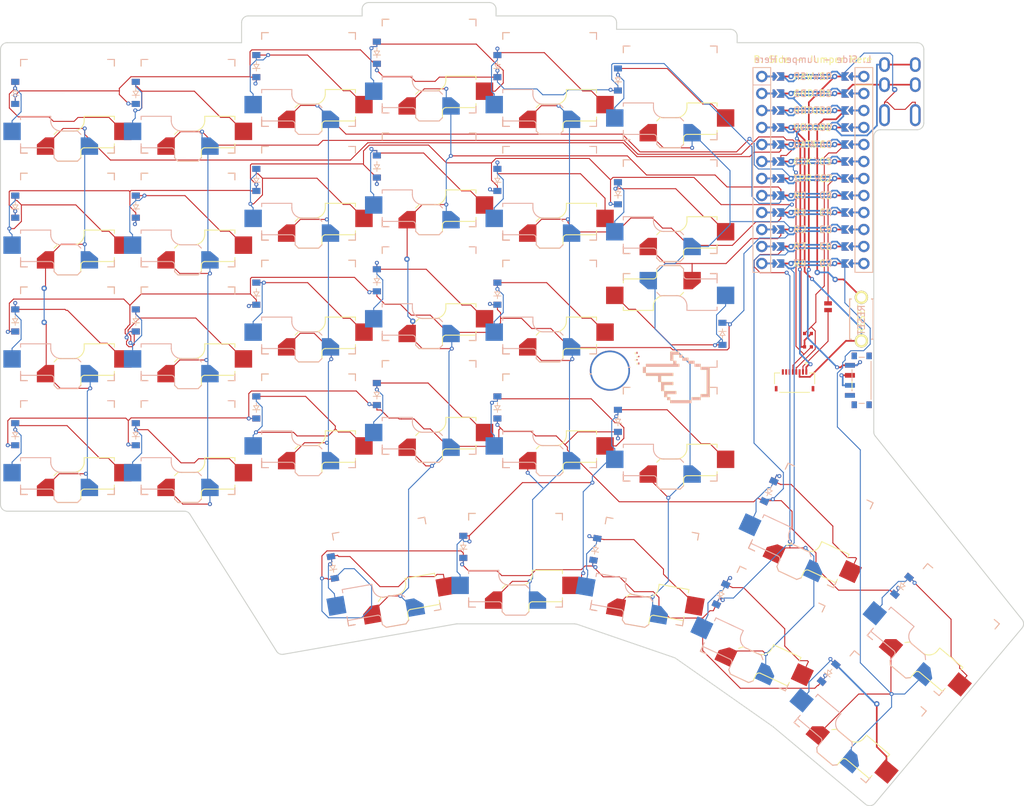
<source format=kicad_pcb>
(kicad_pcb (version 20221018) (generator pcbnew)
  (title_block (title "nib") (rev "v1.0.0") (company "Unknown"))
  (layers (0 "F.Cu" signal) (31 "B.Cu" signal) (34 "B.Paste" user) (35 "F.Paste" user) (36 "B.SilkS" user "B.Silkscreen") (37 "F.SilkS" user "F.Silkscreen") (38 "B.Mask" user) (39 "F.Mask" user) (44 "Edge.Cuts" user))
  (net 0 "")
  (net 1 "RAW")
  (net 2 "GND")
  (net 3 "RST")
  (net 4 "VCC")
  (net 5 "DATA")
  (net 6 "CLK")
  (net 7 "TPR")
  (net 8 "R0")
  (net 9 "R1")
  (net 10 "R2")
  (net 11 "R3")
  (net 12 "R4")
  (net 13 "SP")
  (net 14 "D1")
  (net 15 "C0")
  (net 16 "C1")
  (net 17 "C2")
  (net 18 "C3")
  (net 19 "C4")
  (net 20 "C5")
  (net 21 "C6")
  (net 22 "C7")
  (net 23 "MCU1_24")
  (net 24 "MCU1_1")
  (net 25 "MCU1_23")
  (net 26 "MCU1_2")
  (net 27 "MCU1_22")
  (net 28 "MCU1_3")
  (net 29 "MCU1_21")
  (net 30 "MCU1_4")
  (net 31 "MCU1_20")
  (net 32 "MCU1_5")
  (net 33 "MCU1_19")
  (net 34 "MCU1_6")
  (net 35 "MCU1_18")
  (net 36 "MCU1_7")
  (net 37 "MCU1_17")
  (net 38 "MCU1_8")
  (net 39 "MCU1_16")
  (net 40 "MCU1_9")
  (net 41 "MCU1_15")
  (net 42 "MCU1_10")
  (net 43 "MCU1_14")
  (net 44 "MCU1_11")
  (net 45 "MCU1_13")
  (net 46 "MCU1_12")
  (net 47 "pinky2_bottom")
  (net 48 "pinky2_home")
  (net 49 "pinky2_top")
  (net 50 "pinky2_num")
  (net 51 "pinky_bottom")
  (net 52 "pinky_home")
  (net 53 "pinky_top")
  (net 54 "pinky_num")
  (net 55 "ring_bottom")
  (net 56 "ring_home")
  (net 57 "ring_top")
  (net 58 "ring_num")
  (net 59 "middle_bottom")
  (net 60 "middle_home")
  (net 61 "middle_top")
  (net 62 "middle_num")
  (net 63 "index_bottom")
  (net 64 "index_home")
  (net 65 "index_top")
  (net 66 "index_num")
  (net 67 "inner_bottom")
  (net 68 "inner_home")
  (net 69 "inner_top")
  (net 70 "inner_num")
  (net 71 "inner2_bottom")
  (net 72 "home_bottom")
  (net 73 "outer_bottom")
  (net 74 "outer_top")
  (net 75 "outer2_bottom")
  (net 76 "outer2_top")
  (net 77 "BAT_P")
  (net 78 "RESETC")
  (footprint "kbd:ResetSW" (layer "F.Cu") (at 218.55 80.8 -90)
    (fp_text reference "B1" hide)
    (fp_text value "")
  )
  (footprint "PG1350" (layer "F.Cu") (at 147.6577 118.5173 -170)
    (fp_text reference "S25" hide)
    (fp_text value "")
  )
  (footprint "Screw_Hole" (layer "F.Cu") (at 226.5964 109.0587 -25)
    (fp_text reference "H4" hide)
    (fp_text value "")
  )
  (footprint "ComboDiode" (layer "F.Cu") (at 128.2 43 90)
    (fp_text reference "D12" hide)
    (fp_text value "" hide)
  )
  (footprint "Screw_Hole" (layer "F.Cu") (at 121.6 111)
    (fp_text reference "H2" hide)
    (fp_text value "")
  )
  (footprint "PG1350" (layer "F.Cu") (at 100 100 180)
    (fp_text reference "S1" hide)
    (fp_text value "")
  )
  (footprint "ComboDiode" (layer "F.Cu") (at 164.2 60 90)
    (fp_text reference "D19" hide)
    (fp_text value "" hide)
  )
  (footprint "ComboDiode" (layer "F.Cu") (at 110.2 81 90)
    (fp_text reference "D6" hide)
    (fp_text value "" hide)
  )
  (footprint "ComboDiode" (layer "F.Cu") (at 110.2 64 90)
    (fp_text reference "D7" hide)
    (fp_text value "" hide)
  )
  (footprint "PG1350" (layer "F.Cu") (at 118 49 180)
    (fp_text reference "S8" hide)
    (fp_text value "")
  )
  (footprint "PG1350" (layer "F.Cu") (at 166.9084 116.833 180)
    (fp_text reference "S26" hide)
    (fp_text value "")
  )
  (footprint "PG1350" (layer "F.Cu") (at 100 66 180)
    (fp_text reference "S3" hide)
    (fp_text value "")
  )
  (footprint "trackpoint_mount_t430" (layer "F.Cu") (at 181 88.5 45)
    (fp_text reference "TP1" hide)
    (fp_text value "")
  )
  (footprint "ComboDiode" (layer "F.Cu") (at 128.2 94 90)
    (fp_text reference "D9" hide)
    (fp_text value "" hide)
  )
  (footprint "PG1350" (layer "F.Cu") (at 190 47 180)
    (fp_text reference "S24" hide)
    (fp_text value "")
  )
  (footprint "PG1350" (layer "F.Cu") (at 190 81)
    (fp_text reference "S22" hide)
    (fp_text value "")
  )
  (footprint "PG1350" (layer "F.Cu") (at 136 96 180)
    (fp_text reference "S9" hide)
    (fp_text value "")
  )
  (footprint "PG1350" (layer "F.Cu") (at 136 45 180)
    (fp_text reference "S12" hide)
    (fp_text value "")
  )
  (footprint "PG1350" (layer "F.Cu") (at 136 79 180)
    (fp_text reference "S10" hide)
    (fp_text value "")
  )
  (footprint "ComboDiode" (layer "F.Cu") (at 92.2 98 90)
    (fp_text reference "D1" hide)
    (fp_text value "" hide)
  )
  (footprint "RES_ERJ2RKF4701X" (layer "F.Cu") (at 210.575 82.95)
    (fp_text reference "DISP2" hide)
    (fp_text value "RES_ERJ2RKF4701X")
  )
  (footprint "ComboDiode" (layer "F.Cu") (at 110.2 98 90)
    (fp_text reference "D5" hide)
    (fp_text value "" hide)
  )
  (footprint "ComboDiode" (layer "F.Cu") (at 146.2 41 90)
    (fp_text reference "D16" hide)
    (fp_text value "" hide)
  )
  (footprint "PG1350" (layer "F.Cu") (at 118 100 180)
    (fp_text reference "S5" hide)
    (fp_text value "")
  )
  (footprint "ComboDiode" (layer "F.Cu") (at 92.2 81 90)
    (fp_text reference "D2" hide)
    (fp_text value "" hide)
  )
  (footprint "ComboDiode" (layer "F.Cu") (at 92.2 64 90)
    (fp_text reference "D3" hide)
    (fp_text value "" hide)
  )
  (footprint "PG1350" (layer "F.Cu") (at 190 98 180)
    (fp_text reference "S21" hide)
    (fp_text value "")
  )
  (footprint "ComboDiode" (layer "F.Cu") (at 182.2 96 90)
    (fp_text reference "D21" hide)
    (fp_text value "" hide)
  )
  (footprint "nice_nano" (layer "F.Cu") (at 211.3 57.25)
    (fp_text reference "MCU1" hide)
    (fp_text value "")
  )
  (footprint "ComboDiode" (layer "F.Cu") (at 146.2 58 90)
    (fp_text reference "D15" hide)
    (fp_text value "" hide)
  )
  (footprint "PG1350" (layer "F.Cu") (at 118 83 180)
    (fp_text reference "S6" hide)
    (fp_text value "")
  )
  (footprint "ComboDiode" (layer "F.Cu") (at 146.2 75 90)
    (fp_text reference "D14" hide)
    (fp_text value "" hide)
  )
  (footprint "ComboDiode" (layer "F.Cu") (at 159.1084 114.833 90)
    (fp_text reference "D26" hide)
    (fp_text value "" hide)
  )
  (footprint "RES_ERJ2RKF4701X" (layer "F.Cu") (at 210.575 84.95)
    (fp_text reference "DISP3" hide)
    (fp_text value "RES_ERJ2RKF4701X")
  )
  (footprint "ComboDiode" (layer "F.Cu") (at 164.2 77 90)
    (fp_text reference "D18" hide)
    (fp_text value "" hide)
  )
  (footprint "ComboDiode" (layer "F.Cu") (at 213.6796 133.6673 50)
    (fp_text reference "D30" hide)
    (fp_text value "" hide)
  )
  (footprint "PG1350" (layer "F.Cu") (at 100 83 180)
    (fp_text reference "S2" hide)
    (fp_text value "")
  )
  (footprint "1:point" (layer "F.Cu") (at 190.88651 89.508302)
    (fp_text reference "G***" hide)
    (fp_text value "LOGO" hide)
  )
  (footprint "PG1350" (layer "F.Cu") (at 172 96 180)
    (fp_text reference "S17" hide)
    (fp_text value "")
  )
  (footprint "ComboDiode" (layer "F.Cu") (at 197.5888 121.9306 65)
    (fp_text reference "D28" hide)
    (fp_text value "" hide)
  )
  (footprint "ComboDiode" (layer "F.Cu") (at 182.2 62 90)
    (fp_text reference "D23" hide)
    (fp_text value "" hide)
  )
  (footprint "ComboDiode" (layer "F.Cu") (at 178.8249 115.1932 80)
    (fp_text reference "D27" hide)
    (fp_text value "" hide)
  )
  (footprint "ComboDiode" (layer "F.Cu") (at 139.6289 117.9021 100)
    (fp_text reference "D25" hide)
    (fp_text value "" hide)
  )
  (footprint "ComboDiode" (layer "F.Cu") (at 110.2 47 90)
    (fp_text reference "D8" hide)
    (fp_text value "" hide)
  )
  (footprint "ComboDiode" (layer "F.Cu") (at 128.2 60 90)
    (fp_text reference "D11" hide)
    (fp_text value "" hide)
  )
  (footprint "ComboDiode" (layer "F.Cu") (at 164.2 43 90)
    (fp_text reference "D20" hide)
    (fp_text value "" hide)
  )
  (footprint "ComboDiode" (layer "F.Cu") (at 224.607 120.6445 50)
    (fp_text reference "D31" hide)
    (fp_text value "" hide)
  )
  (footprint "ComboDiode" (layer "F.Cu") (at 182.2 45 90)
    (fp_text reference "D24" hide)
    (fp_text value "" hide)
  )
  (footprint "ComboDiode" (layer "F.Cu") (at 146.2 92 90)
    (fp_text reference "D13" hide)
    (fp_text value "" hide)
  )
  (footprint "PG1350" (layer "F.Cu") (at 229.2965 127.1904 140)
    (fp_text reference "S31" hide)
    (fp_text value "")
  )
  (footprint "PG1350" (layer "F.Cu") (at 154 60 180)
    (fp_text reference "S15" hide)
    (fp_text value "")
  )
  (footprint "PG1350" (layer "F.Cu") (at 210.9972 111.6324 155)
    (fp_text reference "S29" hide)
    (fp_text value "")
  )
  (footprint "ComboDiode" (layer "F.Cu") (at 92.2 47 90)
    (fp_text reference "D4" hide)
    (fp_text value "" hide)
  )
  (footprint "ceoloide:TRRS-PJ-320A-dual (reversible, symmetric)" (layer "F.Cu") (at 226.6 39.575)
    (fp_text reference "TRRS1" hide)
    (fp_text value "TRRS-PJ-320A-dual")
  )
  (footprint "PG1350" (layer "F.Cu") (at 186.1591 118.5173 170)
    (fp_text reference "S27" hide)
    (fp_text value "")
  )
  (footprint "power_switch" (layer "F.Cu") (at 218.575 89.95)
    (fp_text reference "SW1" hide)
    (fp_text value "")
  )
  (footprint "ComboDiode" (layer "F.Cu") (at 128.2 77 90)
    (fp_text reference "D10" hide)
    (fp_text value "" hide)
  )
  (footprint "PG1350" (layer "F.Cu") (at 154 94 180)
    (fp_text reference "S13" hide)
    (fp_text value "")
  )
  (footprint "ComboDiode" (layer "F.Cu") (at 204.7733 106.5233 65)
    (fp_text reference "D29" hide)
    (fp_text value "" hide)
  )
  (footprint "PG1350" (layer "F.Cu") (at 118 66 180)
    (fp_text reference "S7" hide)
    (fp_text value "")
  )
  (footprint "PG1350" (layer "F.Cu") (at 218.3692 140.2131 140)
    (fp_text reference "S30" hide)
    (fp_text value "")
  )
  (footprint "PG1350" (layer "F.Cu") (at 172 79 180)
    (fp_text reference "S18" hide)
    (fp_text value "")
  )
  (footprint "1:point" (layer "F.Cu") (at 190.900582 89.523127)
    (fp_text reference "G***" hide)
    (fp_text value "LOGO" hide)
  )
  (footprint "PG1350" (layer "F.Cu") (at 203.8127 127.0396 155)
    (fp_text reference "S28" hide)
    (fp_text value "")
  )
  (footprint "Screw_Hole" (layer "F.Cu") (at 200.26 41.39)
    (fp_text reference "H3" hide)
    (fp_text value "")
  )
  (footprint "PG1350" (layer "F.Cu") (at 172 45 180)
    (fp_text reference "S20" hide)
    (fp_text value "")
  )
  (footprint "ComboDiode" (layer "F.Cu") (at 197.8 83 -90)
    (fp_text reference "D22" hide)
    (fp_text value "" hide)
  )
  (footprint "HRS_FH34SRJ-8S-0.5SH_50_" (layer "F.Cu") (at 208.575 89.95)
    (fp_text reference "DISP1" hide)
    (fp_text value "HRS_FH34SRJ-8S-0.5SH_50_")
  )
  (footprint "PG1350" (layer "F.Cu") (at 190 64 180)
    (fp_text reference "S23" hide)
    (fp_text value "")
  )
  (footprint "PG1350" (layer "F.Cu") (at 154 77 180)
    (fp_text reference "S14" hide)
    (fp_text value "")
  )
  (footprint "PG1350" (layer "F.Cu") (at 136 62 180)
    (fp_text reference "S11" hide)
    (fp_text value "")
  )
  (footprint "Screw_Hole" (layer "F.Cu") (at 109 41.35)
    (fp_text reference "H1" hide)
    (fp_text value "")
  )
  (footprint "lib:Jumper" (layer "F.Cu") (at 213.575 78.95 90)
    (fp_text reference "J1" hide)
    (fp_text value "Jumper")
  )
  (footprint "PG1350" (layer "F.Cu") (at 154 43 180)
    (fp_text reference "S16" hide)
    (fp_text value "")
  )
  (footprint "ComboDiode" (layer "F.Cu") (at 164.2 94 90)
    (fp_text reference "D17" hide)
    (fp_text value "" hide)
  )
  (footprint "PG1350" (layer "F.Cu") (at 100 49 180)
    (fp_text reference "S4" hide)
    (fp_text value "")
  )
  (footprint "PG1350" (layer "F.Cu") (at 172 62 180)
    (fp_text reference "S19" hide)
    (fp_text value "")
  )
  (footprint "1:pointR" (layer "B.Cu") (at 190.887637 89.515545 180)
    (fp_text reference "G***" hide)
    (fp_text value "LOGO" hide)
  )
  (gr_line (start 227.8725 40.5) (end 227.8725 51.5075) (stroke (width 0.15)) (layer "Edge.Cuts"))
  (gr_arc (start 226.8725 39.5) (mid 227.579607 39.792893) (end 227.8725 40.5) (stroke (width 0.15)) (layer "Edge.Cuts"))
  (gr_line (start 126 39.5) (end 126 36.5) (stroke (width 0.15)) (layer "Edge.Cuts"))
  (gr_line (start 242.536901 126.968355) (end 220.565905 153.152369) (stroke (width 0.15)) (layer "Edge.Cuts"))
  (gr_line (start 144 35.5) (end 127 35.5) (stroke (width 0.15)) (layer "Edge.Cuts"))
  (gr_line (start 144 35.5) (end 144 34.5) (stroke (width 0.15)) (layer "Edge.Cuts"))
  (gr_arc (start 90 40.5) (mid 90.292893 39.792893) (end 91 39.5) (stroke (width 0.15)) (layer "Edge.Cuts"))
  (gr_arc (start 220.565904 153.152369) (mid 219.887016 153.505776) (end 219.157073 153.275626) (stroke (width 0.15)) (layer "Edge.Cuts"))
  (gr_line (start 199 37.5) (end 182 37.5) (stroke (width 0.15)) (layer "Edge.Cuts"))
  (gr_line (start 220.4 97.64933) (end 220.4 53.5075) (stroke (width 0.15)) (layer "Edge.Cuts"))
  (gr_arc (start 117.44889 109.499999) (mid 117.931555 109.624194) (end 118.294331 109.96593) (stroke (width 0.15)) (layer "Edge.Cuts"))
  (gr_line (start 176.040108 126.379556) (end 175.708394 126.333037) (stroke (width 0.15)) (layer "Edge.Cuts"))
  (gr_line (start 226.8725 52.5075) (end 221.4 52.5075) (stroke (width 0.15)) (layer "Edge.Cuts"))
  (gr_line (start 131.222629 130.431619) (end 118.294331 109.96593) (stroke (width 0.15)) (layer "Edge.Cuts"))
  (gr_arc (start 227.8725 51.5075) (mid 227.579607 52.214607) (end 226.8725 52.5075) (stroke (width 0.15)) (layer "Edge.Cuts"))
  (gr_line (start 181 35.5) (end 164 35.5) (stroke (width 0.15)) (layer "Edge.Cuts"))
  (gr_line (start 164 35.5) (end 164 34.5) (stroke (width 0.15)) (layer "Edge.Cuts"))
  (gr_line (start 175.708394 126.333037) (end 158.195662 126.333037) (stroke (width 0.15)) (layer "Edge.Cuts"))
  (gr_arc (start 144 34.5) (mid 144.292893 33.792893) (end 145 33.5) (stroke (width 0.15)) (layer "Edge.Cuts"))
  (gr_arc (start 199 37.5) (mid 199.707107 37.792893) (end 200 38.5) (stroke (width 0.15)) (layer "Edge.Cuts"))
  (gr_line (start 200 39.5) (end 226.8725 39.5) (stroke (width 0.15)) (layer "Edge.Cuts"))
  (gr_line (start 200 39.5) (end 200 38.5) (stroke (width 0.15)) (layer "Edge.Cuts"))
  (gr_line (start 205.333218 141.680818) (end 190.850852 131.50491) (stroke (width 0.15)) (layer "Edge.Cuts"))
  (gr_line (start 190.600588 131.37729) (end 176.040108 126.379556) (stroke (width 0.15)) (layer "Edge.Cuts"))
  (gr_arc (start 190.600588 131.37729) (mid 190.730224 131.432268) (end 190.850852 131.50491) (stroke (width 0.15)) (layer "Edge.Cuts"))
  (gr_arc (start 163 33.5) (mid 163.707107 33.792893) (end 164 34.5) (stroke (width 0.15)) (layer "Edge.Cuts"))
  (gr_line (start 90 108.5) (end 90 40.5) (stroke (width 0.15)) (layer "Edge.Cuts"))
  (gr_line (start 219.157073 153.275626) (end 205.401093 141.732989) (stroke (width 0.15)) (layer "Edge.Cuts"))
  (gr_arc (start 91 109.5) (mid 90.292893 109.207107) (end 90 108.5) (stroke (width 0.15)) (layer "Edge.Cuts"))
  (gr_arc (start 126 36.5) (mid 126.292893 35.792893) (end 127 35.5) (stroke (width 0.15)) (layer "Edge.Cuts"))
  (gr_line (start 91 39.5) (end 126 39.5) (stroke (width 0.15)) (layer "Edge.Cuts"))
  (gr_arc (start 242.551848 125.701028) (mid 242.770786 126.337362) (end 242.536901 126.968355) (stroke (width 0.15)) (layer "Edge.Cuts"))
  (gr_line (start 91 109.5) (end 117.44889 109.5) (stroke (width 0.15)) (layer "Edge.Cuts"))
  (gr_arc (start 220.4 53.5075) (mid 220.692893 52.800393) (end 221.4 52.5075) (stroke (width 0.15)) (layer "Edge.Cuts"))
  (gr_line (start 163 33.5) (end 145 33.5) (stroke (width 0.15)) (layer "Edge.Cuts"))
  (gr_line (start 220.619008 98.273871) (end 242.551849 125.701027) (stroke (width 0.15)) (layer "Edge.Cuts"))
  (gr_arc (start 205.333217 141.680818) (mid 205.367714 141.706177) (end 205.401093 141.732989) (stroke (width 0.15)) (layer "Edge.Cuts"))
  (gr_arc (start 132.241286 130.882432) (mid 131.663373 130.811999) (end 131.222629 130.431619) (stroke (width 0.15)) (layer "Edge.Cuts"))
  (gr_arc (start 158.022445 126.348153) (mid 158.108724 126.336823) (end 158.195662 126.333037) (stroke (width 0.15)) (layer "Edge.Cuts"))
  (gr_line (start 158.022445 126.348154) (end 132.241287 130.882433) (stroke (width 0.15)) (layer "Edge.Cuts"))
  (gr_arc (start 181 35.5) (mid 181.707107 35.792893) (end 182 36.5) (stroke (width 0.15)) (layer "Edge.Cuts"))
  (gr_line (start 182 37.5) (end 182 36.5) (stroke (width 0.15)) (layer "Edge.Cuts"))
  (gr_arc (start 220.619008 98.273871) (mid 220.456339 97.980244) (end 220.4 97.64933) (stroke (width 0.15)) (layer "Edge.Cuts"))
  (gr_text "B\n a\nn\n g" (at 184.921311 87.560397) (layer "F.Cu") (effects (font (size 0.3 0.3) (thickness 0.075) bold) (justify left bottom)))
  (gr_text "B\n a\nn\n g" (at 184.684766 87.618097) (layer "F.SilkS") (effects (font (size 0.3 0.3) (thickness 0.075) bold) (justify left bottom)))
  (segment (start 215.7631 87.7) (end 215.4605 88.0026) (width 0.25) (layer "F.Cu") (net 1))
  (segment (start 214.561 44.55) (end 214.56 44.55) (width 0.25) (layer "F.Cu") (net 1))
  (segment (start 215.4605 88.0026) (end 214.9155 88.0026) (width 0.25) (layer "F.Cu") (net 1))
  (segment (start 214.562 44.55) (end 214.561 44.55) (width 0.25) (layer "F.Cu") (net 1))
  (segment (start 210.7028 48.4082) (end 210.7028 73.4217) (width 0.25) (layer "F.Cu") (net 1))
  (segment (start 216.3016 87.7) (end 215.7631 87.7) (width 0.25) (layer "F.Cu") (net 1))
  (segment (start 216.3016 87.7) (end 216.84 87.7) (width 0.25) (layer "F.Cu") (net 1))
  (segment (start 216.08 44.55) (end 216.075 44.55) (width 0.25) (layer "F.Cu") (net 1))
  (segment (start 217.883 87.7) (end 218.3548 87.2282) (width 0.25) (layer "F.Cu") (net 1))
  (segment (start 214.561 44.55) (end 210.7028 48.4082) (width 0.25) (layer "F.Cu") (net 1))
  (segment (start 216.075 44.55) (end 214.562 44.55) (width 0.25) (layer "F.Cu") (net 1))
  (segment (start 216.84 87.7) (end 217.883 87.7) (width 0.25) (layer "F.Cu") (net 1))
  (via (at 218.3548 87.2282) (size 0.6) (drill 0.3) (layers "F.Cu" "B.Cu") (net 1))
  (via (at 210.7028 73.4217) (size 0.6) (drill 0.3) (layers "F.Cu" "B.Cu") (net 1))
  (via (at 214.9155 88.0026) (size 0.6) (drill 0.3) (layers "F.Cu" "B.Cu") (net 1))
  (segment (start 207.69 45.28) (end 208.39 45.28) (width 0.25) (layer "B.Cu") (net 1))
  (segment (start 208.85 44.8) (end 214.31 44.8) (width 0.25) (layer "B.Cu") (net 1))
  (segment (start 206.53 44.55) (end 206.96 44.55) (width 0.25) (layer "B.Cu") (net 1))
  (segment (start 214.4628 44.6492) (end 214.4608 44.6492) (width 0.25) (layer "B.Cu") (net 1))
  (segment (start 214.4608 44.6492) (end 214.56 44.55) (width 0.25) (layer "B.Cu") (net 1))
  (segment (start 208.39 45.28) (end 208.76 44.9) (width 0.25) (layer "B.Cu") (net 1))
  (segment (start 208.76 44.89) (end 208.85 44.8) (width 0.25) (layer "B.Cu") (net 1))
  (segment (start 217.883 87.7) (end 218.3548 87.2282) (width 0.25) (layer "B.Cu") (net 1))
  (segment (start 210.5478 73.5767) (end 210.5478 83.6349) (width 0.25) (layer "B.Cu") (net 1))
  (segment (start 214.562 44.55) (end 214.4628 44.6492) (width 0.25) (layer "B.Cu") (net 1))
  (segment (start 210.7028 73.4217) (end 210.5478 73.5767) (width 0.25) (layer "B.Cu") (net 1))
  (segment (start 206.96 44.55) (end 207.69 45.28) (width 0.25) (layer "B.Cu") (net 1))
  (segment (start 214.31 44.8) (end 214.4608 44.6492) (width 0.25) (layer "B.Cu") (net 1))
  (segment (start 206.53 44.55) (end 206.525 44.55) (width 0.25) (layer "B.Cu") (net 1))
  (segment (start 210.5478 83.6349) (end 214.9155 88.0026) (width 0.25) (layer "B.Cu") (net 1))
  (segment (start 208.76 44.9) (end 208.76 44.89) (width 0.25) (layer "B.Cu") (net 1))
  (segment (start 216.84 87.7) (end 217.883 87.7) (width 0.25) (layer "B.Cu") (net 1))
  (segment (start 208.04 52.17) (end 208.2038 52.17) (width 0.25) (layer "F.Cu") (net 2))
  (segment (start 216.075 47.09) (end 214.562 47.09) (width 0.25) (layer "F.Cu") (net 2))
  (segment (start 217.2581 45.775) (end 216.08 46.9531) (width 0.25) (layer "F.Cu") (net 2))
  (segment (start 216.08 46.9531) (end 216.08 47.09) (width 0.25) (layer "F.Cu") (net 2))
  (segment (start 206.53 49.63) (end 208.038 49.63) (width 0.25) (layer "F.Cu") (net 2))
  (segment (start 208.2038 52.17) (end 210.0758 54.042) (width 0.25) (layer "F.Cu") (net 2))
  (segment (start 206.53 52.17) (end 206.525 52.17) (width 0.25) (layer "F.Cu") (net 2))
  (segment (start 218.55 84.05) (end 216.2455 84.05) (width 0.25) (layer "F.Cu") (net 2))
  (segment (start 216.08 47.09) (end 216.075 47.09) (width 0.25) (layer "F.Cu") (net 2))
  (segment (start 206.53 49.63) (end 206.525 49.63) (width 0.25) (layer "F.Cu") (net 2))
  (segment (start 206.53 52.17) (end 208.038 52.17) (width 0.25) (layer "F.Cu") (net 2))
  (segment (start 208.038 52.17) (end 208.04 52.17) (width 0.25) (layer "F.Cu") (net 2))
  (segment (start 216.2455 84.05) (end 210.8686 89.4269) (width 0.25) (layer "F.Cu") (net 2))
  (segment (start 226.6 45.775) (end 222 45.775) (width 0.25) (layer "F.Cu") (net 2))
  (segment (start 209.325 88.7) (end 209.325 89.4269) (width 0.25) (layer "F.Cu") (net 2))
  (segment (start 222 45.775) (end 217.2581 45.775) (width 0.25) (layer "F.Cu") (net 2))
  (segment (start 214.562 47.09) (end 214.56 47.09) (width 0.25) (layer "F.Cu") (net 2))
  (segment (start 210.8686 89.4269) (end 209.325 89.4269) (width 0.25) (layer "F.Cu") (net 2))
  (segment (start 210.0758 54.042) (end 210.0758 73.7112) (width 0.25) (layer "F.Cu") (net 2))
  (segment (start 210.0758 73.7112) (end 211.1747 74.8101) (width 0.25) (layer "F.Cu") (net 2))
  (segment (start 208.038 49.63) (end 208.04 49.63) (width 0.25) (layer "F.Cu") (net 2))
  (via (at 211.1747 74.8101) (size 0.6) (drill 0.3) (layers "F.Cu" "B.Cu") (net 2))
  (segment (start 208.29 49.38) (end 208.165 49.505) (width 0.25) (layer "B.Cu") (net 2))
  (segment (start 216.075 52.17) (end 215.64 52.17) (width 0.25) (layer "B.Cu") (net 2))
  (segment (start 206.53 47.09) (end 206.96 47.09) (width 0.25) (layer "B.Cu") (net 2))
  (segment (start 209.95 49.38) (end 208.29 49.38) (width 0.25) (layer "B.Cu") (net 2))
  (segment (start 215.8575 49.63) (end 215.8575 50.4925) (width 0.25) (layer "B.Cu") (net 2))
  (segment (start 216.08 52.17) (end 216.075 52.17) (width 0.25) (layer "B.Cu") (net 2))
  (segment (start 208.85 47.34) (end 214.31 47.34) (width 0.25) (layer "B.Cu") (net 2))
  (segment (start 215.8575 49.63) (end 215.64 49.63) (width 0.25) (layer "B.Cu") (net 2))
  (segment (start 215.64 52.17) (end 214.91 51.44) (width 0.25) (layer "B.Cu") (net 2))
  (segment (start 214.21 51.44) (end 213.74 51.92) (width 0.25) (layer "B.Cu") (net 2))
  (segment (start 208.39 47.82) (end 208.76 47.44) (width 0.25) (layer "B.Cu") (net 2))
  (segment (start 208.76 47.44) (end 208.76 47.43) (width 0.25) (layer "B.Cu") (net 2))
  (segment (start 208.76 47.43) (end 208.85 47.34) (width 0.25) (layer "B.Cu") (net 2))
  (segment (start 206.53 47.09) (end 206.525 47.09) (width 0.25) (layer "B.Cu") (net 2))
  (segment (start 208.165 49.505) (end 208.163 49.505) (width 0.25) (layer "B.Cu") (net 2))
  (segment (start 215.64 49.63) (end 214.91 48.9) (width 0.25) (layer "B.Cu") (net 2))
  (segment (start 208.163 49.505) (end 208.038 49.63) (width 0.25) (layer "B.Cu") (net 2))
  (segment (start 208.165 52.045) (end 208.04 52.17) (width 0.25) (layer "B.Cu") (net 2))
  (segment (start 208.165 52.045) (end 208.163 52.045) (width 0.25) (layer "B.Cu") (net 2))
  (segment (start 214.31 47.34) (end 214.4608 47.1892) (width 0.25) (layer "B.Cu") (net 2))
  (segment (start 209.95 49.38) (end 208.39 47.82) (width 0.25) (layer "B.Cu") (net 2))
  (segment (start 208.163 52.045) (end 208.038 52.17) (width 0.25) (layer "B.Cu") (net 2))
  (segment (start 214.4628 47.1892) (end 214.4608 47.1892) (width 0.25) (layer "B.Cu") (net 2))
  (segment (start 214.4608 47.1892) (end 214.56 47.09) (width 0.25) (layer "B.Cu") (net 2))
  (segment (start 208.165 49.505) (end 208.04 49.63) (width 0.25) (layer "B.Cu") (net 2))
  (segment (start 215.8575 50.4925) (end 214.91 51.44) (width 0.25) (layer "B.Cu") (net 2))
  (segment (start 213.74 51.92) (end 208.29 51.92) (width 0.25) (layer "B.Cu") (net 2))
  (segment (start 214.562 47.09) (end 214.4628 47.1892) (width 0.25) (layer "B.Cu") (net 2))
  (segment (start 214.91 48.9) (end 214.21 48.9) (width 0.25) (layer "B.Cu") (net 2))
  (segment (start 207.69 47.82) (end 208.39 47.82) (width 0.25) (layer "B.Cu") (net 2))
  (segment (start 218.55 84.05) (end 218.55 82.1854) (width 0.25) (layer "B.Cu") (net 2))
  (segment (start 216.08 49.63) (end 216.075 49.63) (width 0.25) (layer "B.Cu") (net 2))
  (segment (start 218.55 82.1854) (end 211.1747 74.8101) (width 0.25) (layer "B.Cu") (net 2))
  (segment (start 216.075 49.63) (end 215.8575 49.63) (width 0.25) (layer "B.Cu") (net 2))
  (segment (start 214.91 51.44) (end 214.21 51.44) (width 0.25) (layer "B.Cu") (net 2))
  (segment (start 213.74 49.38) (end 209.95 49.38) (width 0.25) (layer "B.Cu") (net 2))
  (segment (start 214.21 48.9) (end 213.74 49.38) (width 0.25) (layer "B.Cu") (net 2))
  (segment (start 208.29 51.92) (end 208.165 52.045) (width 0.25) (layer "B.Cu") (net 2))
  (segment (start 206.96 47.09) (end 207.69 47.82) (width 0.25) (layer "B.Cu") (net 2))
  (segment (start 218.55 77.55) (end 215.873099 74.873099) (width 0.25) (layer "F.Cu") (net 3))
  (segment (start 212.94839 50.949275) (end 214.755725 50.949275) (width 0.25) (layer "F.Cu") (net 3))
  (segment (start 214.755725 50.949275) (end 216.075 49.63) (width 0.25) (layer "F.Cu") (net 3))
  (segment (start 214.562 49.63) (end 214.56 49.63) (width 0.25) (layer "F.Cu") (net 3))
  (segment (start 215.873099 74.873099) (end 214.631772 74.873099) (width 0.25) (layer "F.Cu") (net 3))
  (segment (start 211.958166 51.939499) (end 212.94839 50.949275) (width 0.25) (layer "F.Cu") (net 3))
  (segment (start 216.075 49.63) (end 214.562 49.63) (width 0.25) (layer "F.Cu") (net 3))
  (segment (start 216.08 49.63) (end 216.075 49.63) (width 0.25) (layer "F.Cu") (net 3))
  (segment (start 211.958166 73.823461) (end 211.958166 51.939499) (width 0.25) (layer "F.Cu") (net 3))
  (via (at 211.958166 73.823461) (size 0.8) (drill 0.4) (layers "F.Cu" "B.Cu") (net 3))
  (via (at 214.631772 74.873099) (size 0.8) (drill 0.4) (layers "F.Cu" "B.Cu") (net 3))
  (segment (start 206.96 49.63) (end 207.69 50.36) (width 0.25) (layer "B.Cu") (net 3))
  (segment (start 208.76 49.97) (end 208.85 49.88) (width 0.25) (layer "B.Cu") (net 3))
  (segment (start 206.53 49.63) (end 206.525 49.63) (width 0.15) (layer "B.Cu") (net 3))
  (segment (start 214.31 49.88) (end 214.4858 49.7042) (width 0.25) (layer "B.Cu") (net 3))
  (segment (start 214.562 49.63) (end 214.4878 49.7042) (width 0.15) (layer "B.Cu") (net 3))
  (segment (start 206.53 49.63) (end 206.96 49.63) (width 0.25) (layer "B.Cu") (net 3))
  (segment (start 214.4858 49.7042) (end 214.56 49.63) (width 0.25) (layer "B.Cu") (net 3))
  (segment (start 208.76 49.98) (end 208.76 49.97) (width 0.25) (layer "B.Cu") (net 3))
  (segment (start 207.69 50.36) (end 208.39 50.36) (width 0.25) (layer "B.Cu") (net 3))
  (segment (start 214.4878 49.7042) (end 214.4858 49.7042) (width 0.15) (layer "B.Cu") (net 3))
  (segment (start 213.582134 73.823461) (end 211.958166 73.823461) (width 0.25) (layer "B.Cu") (net 3))
  (segment (start 214.631772 74.873099) (end 213.582134 73.823461) (width 0.25) (layer "B.Cu") (net 3))
  (segment (start 208.85 49.88) (end 214.31 49.88) (width 0.25) (layer "B.Cu") (net 3))
  (segment (start 208.39 50.36) (end 208.76 49.98) (width 0.25) (layer "B.Cu") (net 3))
  (segment (start 226.6 42.775) (end 222 42.775) (width 0.25) (layer "F.Cu") (net 4))
  (segment (start 210.9586 87.5484) (end 210.7497 87.5484) (width 0.25) (layer "F.Cu") (net 4))
  (segment (start 209.5627 84.95) (end 209.4986 84.95) (width 0.25) (layer "F.Cu") (net 4))
  (segment (start 209.4986 73.452) (end 209.4333 73.3867) (width 0.25) (layer "F.Cu") (net 4))
  (segment (start 210.063 84.95) (end 209.7808 84.95) (width 0.25) (layer "F.Cu") (net 4))
  (segment (start 209.4333 73.3867) (end 209.4333 54.332) (width 0.25) (layer "F.Cu") (net 4))
  (segment (start 210.325 88.7) (end 210.325 87.9731) (width 0.25) (layer "F.Cu") (net 4))
  (segment (start 210.063 83.974) (end 211.087 82.95) (width 0.25) (layer "F.Cu") (net 4))
  (segment (start 214.562 52.17) (end 214.56 52.17) (width 0.25) (layer "F.Cu") (net 4))
  (segment (start 210.7497 87.5484) (end 210.325 87.9731) (width 0.25) (layer "F.Cu") (net 4))
  (segment (start 209.7808 84.95) (end 209.5627 84.95) (width 0.25) (layer "F.Cu") (net 4))
  (segment (start 210.063 84.95) (end 210.063 83.974) (width 0.25) (layer "F.Cu") (net 4))
  (segment (start 209.4333 54.332) (end 208.9215 53.8202) (width 0.25) (layer "F.Cu") (net 4))
  (segment (start 216.075 52.17) (end 214.562 52.17) (width 0.25) (layer "F.Cu") (net 4))
  (segment (start 209.4333 73.3867) (end 209.368 73.3867) (width 0.25) (layer "F.Cu") (net 4))
  (segment (start 216.08 52.17) (end 216.075 52.17) (width 0.25) (layer "F.Cu") (net 4))
  (segment (start 209.4986 84.95) (end 209.4986 73.452) (width 0.25) (layer "F.Cu") (net 4))
  (via (at 210.9586 87.5484) (size 0.6) (drill 0.3) (layers "F.Cu" "B.Cu") (net 4))
  (via (at 208.9215 53.8202) (size 0.6) (drill 0.3) (layers "F.Cu" "B.Cu") (net 4))
  (via (at 209.368 73.3867) (size 0.6) (drill 0.3) (layers "F.Cu" "B.Cu") (net 4))
  (segment (start 209.5163 52.42) (end 214.31 52.42) (width 0.25) (layer "B.Cu") (net 4))
  (segment (start 208.76 52.51) (end 208.85 52.42) (width 0.25) (layer "B.Cu") (net 4))
  (segment (start 214.562 52.17) (end 214.4628 52.2692) (width 0.25) (layer "B.Cu") (net 4))
  (segment (start 209.368 85.9578) (end 209.368 73.3867) (width 0.25) (layer "B.Cu") (net 4))
  (segment (start 208.85 52.42) (end 209.5163 52.42) (width 0.25) (layer "B.Cu") (net 4))
  (segment (start 206.53 52.17) (end 206.96 52.17) (width 0.25) (layer "B.Cu") (net 4))
  (segment (start 214.31 52.42) (end 214.4608 52.2692) (width 0.25) (layer "B.Cu") (net 4))
  (segment (start 215.6004 53.354) (end 214.562 52.3156) (width 0.25) (layer "B.Cu") (net 4))
  (segment (start 206.96 52.17) (end 207.69 52.9) (width 0.25) (layer "B.Cu") (net 4))
  (segment (start 208.39 52.9) (end 208.76 52.52) (width 0.25) (layer "B.Cu") (net 4))
  (segment (start 207.69 52.9) (end 208.39 52.9) (width 0.25) (layer "B.Cu") (net 4))
  (segment (start 209.5163 52.42) (end 208.9215 53.0148) (width 0.25) (layer "B.Cu") (net 4))
  (segment (start 214.562 52.3156) (end 214.562 52.17) (width 0.25) (layer "B.Cu") (net 4))
  (segment (start 206.53 52.17) (end 206.525 52.17) (width 0.25) (layer "B.Cu") (net 4))
  (segment (start 208.76 52.52) (end 208.76 52.51) (width 0.25) (layer "B.Cu") (net 4))
  (segment (start 220.8731 51.8828) (end 219.4019 53.354) (width 0.25) (layer "B.Cu") (net 4))
  (segment (start 210.9586 87.5484) (end 209.368 85.9578) (width 0.25) (layer "B.Cu") (net 4))
  (segment (start 219.4019 53.354) (end 215.6004 53.354) (width 0.25) (layer "B.Cu") (net 4))
  (segment (start 214.4628 52.2692) (end 214.4608 52.2692) (width 0.25) (layer "B.Cu") (net 4))
  (segment (start 214.4608 52.2692) (end 214.56 52.17) (width 0.25) (layer "B.Cu") (net 4))
  (segment (start 220.8731 42.775) (end 220.8731 51.8828) (width 0.25) (layer "B.Cu") (net 4))
  (segment (start 222 42.775) (end 220.8731 42.775) (width 0.25) (layer "B.Cu") (net 4))
  (segment (start 208.9215 53.0148) (end 208.9215 53.8202) (width 0.25) (layer "B.Cu") (net 4))
  (segment (start 216.08 54.71) (end 216.075 54.71) (width 0.25) (layer "F.Cu") (net 5))
  (segment (start 211.0551 81.9579) (end 211.7517 81.2613) (width 0.15) (layer "F.Cu") (net 5))
  (segment (start 216.075 54.78937) (end 216.075 54.71) (width 0.15) (layer "F.Cu") (net 5))
  (segment (start 211.7517 77.116718) (end 213.013421 75.854997) (width 0.15) (layer "F.Cu") (net 5))
  (segment (start 214.810707 55.974293) (end 216.075 54.71) (width 0.15) (layer "F.Cu") (net 5))
  (segment (start 214.561 54.71) (end 214.56 54.71) (width 0.25) (layer "F.Cu") (net 5))
  (segment (start 213.013421 75.854997) (end 213.013421 56.634443) (width 0.15) (layer "F.Cu") (net 5))
  (segment (start 211.7517 81.2613) (end 211.7517 77.116718) (width 0.15) (layer "F.Cu") (net 5))
  (segment (start 213.013421 56.634443) (end 213.673571 55.974293) (width 0.15) (layer "F.Cu") (net 5))
  (segment (start 211.664 85.2835) (end 211.664 82.5668) (width 0.15) (layer "F.Cu") (net 5))
  (segment (start 213.673571 55.974293) (end 214.810707 55.974293) (width 0.15) (layer "F.Cu") (net 5))
  (segment (start 214.562 54.71) (end 214.561 54.71) (width 0.25) (layer "F.Cu") (net 5))
  (segment (start 208.825 88.0231) (end 208.9244 88.0231) (width 0.15) (layer "F.Cu") (net 5))
  (segment (start 208.9244 88.0231) (end 211.664 85.2835) (width 0.15) (layer "F.Cu") (net 5))
  (segment (start 216.075 54.71) (end 214.562 54.71) (width 0.25) (layer "F.Cu") (net 5))
  (segment (start 211.0551 81.9579) (end 210.063 82.95) (width 0.15) (layer "F.Cu") (net 5))
  (segment (start 211.664 82.5668) (end 211.0551 81.9579) (width 0.15) (layer "F.Cu") (net 5))
  (segment (start 208.825 88.7) (end 208.825 88.0231) (width 0.15) (layer "F.Cu") (net 5))
  (segment (start 208.76 55.05) (end 208.85 54.96) (width 0.25) (layer "B.Cu") (net 5))
  (segment (start 214.562 54.71) (end 214.4878 54.7842) (width 0.15) (layer "B.Cu") (net 5))
  (segment (start 208.85 54.96) (end 214.31 54.96) (width 0.25) (layer "B.Cu") (net 5))
  (segment (start 208.39 55.44) (end 208.76 55.06) (width 0.25) (layer "B.Cu") (net 5))
  (segment (start 214.4858 54.7842) (end 214.56 54.71) (width 0.25) (layer "B.Cu") (net 5))
  (segment (start 208.76 55.06) (end 208.76 55.05) (width 0.25) (layer "B.Cu") (net 5))
  (segment (start 206.53 54.71) (end 206.96 54.71) (width 0.25) (layer "B.Cu") (net 5))
  (segment (start 206.96 54.71) (end 207.69 55.44) (width 0.25) (layer "B.Cu") (net 5))
  (segment (start 206.53 54.71) (end 206.525 54.71) (width 0.15) (layer "B.Cu") (net 5))
  (segment (start 214.4878 54.7842) (end 214.4858 54.7842) (width 0.15) (layer "B.Cu") (net 5))
  (segment (start 214.31 54.96) (end 214.4858 54.7842) (width 0.25) (layer "B.Cu") (net 5))
  (segment (start 207.69 55.44) (end 208.39 55.44) (width 0.25) (layer "B.Cu") (net 5))
  (segment (start 211.087 84.95) (end 209.9756 86.0614) (width 0.15) (layer "F.Cu") (net 6))
  (segment (start 216.08 57.25) (end 216.075 57.25) (width 0.25) (layer "F.Cu") (net 6))
  (segment (start 216.075 57.25) (end 214.562 57.25) (width 0.25) (layer "F.Cu") (net 6))
  (segment (start 208.325 87.712) (end 208.325 88.7) (width 0.15) (layer "F.Cu") (net 6))
  (segment (start 214.562 57.25) (end 214.56 57.25) (width 0.25) (layer "F.Cu") (net 6))
  (segment (start 208.7849 84.8708) (end 209.9756 86.0614) (width 0.15) (layer "F.Cu") (net 6))
  (segment (start 209.9756 86.0614) (end 208.325 87.712) (width 0.15) (layer "F.Cu") (net 6))
  (segment (start 208.7849 58.906) (end 208.7849 84.8708) (width 0.15) (layer "F.Cu") (net 6))
  (via (at 208.7849 58.906) (size 0.6) (drill 0.3) (layers "F.Cu" "B.Cu") (net 6))
  (segment (start 208.85 57.5) (end 214.31 57.5) (width 0.25) (layer "B.Cu") (net 6))
  (segment (start 208.7849 58.906) (end 208.39 58.5111) (width 0.15) (layer "B.Cu") (net 6))
  (segment (start 208.39 58.5111) (end 208.39 57.98) (width 0.15) (layer "B.Cu") (net 6))
  (segment (start 208.76 57.59) (end 208.85 57.5) (width 0.25) (layer "B.Cu") (net 6))
  (segment (start 207.69 57.98) (end 208.39 57.98) (width 0.25) (layer "B.Cu") (net 6))
  (segment (start 214.4878 57.3242) (end 214.4858 57.3242) (width 0.15) (layer "B.Cu") (net 6))
  (segment (start 214.4858 57.3242) (end 214.56 57.25) (width 0.25) (layer "B.Cu") (net 6))
  (segment (start 214.562 57.25) (end 214.4878 57.3242) (width 0.15) (layer "B.Cu") (net 6))
  (segment (start 206.96 57.25) (end 207.69 57.98) (width 0.25) (layer "B.Cu") (net 6))
  (segment (start 208.76 57.6) (end 208.76 57.59) (width 0.25) (layer "B.Cu") (net 6))
  (segment (start 206.53 57.25) (end 206.96 57.25) (width 0.25) (layer "B.Cu") (net 6))
  (segment (start 214.31 57.5) (end 214.4858 57.3242) (width 0.25) (layer "B.Cu") (net 6))
  (segment (start 208.39 57.98) (end 208.76 57.6) (width 0.25) (layer "B.Cu") (net 6))
  (segment (start 206.53 57.25) (end 206.525 57.25) (width 0.15) (layer "B.Cu") (net 6))
  (segment (start 214.562 59.79) (end 214.56 59.79) (width 0.25) (layer "F.Cu") (net 7))
  (segment (start 216.075 59.79) (end 214.562 59.79) (width 0.25) (layer "F.Cu") (net 7))
  (segment (start 213.575 78.4496) (end 213.575 60.775) (width 0.15) (layer "F.Cu") (net 7))
  (segment (start 216.08 59.79) (end 216.075 59.79) (width 0.25) (layer "F.Cu") (net 7))
  (segment (start 213.575 60.775) (end 214.56 59.79) (width 0.15) (layer "F.Cu") (net 7))
  (segment (start 214.4878 59.8642) (end 214.4858 59.8642) (width 0.15) (layer "B.Cu") (net 7))
  (segment (start 208.76 60.14) (end 208.76 60.13) (width 0.25) (layer "B.Cu") (net 7))
  (segment (start 206.53 59.79) (end 206.525 59.79) (width 0.15) (layer "B.Cu") (net 7))
  (segment (start 214.4858 59.8642) (end 214.56 59.79) (width 0.25) (layer "B.Cu") (net 7))
  (segment (start 214.31 60.04) (end 214.4858 59.8642) (width 0.25) (layer "B.Cu") (net 7))
  (segment (start 214.562 59.79) (end 214.4878 59.8642) (width 0.15) (layer "B.Cu") (net 7))
  (segment (start 208.76 60.13) (end 208.85 60.04) (width 0.25) (layer "B.Cu") (net 7))
  (segment (start 206.96 59.79) (end 207.69 60.52) (width 0.25) (layer "B.Cu") (net 7))
  (segment (start 208.39 60.52) (end 208.76 60.14) (width 0.25) (layer "B.Cu") (net 7))
  (segment (start 207.69 60.52) (end 208.39 60.52) (width 0.25) (layer "B.Cu") (net 7))
  (segment (start 208.85 60.04) (end 214.31 60.04) (width 0.25) (layer "B.Cu") (net 7))
  (segment (start 206.53 59.79) (end 206.96 59.79) (width 0.25) (layer "B.Cu") (net 7))
  (segment (start 127.5367 40.5673) (end 127.26 40.844) (width 0.15) (layer "F.Cu") (net 8))
  (segment (start 109.3231 48.65) (end 109.2697 48.5966) (width 0.15) (layer "F.Cu") (net 8))
  (segment (start 214.562 62.33) (end 214.56 62.33) (width 0.25) (layer "F.Cu") (net 8))
  (segment (start 182.2 46.65) (end 181.3231 46.65) (width 0.15) (layer "F.Cu") (net 8))
  (segment (start 107.7445 47.2478) (end 107.7445 46.7006) (width 0.15) (layer "F.Cu") (net 8))
  (segment (start 107.7445 46.7006) (end 107.7445 46.32) (width 0.15) (layer "F.Cu") (net 8))
  (segment (start 107.7445 46.7006) (end 92.875 46.7006) (width 0.15) (layer "F.Cu") (net 8))
  (segment (start 164.2 43.6761) (end 164.2 44.65) (width 0.15) (layer "F.Cu") (net 8))
  (segment (start 181.3231 46.65) (end 181.2099 46.5368) (width 0.15) (layer "F.Cu") (net 8))
  (segment (start 128.0738 45.6065) (end 128.2 45.4803) (width 0.15) (layer "F.Cu") (net 8))
  (segment (start 216.08 62.33) (end 216.075 62.33) (width 0.25) (layer "F.Cu") (net 8))
  (segment (start 151.9247 45.276) (end 151.2369 44.5882) (width 0.15) (layer "F.Cu") (net 8))
  (segment (start 127.26 44.5869) (end 127.3231 44.65) (width 0.15) (layer "F.Cu") (net 8))
  (segment (start 127.26 40.844) (end 127.26 44.5869) (width 0.15) (layer "F.Cu") (net 8))
  (segment (start 128.2 44.65) (end 127.3231 44.65) (width 0.15) (layer "F.Cu") (net 8))
  (segment (start 155.5255 44.65) (end 154.8995 45.276) (width 0.15) (layer "F.Cu") (net 8))
  (segment (start 146.2 43.6133) (end 146.2 43.3769) (width 0.15) (layer "F.Cu") (net 8))
  (segment (start 109.2697 48.5966) (end 109.0933 48.5966) (width 0.15) (layer "F.Cu") (net 8))
  (segment (start 109.0933 48.5966) (end 107.7445 47.2478) (width 0.15) (layer "F.Cu") (net 8))
  (segment (start 92.2 48.65) (end 92.2 47.9231) (width 0.15) (layer "F.Cu") (net 8))
  (segment (start 110.2 48.65) (end 109.3231 48.65) (width 0.15) (layer "F.Cu") (net 8))
  (segment (start 164.2 44.65) (end 155.5255 44.65) (width 0.15) (layer "F.Cu") (net 8))
  (segment (start 181.2099 46.5368) (end 181.0967 46.5368) (width 0.15) (layer "F.Cu") (net 8))
  (segment (start 146.2 42.65) (end 146.2 43.0134) (width 0.15) (layer "F.Cu") (net 8))
  (segment (start 92.2 47.3756) (end 92.2 47.9231) (width 0.15) (layer "F.Cu") (net 8))
  (segment (start 128.2 45.4803) (end 128.2 44.65) (width 0.15) (layer "F.Cu") (net 8))
  (segment (start 92.875 46.7006) (end 92.2 47.3756) (width 0.15) (layer "F.Cu") (net 8))
  (segment (start 146.2 43.0134) (end 146.2 43.3769) (width 0.15) (layer "F.Cu") (net 8))
  (segment (start 109.4776 44.5869) (end 127.26 44.5869) (width 0.15) (layer "F.Cu") (net 8))
  (segment (start 147.1749 44.5882) (end 146.2 43.6133) (width 0.15) (layer "F.Cu") (net 8))
  (segment (start 143.7539 40.5673) (end 127.5367 40.5673) (width 0.15) (layer "F.Cu") (net 8))
  (segment (start 154.8995 45.276) (end 151.9247 45.276) (width 0.15) (layer "F.Cu") (net 8))
  (segment (start 151.2369 44.5882) (end 147.1749 44.5882) (width 0.15) (layer "F.Cu") (net 8))
  (segment (start 146.2 43.0134) (end 143.7539 40.5673) (width 0.15) (layer "F.Cu") (net 8))
  (segment (start 216.075 62.33) (end 214.562 62.33) (width 0.25) (layer "F.Cu") (net 8))
  (segment (start 107.7445 46.32) (end 109.4776 44.5869) (width 0.15) (layer "F.Cu") (net 8))
  (via (at 109.0933 48.5966) (size 0.6) (drill 0.3) (layers "F.Cu" "B.Cu") (net 8))
  (via (at 128.0738 45.6065) (size 0.6) (drill 0.3) (layers "F.Cu" "B.Cu") (net 8))
  (via (at 92.2 47.3756) (size 0.6) (drill 0.3) (layers "F.Cu" "B.Cu") (net 8))
  (via (at 146.2 43.6133) (size 0.6) (drill 0.3) (layers "F.Cu" "B.Cu") (net 8))
  (via (at 164.2 43.6761) (size 0.6) (drill 0.3) (layers "F.Cu" "B.Cu") (net 8))
  (via (at 181.0967 46.5368) (size 0.6) (drill 0.3) (layers "F.Cu" "B.Cu") (net 8))
  (segment (start 189.0852 42.6153) (end 195.1443 48.6744) (width 0.15) (layer "B.Cu") (net 8))
  (segment (start 206.96 62.33) (end 207.69 63.06) (width 0.25) (layer "B.Cu") (net 8))
  (segment (start 181.2099 46.65) (end 181.0967 46.5368) (width 0.15) (layer "B.Cu") (net 8))
  (segment (start 146.2 42.65) (end 146.2 43.6133) (width 0.15) (layer "B.Cu") (net 8))
  (segment (start 208.76 62.67) (end 208.85 62.58) (width 0.25) (layer "B.Cu") (net 8))
  (segment (start 128.2 45.3769) (end 128.0738 45.5031) (width 0.15) (layer "B.Cu") (net 8))
  (segment (start 181.2671 44.9902) (end 181.2671 42.789) (width 0.15) (layer "B.Cu") (net 8))
  (segment (start 181.4408 42.6153) (end 189.0852 42.6153) (width 0.15) (layer "B.Cu") (net 8))
  (segment (start 195.1443 48.6744) (end 195.8306 48.6744) (width 0.15) (layer "B.Cu") (net 8))
  (segment (start 214.31 62.58) (end 214.4858 62.4042) (width 0.25) (layer "B.Cu") (net 8))
  (segment (start 92.2 48.65) (end 92.2 47.3756) (width 0.15) (layer "B.Cu") (net 8))
  (segment (start 182.2 46.65) (end 181.2099 46.65) (width 0.15) (layer "B.Cu") (net 8))
  (segment (start 206.53 62.33) (end 206.525 62.33) (width 0.15) (layer "B.Cu") (net 8))
  (segment (start 182.2 46.65) (end 182.2 45.9231) (width 0.15) (layer "B.Cu") (net 8))
  (segment (start 214.562 62.33) (end 214.4878 62.4042) (width 0.15) (layer "B.Cu") (net 8))
  (segment (start 202.2012 55.045) (end 202.2012 62.446) (width 0.15) (layer "B.Cu") (net 8))
  (segment (start 170.9638 47.2753) (end 174.0761 47.2753) (width 0.15) (layer "B.Cu") (net 8))
  (segment (start 208.85 62.58) (end 214.31 62.58) (width 0.25) (layer "B.Cu") (net 8))
  (segment (start 128.2 44.65) (end 128.2 45.3769) (width 0.15) (layer "B.Cu") (net 8))
  (segment (start 164.2 45.0134) (end 164.2 44.65) (width 0.15) (layer "B.Cu") (net 8))
  (segment (start 202.2012 62.446) (end 203.2536 63.4984) (width 0.15) (layer "B.Cu") (net 8))
  (segment (start 109.1467 48.65) (end 109.0933 48.5966) (width 0.15) (layer "B.Cu") (net 8))
  (segment (start 208.76 62.68) (end 208.76 62.67) (width 0.25) (layer "B.Cu") (net 8))
  (segment (start 206.2585 63.4984) (end 206.525 63.2319) (width 0.15) (layer "B.Cu") (net 8))
  (segment (start 195.8306 48.6744) (end 202.2012 55.045) (width 0.15) (layer "B.Cu") (net 8))
  (segment (start 164.2 45.0134) (end 164.2 45.3769) (width 0.15) (layer "B.Cu") (net 8))
  (segment (start 214.4858 62.4042) (end 214.56 62.33) (width 0.25) (layer "B.Cu") (net 8))
  (segment (start 181.2671 42.789) (end 181.4408 42.6153) (width 0.15) (layer "B.Cu") (net 8))
  (segment (start 208.39 63.06) (end 208.76 62.68) (width 0.25) (layer "B.Cu") (net 8))
  (segment (start 128.0738 45.5031) (end 128.0738 45.6065) (width 0.15) (layer "B.Cu") (net 8))
  (segment (start 164.2 44.65) (end 164.2 43.6761) (width 0.15) (layer "B.Cu") (net 8))
  (segment (start 206.53 62.33) (end 206.96 62.33) (width 0.25) (layer "B.Cu") (net 8))
  (segment (start 203.2536 63.4984) (end 206.2585 63.4984) (width 0.15) (layer "B.Cu") (net 8))
  (segment (start 174.8146 46.5368) (end 181.0967 46.5368) (width 0.15) (layer "B.Cu") (net 8))
  (segment (start 182.2 45.9231) (end 181.2671 44.9902) (width 0.15) (layer "B.Cu") (net 8))
  (segment (start 206.525 62.33) (end 206.525 63.2319) (width 0.15) (layer "B.Cu") (net 8))
  (segment (start 164.2 45.3769) (end 165.2301 46.407) (width 0.15) (layer "B.Cu") (net 8))
  (segment (start 214.4878 62.4042) (end 214.4858 62.4042) (width 0.15) (layer "B.Cu") (net 8))
  (segment (start 110.2 48.65) (end 109.1467 48.65) (width 0.15) (layer "B.Cu") (net 8))
  (segment (start 165.2301 46.407) (end 170.0955 46.407) (width 0.15) (layer "B.Cu") (net 8))
  (segment (start 207.69 63.06) (end 208.39 63.06) (width 0.25) (layer "B.Cu") (net 8))
  (segment (start 170.0955 46.407) (end 170.9638 47.2753) (width 0.15) (layer "B.Cu") (net 8))
  (segment (start 174.0761 47.2753) (end 174.8146 46.5368) (width 0.15) (layer "B.Cu") (net 8))
  (segment (start 164.2 61.65) (end 163.3231 61.65) (width 0.15) (layer "F.Cu") (net 9))
  (segment (start 127.3231 57.7821) (end 127.4887 57.6165) (width 0.15) (layer "F.Cu") (net 9))
  (segment (start 110.0681 66.603) (end 110.2 66.4711) (width 0.15) (layer "F.Cu") (net 9))
  (segment (start 181.0935 63.5835) (end 181.0935 59.996) (width 0.15) (layer "F.Cu") (net 9))
  (segment (start 186.3288 59.6246) (end 193.5346 59.6246) (width 0.15) (layer "F.Cu") (net 9))
  (segment (start 153.9233 54.7999) (end 145.0762 54.7999) (width 0.15) (layer "F.Cu") (net 9))
  (segment (start 127.3231 59.8059) (end 127.3231 57.7821) (width 0.15) (layer "F.Cu") (net 9))
  (segment (start 109.1792 61.6152) (end 91.45 61.6152) (width 0.15) (layer "F.Cu") (net 9))
  (segment (start 214.562 64.87) (end 214.56 64.87) (width 0.25) (layer "F.Cu") (net 9))
  (segment (start 164.2 61.65) (end 164.2 60.9231) (width 0.15) (layer "F.Cu") (net 9))
  (segment (start 110.2 66.4711) (end 110.2 65.65) (width 0.15) (layer "F.Cu") (net 9))
  (segment (start 91.45 61.6152) (end 91.3039 61.7613) (width 0.15) (layer "F.Cu") (net 9))
  (segment (start 216.08 64.87) (end 216.075 64.87) (width 0.25) (layer "F.Cu") (net 9))
  (segment (start 145.0762 54.7999) (end 144.2052 55.6709) (width 0.15) (layer "F.Cu") (net 9))
  (segment (start 91.3039 61.7613) (end 91.3039 63.786) (width 0.15) (layer "F.Cu") (net 9))
  (segment (start 109.3184 61.7544) (end 109.3184 64.0415) (width 0.15) (layer "F.Cu") (net 9))
  (segment (start 186.3273 59.6231) (end 186.3288 59.6246) (width 0.15) (layer "F.Cu") (net 9))
  (segment (start 146.2 60.6133) (end 146.2 60.3769) (width 0.15) (layer "F.Cu") (net 9))
  (segment (start 146.2 59.7907) (end 146.2 60.3769) (width 0.15) (layer "F.Cu") (net 9))
  (segment (start 127.4887 57.6165) (end 144.2052 57.6165) (width 0.15) (layer "F.Cu") (net 9))
  (segment (start 193.5346 59.6246) (end 197.6021 63.6921) (width 0.15) (layer "F.Cu") (net 9))
  (segment (start 127.2525 61.5794) (end 109.4934 61.5794) (width 0.15) (layer "F.Cu") (net 9))
  (segment (start 216.075 64.87) (end 214.562 64.87) (width 0.25) (layer "F.Cu") (net 9))
  (segment (start 92.2 65.65) (end 92.2 64.9231) (width 0.15) (layer "F.Cu") (net 9))
  (segment (start 181.3231 63.65) (end 181.2566 63.5835) (width 0.15) (layer "F.Cu") (net 9))
  (segment (start 163.3177 57.4535) (end 163.982 56.7892) (width 0.15) (layer "F.Cu") (net 9))
  (segment (start 92.2 64.6821) (end 92.2 64.9231) (width 0.15) (layer "F.Cu") (net 9))
  (segment (start 128.2 60.6828) (end 127.3231 59.8059) (width 0.15) (layer "F.Cu") (net 9))
  (segment (start 181.4664 59.6231) (end 186.3273 59.6231) (width 0.15) (layer "F.Cu") (net 9))
  (segment (start 177.8867 56.7892) (end 181.0935 59.996) (width 0.15) (layer "F.Cu") (net 9))
  (segment (start 109.4934 61.5794) (end 109.3184 61.7544) (width 0.15) (layer "F.Cu") (net 9))
  (segment (start 164.2 60.9231) (end 163.3177 60.0408) (width 0.15) (layer "F.Cu") (net 9))
  (segment (start 181.2566 63.5835) (end 181.0935 63.5835) (width 0.15) (layer "F.Cu") (net 9))
  (segment (start 128.2 60.6828) (end 128.2 61.65) (width 0.15) (layer "F.Cu") (net 9))
  (segment (start 163.3177 60.0408) (end 163.3177 57.4535) (width 0.15) (layer "F.Cu") (net 9))
  (segment (start 144.2052 57.7082) (end 146.2 59.703) (width 0.15) (layer "F.Cu") (net 9))
  (segment (start 127.3231 61.65) (end 127.2525 61.5794) (width 0.15) (layer "F.Cu") (net 9))
  (segment (start 181.0935 59.996) (end 181.4664 59.6231) (width 0.15) (layer "F.Cu") (net 9))
  (segment (start 197.6021 63.6921) (end 208.1739 63.6921) (width 0.15) (layer "F.Cu") (net 9))
  (segment (start 156.5769 57.4535) (end 153.9233 54.7999) (width 0.15) (layer "F.Cu") (net 9))
  (segment (start 146.2 59.65) (end 146.2 59.703) (width 0.15) (layer "F.Cu") (net 9))
  (segment (start 163.0902 61.4171) (end 163.3231 61.65) (width 0.15) (layer "F.Cu") (net 9))
  (segment (start 182.2 63.65) (end 181.3231 63.65) (width 0.15) (layer "F.Cu") (net 9))
  (segment (start 109.3184 64.0415) (end 110.2 64.9231) (width 0.15) (layer "F.Cu") (net 9))
  (segment (start 91.3039 63.786) (end 92.2 64.6821) (width 0.15) (layer "F.Cu") (net 9))
  (segment (start 144.2052 57.6165) (end 144.2052 57.7082) (width 0.15) (layer "F.Cu") (net 9))
  (segment (start 146.2 59.7907) (end 146.2 59.7561) (width 0.15) (layer "F.Cu") (net 9))
  (segment (start 110.2 65.65) (end 110.2 64.9231) (width 0.15) (layer "F.Cu") (net 9))
  (segment (start 146.2 59.703) (end 146.2 59.7561) (width 0.15) (layer "F.Cu") (net 9))
  (segment (start 144.2052 55.6709) (end 144.2052 57.6165) (width 0.15) (layer "F.Cu") (net 9))
  (segment (start 128.2 61.65) (end 127.3231 61.65) (width 0.15) (layer "F.Cu") (net 9))
  (segment (start 163.3177 57.4535) (end 156.5769 57.4535) (width 0.15) (layer "F.Cu") (net 9))
  (segment (start 109.3184 61.7544) (end 109.1792 61.6152) (width 0.15) (layer "F.Cu") (net 9))
  (segment (start 163.982 56.7892) (end 177.8867 56.7892) (width 0.15) (layer "F.Cu") (net 9))
  (via (at 163.0902 61.4171) (size 0.6) (drill 0.3) (layers "F.Cu" "B.Cu") (net 9))
  (via (at 110.0681 66.603) (size 0.6) (drill 0.3) (layers "F.Cu" "B.Cu") (net 9))
  (via (at 146.2 60.6133) (size 0.6) (drill 0.3) (layers "F.Cu" "B.Cu") (net 9))
  (via (at 92.2 64.6821) (size 0.6) (drill 0.3) (layers "F.Cu" "B.Cu") (net 9))
  (via (at 181.0935 63.5835) (size 0.6) (drill 0.3) (layers "F.Cu" "B.Cu") (net 9))
  (via (at 208.1739 63.6921) (size 0.6) (drill 0.3) (layers "F.Cu" "B.Cu") (net 9))
  (via (at 128.2 60.6828) (size 0.6) (drill 0.3) (layers "F.Cu" "B.Cu") (net 9))
  (segment (start 214.562 64.87) (end 214.4878 64.9442) (width 0.15) (layer "B.Cu") (net 9))
  (segment (start 206.745 64.87) (end 207.9228 63.6922) (width 0.15) (layer "B.Cu") (net 9))
  (segment (start 206.53 64.87) (end 206.745 64.87) (width 0.25) (layer "B.Cu") (net 9))
  (segment (start 110.0681 66.5088) (end 110.0681 66.603) (width 0.15) (layer "B.Cu") (net 9))
  (segment (start 214.4878 64.9442) (end 214.4858 64.9442) (width 0.15) (layer "B.Cu") (net 9))
  (segment (start 92.2 65.65) (end 92.2 64.6821) (width 0.15) (layer "B.Cu") (net 9))
  (segment (start 208.1739 63.6922) (end 208.1739 63.6921) (width 0.15) (layer "B.Cu") (net 9))
  (segment (start 208.39 65.6) (end 208.76 65.22) (width 0.25) (layer "B.Cu") (net 9))
  (segment (start 208.85 65.12) (end 214.31 65.12) (width 0.25) (layer "B.Cu") (net 9))
  (segment (start 182.2 63.65) (end 181.16 63.65) (width 0.15) (layer "B.Cu") (net 9))
  (segment (start 208.76 65.21) (end 208.85 65.12) (width 0.25) (layer "B.Cu") (net 9))
  (segment (start 146.2 59.65) (end 146.2 60.6133) (width 0.15) (layer "B.Cu") (net 9))
  (segment (start 206.745 64.87) (end 206.96 64.87) (width 0.25) (layer "B.Cu") (net 9))
  (segment (start 164.2 61.65) (end 163.3231 61.65) (width 0.15) (layer "B.Cu") (net 9))
  (segment (start 181.16 63.65) (end 181.0935 63.5835) (width 0.15) (layer "B.Cu") (net 9))
  (segment (start 208.76 65.22) (end 208.76 65.21) (width 0.25) (layer "B.Cu") (net 9))
  (segment (start 207.69 65.6) (end 208.39 65.6) (width 0.25) (layer "B.Cu") (net 9))
  (segment (start 110.2 65.65) (end 110.2 66.3769) (width 0.15) (layer "B.Cu") (net 9))
  (segment (start 206.96 64.87) (end 207.69 65.6) (width 0.25) (layer "B.Cu") (net 9))
  (segment (start 207.9228 63.6922) (end 208.1739 63.6922) (width 0.15) (layer "B.Cu") (net 9))
  (segment (start 214.4858 64.9442) (end 214.56 64.87) (width 0.25) (layer "B.Cu") (net 9))
  (segment (start 128.2 61.65) (end 128.2 60.6828) (width 0.15) (layer "B.Cu") (net 9))
  (segment (start 206.53 64.87) (end 206.525 64.87) (width 0.15) (layer "B.Cu") (net 9))
  (segment (start 163.3231 61.65) (end 163.0902 61.4171) (width 0.15) (layer "B.Cu") (net 9))
  (segment (start 110.2 66.3769) (end 110.0681 66.5088) (width 0.15) (layer "B.Cu") (net 9))
  (segment (start 214.31 65.12) (end 214.4858 64.9442) (width 0.25) (layer "B.Cu") (net 9))
  (segment (start 108.9979 83.3872) (end 108.9979 83.9276) (width 0.15) (layer "F.Cu") (net 10))
  (segment (start 108.9712 83.3605) (end 108.9979 83.3871) (width 0.15) (layer "F.Cu") (net 10))
  (segment (start 109.675 82.8561) (end 109.4689 82.65) (width 0.15) (layer "F.Cu") (net 10))
  (segment (start 198.9156 81.5887) (end 198.7963 81.5887) (width 0.15) (layer "F.Cu") (net 10))
  (segment (start 198.6769 81.35) (end 198.7963 81.4694) (width 0.15) (layer "F.Cu") (net 10))
  (segment (start 109.3231 81.5876) (end 108.9712 81.9395) (width 0.15) (layer "F.Cu") (net 10))
  (segment (start 128.2 78.65) (end 127.3231 78.65) (width 0.15) (layer "F.Cu") (net 10))
  (segment (start 198.7963 85.1243) (end 198.52 85.4006) (width 0.15) (layer "F.Cu") (net 10))
  (segment (start 163.3231 78.65) (end 163.2047 78.5316) (width 0.15) (layer "F.Cu") (net 10))
  (segment (start 92.2 82.65) (end 91.3231 82.65) (width 0.15) (layer "F.Cu") (net 10))
  (segment (start 108.9712 83.2935) (end 108.9712 83.3605) (width 0.15) (layer "F.Cu") (net 10))
  (segment (start 128.2 78.65) (end 128.2 77.9231) (width 0.15) (layer "F.Cu") (net 10))
  (segment (start 127.3231 77.0462) (end 128.2 77.9231) (width 0.15) (layer "F.Cu") (net 10))
  (segment (start 156.7581 82.7841) (end 154.1802 80.2062) (width 0.15) (layer "F.Cu") (net 10))
  (segment (start 149.7104 78.5882) (end 147.4113 78.5882) (width 0.15) (layer "F.Cu") (net 10))
  (segment (start 163.2456 82.7841) (end 156.7581 82.7841) (width 0.15) (layer "F.Cu") (net 10))
  (segment (start 216.08 67.41) (end 216.075 67.41) (width 0.25) (layer "F.Cu") (net 10))
  (segment (start 145.1848 76.7883) (end 145.3231 76.65) (width 0.15) (layer "F.Cu") (net 10))
  (segment (start 146.2 76.65) (end 146.2 77.3769) (width 0.15) (layer "F.Cu") (net 10))
  (segment (start 91.9411 77.8078) (end 91.3231 78.4258) (width 0.15) (layer "F.Cu") (net 10))
  (segment (start 108.9979 83.9276) (end 108.8192 84.1063) (width 0.15) (layer "F.Cu") (net 10))
  (segment (start 109.3231 78.7343) (end 109.3231 81.5876) (width 0.15) (layer "F.Cu") (net 10))
  (segment (start 109.6351 84.9221) (end 109.973 84.5842) (width 0.15) (layer "F.Cu") (net 10))
  (segment (start 108.9979 83.3871) (end 108.8387 83.5463) (width 0.15) (layer "F.Cu") (net 10))
  (segment (start 198.7963 81.4694) (end 198.7963 81.5887) (width 0.15) (layer "F.Cu") (net 10))
  (segment (start 127.3231 78.65) (end 127.1306 78.8425) (width 0.15) (layer "F.Cu") (net 10))
  (segment (start 127.1306 78.8425) (end 127.0826 78.8425) (width 0.15) (layer "F.Cu") (net 10))
  (segment (start 91.3231 78.4258) (end 91.3231 82.65) (width 0.15) (layer "F.Cu") (net 10))
  (segment (start 108.9979 83.3871) (end 108.9979 83.3872) (width 0.15) (layer "F.Cu") (net 10))
  (segment (start 108.6193 82.9416) (end 108.9712 83.2935) (width 0.15) (layer "F.Cu") (net 10))
  (segment (start 214.562 67.41) (end 214.56 67.41) (width 0.25) (layer "F.Cu") (net 10))
  (segment (start 216.075 67.41) (end 214.562 67.41) (width 0.25) (layer "F.Cu") (net 10))
  (segment (start 190.0437 85.0505) (end 175.0245 85.0505) (width 0.15) (layer "F.Cu") (net 10))
  (segment (start 169.3284 82.2062) (end 167.8065 80.6843) (width 0.15) (layer "F.Cu") (net 10))
  (segment (start 127.3231 74.7473) (end 127.3231 77.0462) (width 0.15) (layer "F.Cu") (net 10))
  (segment (start 164.673 80.6843) (end 164.673 81.3567) (width 0.15) (layer "F.Cu") (net 10))
  (segment (start 175.0245 85.0505) (end 172.1802 82.2062) (width 0.15) (layer "F.Cu") (net 10))
  (segment (start 109.3231 78.7343) (end 108.3966 77.8078) (width 0.15) (layer "F.Cu") (net 10))
  (segment (start 109.675 82.8562) (end 109.675 82.8561) (width 0.15) (layer "F.Cu") (net 10))
  (segment (start 164.2 79.3769) (end 164.673 79.8499) (width 0.15) (layer "F.Cu") (net 10))
  (segment (start 163.2047 78.5316) (end 163.0864 78.5316) (width 0.15) (layer "F.Cu") (net 10))
  (segment (start 108.8192 84.1063) (end 108.8192 84.5841) (width 0.15) (layer "F.Cu") (net 10))
  (segment (start 110.2 82.65) (end 109.4689 82.65) (width 0.15) (layer "F.Cu") (net 10))
  (segment (start 109.1572 84.9221) (end 109.6351 84.9221) (width 0.15) (layer "F.Cu") (net 10))
  (segment (start 198.7963 81.5887) (end 198.7963 85.1243) (width 0.15) (layer "F.Cu") (net 10))
  (segment (start 127.5126 74.5578) (end 127.3231 74.7473) (width 0.15) (layer "F.Cu") (net 10))
  (segment (start 164.2 78.65) (end 164.2 79.3769) (width 0.15) (layer "F.Cu") (net 10))
  (segment (start 142.8564 74.5578) (end 127.5126 74.5578) (width 0.15) (layer "F.Cu") (net 10))
  (segment (start 108.9712 81.9395) (end 108.9712 82.0065) (width 0.15) (layer "F.Cu") (net 10))
  (segment (start 172.1802 82.2062) (end 169.3284 82.2062) (width 0.15) (layer "F.Cu") (net 10))
  (segment (start 91.2705 82.7026) (end 91.0957 82.7026) (width 0.15) (layer "F.Cu") (net 10))
  (segment (start 197.8 81.35) (end 198.6769 81.35) (width 0.15) (layer "F.Cu") (net 10))
  (segment (start 108.6193 82.3584) (end 108.6193 82.9416) (width 0.15) (layer "F.Cu") (net 10))
  (segment (start 164.673 81.3567) (end 163.2456 82.7841) (width 0.15) (layer "F.Cu") (net 10))
  (segment (start 151.3284 80.2062) (end 149.7104 78.5882) (width 0.15) (layer "F.Cu") (net 10))
  (segment (start 145.0869 76.7883) (end 145.1848 76.7883) (width 0.15) (layer "F.Cu") (net 10))
  (segment (start 147.4113 78.5882) (end 146.2 77.3769) (width 0.15) (layer "F.Cu") (net 10))
  (segment (start 109.973 83.1542) (end 109.675 82.8562) (width 0.15) (layer "F.Cu") (net 10))
  (segment (start 190.3938 85.4006) (end 190.0437 85.0505) (width 0.15) (layer "F.Cu") (net 10))
  (segment (start 164.673 79.8499) (end 164.673 80.6843) (width 0.15) (layer "F.Cu") (net 10))
  (segment (start 154.1802 80.2062) (end 151.3284 80.2062) (width 0.15) (layer "F.Cu") (net 10))
  (segment (start 91.3231 82.65) (end 91.2705 82.7026) (width 0.15) (layer "F.Cu") (net 10))
  (segment (start 127.3231 77.0462) (end 111.0112 77.0462) (width 0.15) (layer "F.Cu") (net 10))
  (segment (start 145.0869 76.7883) (end 142.8564 74.5578) (width 0.15) (layer "F.Cu") (net 10))
  (segment (start 108.8192 84.5841) (end 109.1572 84.9221) (width 0.15) (layer "F.Cu") (net 10))
  (segment (start 111.0112 77.0462) (end 109.3231 78.7343) (width 0.15) (layer "F.Cu") (net 10))
  (segment (start 164.2 78.65) (end 163.3231 78.65) (width 0.15) (layer "F.Cu") (net 10))
  (segment (start 108.3966 77.8078) (end 91.9411 77.8078) (width 0.15) (layer "F.Cu") (net 10))
  (segment (start 108.9712 82.0065) (end 108.6193 82.3584) (width 0.15) (layer "F.Cu") (net 10))
  (segment (start 167.8065 80.6843) (end 164.673 80.6843) (width 0.15) (layer "F.Cu") (net 10))
  (segment (start 198.52 85.4006) (end 190.3938 85.4006) (width 0.15) (layer "F.Cu") (net 10))
  (segment (start 146.2 76.65) (end 145.3231 76.65) (width 0.15) (layer "F.Cu") (net 10))
  (segment (start 109.973 84.5842) (end 109.973 83.1542) (width 0.15) (layer "F.Cu") (net 10))
  (via (at 163.0864 78.5316) (size 0.6) (drill 0.3) (layers "F.Cu" "B.Cu") (net 10))
  (via (at 108.8387 83.5463) (size 0.6) (drill 0.3) (layers "F.Cu" "B.Cu") (net 10))
  (via (at 198.9156 81.5887) (size 0.6) (drill 0.3) (layers "F.Cu" "B.Cu") (net 10))
  (via (at 91.0957 82.7026) (size 0.6) (drill 0.3) (layers "F.Cu" "B.Cu") (net 10))
  (via (at 145.0869 76.7883) (size 0.6) (drill 0.3) (layers "F.Cu" "B.Cu") (net 10))
  (via (at 127.0826 78.8425) (size 0.6) (drill 0.3) (layers "F.Cu" "B.Cu") (net 10))
  (segment (start 127.3231 78.65) (end 127.1306 78.8425) (width 0.15) (layer "B.Cu") (net 10))
  (segment (start 201.008 79.4963) (end 198.9156 81.5887) (width 0.15) (layer "B.Cu") (net 10))
  (segment (start 128.2 78.65) (end 127.3231 78.65) (width 0.15) (layer "B.Cu") (net 10))
  (segment (start 201.008 71.018) (end 201.008 79.4963) (width 0.15) (layer "B.Cu") (net 10))
  (segment (start 208.76 67.76) (end 208.76 67.75) (width 0.25) (layer "B.Cu") (net 10))
  (segment (start 164.2 78.65) (end 163.2048 78.65) (width 0.15) (layer "B.Cu") (net 10))
  (segment (start 207.6876 68.1376) (end 207.69 68.14) (width 0.25) (layer "B.Cu") (net 10))
  (segment (start 203.346 68.68) (end 201.008 71.018) (width 0.15) (layer "B.Cu") (net 10))
  (segment (start 197.8 81.35) (end 198.6769 81.35) (width 0.15) (layer "B.Cu") (net 10))
  (segment (start 110.2 82.65) (end 109.3231 82.65) (width 0.15) (layer "B.Cu") (net 10))
  (segment (start 206.53 67.41) (end 206.96 67.41) (width 0.25) (layer "B.Cu") (net 10))
  (segment (start 207.69 68.14) (end 208.39 68.14) (width 0.25) (layer "B.Cu") (net 10))
  (segment (start 108.8387 83.1344) (end 108.8387 83.5463) (width 0.15) (layer "B.Cu") (net 10))
  (segment (start 214.4878 67.4842) (end 214.4858 67.4842) (width 0.15) (layer "B.Cu") (net 10))
  (segment (start 206.96 67.41) (end 207.6876 68.1376) (width 0.25) (layer "B.Cu") (net 10))
  (segment (start 198.6769 81.35) (end 198.9156 81.5887) (width 0.15) (layer "B.Cu") (net 10))
  (segment (start 127.1306 78.8425) (end 127.0826 78.8425) (width 0.15) (layer "B.Cu") (net 10))
  (segment (start 214.4858 67.4842) (end 214.56 67.41) (width 0.25) (layer "B.Cu") (net 10))
  (segment (start 206.53 67.41) (end 206.525 67.41) (width 0.15) (layer "B.Cu") (net 10))
  (segment (start 145.2252 76.65) (end 145.0869 76.7883) (width 0.15) (layer "B.Cu") (net 10))
  (segment (start 214.562 67.41) (end 214.4878 67.4842) (width 0.15) (layer "B.Cu") (net 10))
  (segment (start 207.1452 68.68) (end 203.346 68.68) (width 0.15) (layer "B.Cu") (net 10))
  (segment (start 109.3231 82.65) (end 108.8387 83.1344) (width 0.15) (layer "B.Cu") (net 10))
  (segment (start 146.2 76.65) (end 145.2252 76.65) (width 0.15) (layer "B.Cu") (net 10))
  (segment (start 91.1483 82.65) (end 91.0957 82.7026) (width 0.15) (layer "B.Cu") (net 10))
  (segment (start 208.39 68.14) (end 208.76 67.76) (width 0.25) (layer "B.Cu") (net 10))
  (segment (start 207.6876 68.1376) (end 207.1452 68.68) (width 0.15) (layer "B.Cu") (net 10))
  (segment (start 208.85 67.66) (end 214.31 67.66) (width 0.25) (layer "B.Cu") (net 10))
  (segment (start 163.2048 78.65) (end 163.0864 78.5316) (width 0.15) (layer "B.Cu") (net 10))
  (segment (start 214.31 67.66) (end 214.4858 67.4842) (width 0.25) (layer "B.Cu") (net 10))
  (segment (start 92.2 82.65) (end 91.1483 82.65) (width 0.15) (layer "B.Cu") (net 10))
  (segment (start 208.76 67.75) (end 208.85 67.66) (width 0.25) (layer "B.Cu") (net 10))
  (segment (start 145.0847 93.502) (end 143.1258 91.5431) (width 0.15) (layer "F.Cu") (net 11))
  (segment (start 108.7115 95.5975) (end 91.471 95.5975) (width 0.15) (layer "F.Cu") (net 11))
  (segment (start 204.1685 107.9262) (end 204.076 108.0187) (width 0.15) (layer "F.Cu") (net 11))
  (segment (start 205.3201 107.9262) (end 204.1685 107.9262) (width 0.15) (layer "F.Cu") (net 11))
  (segment (start 182.2 98.3769) (end 182.2 98.6201) (width 0.15) (layer "F.Cu") (net 11))
  (segment (start 128.2 95.65) (end 127.0714 95.65) (width 0.15) (layer "F.Cu") (net 11))
  (segment (start 127.4604 91.5431) (end 127.0714 91.9321) (width 0.15) (layer "F.Cu") (net 11))
  (segment (start 164.2 95.7729) (end 164.2 95.7206) (width 0.15) (layer "F.Cu") (net 11))
  (segment (start 222.8259 121.3039) (end 215.1415 121.3039) (width 0.15) (layer "F.Cu") (net 11))
  (segment (start 174.2868 99.556) (end 172.9849 98.2542) (width 0.15) (layer "F.Cu") (net 11))
  (segment (start 145.3231 93.65) (end 145.1751 93.502) (width 0.15) (layer "F.Cu") (net 11))
  (segment (start 109.0867 95.9727) (end 109.0867 99.5345) (width 0.15) (layer "F.Cu") (net 11))
  (segment (start 169.2369 97.5882) (end 165.1844 97.5882) (width 0.15) (layer "F.Cu") (net 11))
  (segment (start 165.1844 97.5882) (end 164.673 97.0768) (width 0.15) (layer "F.Cu") (net 11))
  (segment (start 176.1928 97.65) (end 174.2868 99.556) (width 0.15) (layer "F.Cu") (net 11))
  (segment (start 145.1751 93.502) (end 145.0847 93.502) (width 0.15) (layer "F.Cu") (net 11))
  (segment (start 146.7996 94.3769) (end 146.2 94.3769) (width 0.15) (layer "F.Cu") (net 11))
  (segment (start 151.7561 95.7206) (end 149.8428 95.7206) (width 0.15) (layer "F.Cu") (net 11))
  (segment (start 182.2 97.65) (end 182.2 98.3769) (width 0.15) (layer "F.Cu") (net 11))
  (segment (start 164.2 95.65) (end 164.2 95.7206) (width 0.15) (layer "F.Cu") (net 11))
  (segment (start 174.6514 99.9207) (end 174.2868 99.556) (width 0.15) (layer "F.Cu") (net 11))
  (segment (start 215.1415 121.3039) (end 211.7713 117.9337) (width 0.15) (layer "F.Cu") (net 11))
  (segment (start 91.0892 95.9793) (end 91.0892 99.65) (width 0.15) (layer "F.Cu") (net 11))
  (segment (start 110.2 99.65) (end 109.7616 99.65) (width 0.15) (layer "F.Cu") (net 11))
  (segment (start 172.9849 98.2542) (end 169.9029 98.2542) (width 0.15) (layer "F.Cu") (net 11))
  (segment (start 182.2 97.65) (end 176.1928 97.65) (width 0.15) (layer "F.Cu") (net 11))
  (segment (start 146.2 93.65) (end 146.2 94.3769) (width 0.15) (layer "F.Cu") (net 11))
  (segment (start 109.7616 99.65) (end 109.2022 99.65) (width 0.15) (layer "F.Cu") (net 11))
  (segment (start 164.673 97.0768) (end 164.2 96.6039) (width 0.15) (layer "F.Cu") (net 11))
  (segment (start 216.08 69.95) (end 216.075 69.95) (width 0.25) (layer "F.Cu") (net 11))
  (segment (start 149.3973 95.5882) (end 148.0109 95.5882) (width 0.15) (layer "F.Cu") (net 11))
  (segment (start 127.0714 91.9321) (end 127.0714 95.5641) (width 0.15) (layer "F.Cu") (net 11))
  (segment (start 211.7713 115.7344) (end 208.2041 112.1672) (width 0.15) (layer "F.Cu") (net 11))
  (segment (start 164.2 95.7729) (end 164.2 96.3769) (width 0.15) (layer "F.Cu") (net 11))
  (segment (start 109.4953 95.5641) (end 109.0867 95.9727) (width 0.15) (layer "F.Cu") (net 11))
  (segment (start 149.8428 95.7206) (end 149.8413 95.7191) (width 0.15) (layer "F.Cu") (net 11))
  (segment (start 127.0714 95.5641) (end 127.0714 95.65) (width 0.15) (layer "F.Cu") (net 11))
  (segment (start 149.5282 95.7191) (end 149.3973 95.5882) (width 0.15) (layer "F.Cu") (net 11))
  (segment (start 154.1802 97.2062) (end 153.2417 97.2062) (width 0.15) (layer "F.Cu") (net 11))
  (segment (start 223.5464 121.9085) (end 222.8259 121.3039) (width 0.15) (layer "F.Cu") (net 11))
  (segment (start 91.0892 99.65) (end 92.2 99.65) (width 0.15) (layer "F.Cu") (net 11))
  (segment (start 163.2015 99.8156) (end 156.7896 99.8156) (width 0.15) (layer "F.Cu") (net 11))
  (segment (start 148.0109 95.5882) (end 146.7996 94.3769) (width 0.15) (layer "F.Cu") (net 11))
  (segment (start 208.2041 109.5454) (end 206.5849 107.9262) (width 0.15) (layer "F.Cu") (net 11))
  (segment (start 214.562 69.95) (end 214.56 69.95) (width 0.25) (layer "F.Cu") (net 11))
  (segment (start 174.6514 100.3626) (end 174.6514 99.9207) (width 0.15) (layer "F.Cu") (net 11))
  (segment (start 127.0714 95.5641) (end 109.4953 95.5641) (width 0.15) (layer "F.Cu") (net 11))
  (segment (start 164.673 97.0768) (end 164.4105 97.3393) (width 0.15) (layer "F.Cu") (net 11))
  (segment (start 206.5849 107.9262) (end 205.3201 107.9262) (width 0.15) (layer "F.Cu") (net 11))
  (segment (start 182.3843 108.0955) (end 174.6514 100.3626) (width 0.15) (layer "F.Cu") (net 11))
  (segment (start 202.4823 108.0955) (end 182.3843 108.0955) (width 0.15) (layer "F.Cu") (net 11))
  (segment (start 164.4105 97.3393) (end 164.4105 98.6066) (width 0.15) (layer "F.Cu") (net 11))
  (segment (start 109.0867 95.9727) (end 108.7115 95.5975) (width 0.15) (layer "F.Cu") (net 11))
  (segment (start 164.2 96.6039) (end 164.2 96.3769) (width 0.15) (layer "F.Cu") (net 11))
  (segment (start 146.2 93.65) (end 145.3231 93.65) (width 0.15) (layer "F.Cu") (net 11))
  (segment (start 204.076 108.0187) (end 203.0415 107.5363) (width 0.15) (layer "F.Cu") (net 11))
  (segment (start 216.075 69.95) (end 214.562 69.95) (width 0.25) (layer "F.Cu") (net 11))
  (segment (start 153.2417 97.2062) (end 151.7561 95.7206) (width 0.15) (layer "F.Cu") (net 11))
  (segment (start 164.4105 98.6066) (end 163.2015 99.8156) (width 0.15) (layer "F.Cu") (net 11))
  (segment (start 109.2022 99.65) (end 109.0867 99.5345) (width 0.15) (layer "F.Cu") (net 11))
  (segment (start 169.9029 98.2542) (end 169.2369 97.5882) (width 0.15) (layer "F.Cu") (net 11))
  (segment (start 224.063 120.9757) (end 224.063 121.2927) (width 0.15) (layer "F.Cu") (net 11))
  (segment (start 156.7896 99.8156) (end 154.1802 97.2062) (width 0.15) (layer "F.Cu") (net 11))
  (segment (start 203.0415 107.5363) (end 202.4823 108.0955) (width 0.15) (layer "F.Cu") (net 11))
  (segment (start 208.2041 112.1672) (end 208.2041 109.5454) (width 0.15) (layer "F.Cu") (net 11))
  (segment (start 91.471 95.5975) (end 91.0892 95.9793) (width 0.15) (layer "F.Cu") (net 11))
  (segment (start 205.3201 107.7175) (end 205.3201 107.9262) (width 0.15) (layer "F.Cu") (net 11))
  (segment (start 149.8413 95.7191) (end 149.5282 95.7191) (width 0.15) (layer "F.Cu") (net 11))
  (segment (start 223.5464 121.9085) (end 224.0631 121.2928) (width 0.15) (layer "F.Cu") (net 11))
  (segment (start 224.063 121.2927) (end 224.0631 121.2928) (width 0.15) (layer "F.Cu") (net 11))
  (segment (start 143.1258 91.5431) (end 127.4604 91.5431) (width 0.15) (layer "F.Cu") (net 11))
  (segment (start 211.7713 117.9337) (end 211.7713 115.7344) (width 0.15) (layer "F.Cu") (net 11))
  (via (at 109.0867 99.5345) (size 0.6) (drill 0.3) (layers "F.Cu" "B.Cu") (net 11))
  (via (at 205.3201 107.7175) (size 0.6) (drill 0.3) (layers "F.Cu" "B.Cu") (net 11))
  (via (at 164.2 96.6039) (size 0.6) (drill 0.3) (layers "F.Cu" "B.Cu") (net 11))
  (via (at 224.063 120.9757) (size 0.6) (drill 0.3) (layers "F.Cu" "B.Cu") (net 11))
  (via (at 182.2 98.6201) (size 0.6) (drill 0.3) (layers "F.Cu" "B.Cu") (net 11))
  (via (at 127.0714 95.65) (size 0.6) (drill 0.3) (layers "F.Cu" "B.Cu") (net 11))
  (via (at 91.0892 99.65) (size 0.6) (drill 0.3) (layers "F.Cu" "B.Cu") (net 11))
  (via (at 145.0847 93.502) (size 0.6) (drill 0.3) (layers "F.Cu" "B.Cu") (net 11))
  (segment (start 164.2 95.65) (end 164.2 96.6039) (width 0.15) (layer "B.Cu") (net 11))
  (segment (start 206.9019 103.7219) (end 206.9019 106.1357) (width 0.15) (layer "B.Cu") (net 11))
  (segment (start 202.5159 99.3359) (end 206.9019 103.7219) (width 0.15) (layer "B.Cu") (net 11))
  (segment (start 208.39 70.68) (end 208.76 70.3) (width 0.25) (layer "B.Cu") (net 11))
  (segment (start 110.2 99.65) (end 109.2022 99.65) (width 0.15) (layer "B.Cu") (net 11))
  (segment (start 223.5464 121.9085) (end 224.0631 121.2928) (width 0.15) (layer "B.Cu") (net 11))
  (segment (start 208.76 70.3) (end 208.76 70.29) (width 0.25) (layer "B.Cu") (net 11))
  (segment (start 204.076 108.0187) (end 204.3772 107.7175) (width 0.15) (layer "B.Cu") (net 11))
  (segment (start 208.76 70.29) (end 208.85 70.2) (width 0.25) (layer "B.Cu") (net 11))
  (segment (start 145.2327 93.65) (end 145.0847 93.502) (width 0.15) (layer "B.Cu") (net 11))
  (segment (start 206.9019 106.1357) (end 205.3201 107.7175) (width 0.15) (layer "B.Cu") (net 11))
  (segment (start 214.4878 70.0242) (end 214.4858 70.0242) (width 0.15) (layer "B.Cu") (net 11))
  (segment (start 207.1452 71.22) (end 203.3183 71.22) (width 0.15) (layer "B.Cu") (net 11))
  (segment (start 207.6876 70.6776) (end 207.69 70.68) (width 0.25) (layer "B.Cu") (net 11))
  (segment (start 204.3772 107.7175) (end 205.3201 107.7175) (width 0.15) (layer "B.Cu") (net 11))
  (segment (start 207.6876 70.6776) (end 207.1452 71.22) (width 0.15) (layer "B.Cu") (net 11))
  (segment (start 224.063 121.2927) (end 224.063 120.9757) (width 0.15) (layer "B.Cu") (net 11))
  (segment (start 92.2 99.65) (end 91.0892 99.65) (width 0.15) (layer "B.Cu") (net 11))
  (segment (start 206.96 69.95) (end 207.6876 70.6776) (width 0.25) (layer "B.Cu") (net 11))
  (segment (start 214.31 70.2) (end 214.4858 70.0242) (width 0.25) (layer "B.Cu") (net 11))
  (segment (start 207.69 70.68) (end 208.39 70.68) (width 0.25) (layer "B.Cu") (net 11))
  (segment (start 214.4858 70.0242) (end 214.56 69.95) (width 0.25) (layer "B.Cu") (net 11))
  (segment (start 109.2022 99.65) (end 109.0867 99.5345) (width 0.15) (layer "B.Cu") (net 11))
  (segment (start 224.0631 121.2928) (end 224.063 121.2927) (width 0.15) (layer "B.Cu") (net 11))
  (segment (start 146.2 93.65) (end 145.2327 93.65) (width 0.15) (layer "B.Cu") (net 11))
  (segment (start 208.85 70.2) (end 214.31 70.2) (width 0.25) (layer "B.Cu") (net 11))
  (segment (start 214.562 69.95) (end 214.4878 70.0242) (width 0.15) (layer "B.Cu") (net 11))
  (segment (start 203.3183 71.22) (end 202.5159 72.0224) (width 0.15) (layer "B.Cu") (net 11))
  (segment (start 182.2 97.65) (end 182.2 98.6201) (width 0.15) (layer "B.Cu") (net 11))
  (segment (start 206.53 69.95) (end 206.96 69.95) (width 0.25) (layer "B.Cu") (net 11))
  (segment (start 202.5159 72.0224) (end 202.5159 99.3359) (width 0.15) (layer "B.Cu") (net 11))
  (segment (start 206.53 69.95) (end 206.525 69.95) (width 0.15) (layer "B.Cu") (net 11))
  (segment (start 128.2 95.65) (end 127.0714 95.65) (width 0.15) (layer "B.Cu") (net 11))
  (segment (start 139.9154 119.527) (end 138.9255 119.7015) (width 0.15) (layer "F.Cu") (net 12))
  (segment (start 196.8915 123.426) (end 196.4494 124.3741) (width 0.15) (layer "F.Cu") (net 12))
  (segment (start 213.1357 134.3156) (end 213.1356 134.3155) (width 0.15) (layer "F.Cu") (net 12))
  (segment (start 178.5384 116.8181) (end 178.3853 117.6864) (width 0.15) (layer "F.Cu") (net 12))
  (segment (start 194.8516 130.3319) (end 200.4823 135.9626) (width 0.15) (layer "F.Cu") (net 12))
  (segment (start 187.4759 121.5329) (end 188.3221 122.3791) (width 0.15) (layer "F.Cu") (net 12))
  (segment (start 178.3853 117.6864) (end 180.0052 119.3063) (width 0.15) (layer "F.Cu") (net 12))
  (segment (start 159.9028 118.4212) (end 158.9285 117.4469) (width 0.15) (layer "F.Cu") (net 12))
  (segment (start 178.8318 117.8683) (end 178.6499 117.6864) (width 0.15) (layer "F.Cu") (net 12))
  (segment (start 178.6499 117.6864) (end 178.3853 117.6864) (width 0.15) (layer "F.Cu") (net 12))
  (segment (start 158.9285 117.4469) (end 159.1084 117.267) (width 0.15) (layer "F.Cu") (net 12))
  (segment (start 184.6419 121.5329) (end 187.4759 121.5329) (width 0.15) (layer "F.Cu") (net 12))
  (segment (start 137.9966 119.5439) (end 137.9966 116.1807) (width 0.15) (layer "F.Cu") (net 12))
  (segment (start 213.1356 134.3155) (end 213.1356 134.0727) (width 0.15) (layer "F.Cu") (net 12))
  (segment (start 213.1356 134.0727) (end 213.1594 134.0489) (width 0.15) (layer "F.Cu") (net 12))
  (segment (start 158.7854 115.4331) (end 159.1084 115.7561) (width 0.15) (layer "F.Cu") (net 12))
  (segment (start 164.8458 119.1217) (end 164.1453 118.4212) (width 0.15) (layer "F.Cu") (net 12))
  (segment (start 176.7214 118.2462) (end 169.9575 118.2462) (width 0.15) (layer "F.Cu") (net 12))
  (segment (start 188.3221 123.8546) (end 189.9334 125.4659) (width 0.15) (layer "F.Cu") (net 12))
  (segment (start 137.9966 116.1807) (end 138.7442 115.4331) (width 0.15) (layer "F.Cu") (net 12))
  (segment (start 212.619 134.9313) (end 212.1024 135.5469) (width 0.15) (layer "F.Cu") (net 12))
  (segment (start 200.4823 135.9626) (end 211.5877 135.9626) (width 0.15) (layer "F.Cu") (net 12))
  (segment (start 182.4153 119.3063) (end 184.6419 121.5329) (width 0.15) (layer "F.Cu") (net 12))
  (segment (start 212.0034 135.5469) (end 212.1024 135.5469) (width 0.15) (layer "F.Cu") (net 12))
  (segment (start 195.9434 124.3741) (end 196.4494 124.3741) (width 0.15) (layer "F.Cu") (net 12))
  (segment (start 211.5877 135.9626) (end 212.0034 135.5469) (width 0.15) (layer "F.Cu") (net 12))
  (segment (start 159.1084 116.483) (end 159.1084 115.7561) (width 0.15) (layer "F.Cu") (net 12))
  (segment (start 194.8516 125.4659) (end 195.9434 124.3741) (width 0.15) (layer "F.Cu") (net 12))
  (segment (start 194.8516 125.4659) (end 194.8516 130.3319) (width 0.15) (layer "F.Cu") (net 12))
  (segment (start 177.2812 117.6864) (end 176.7214 118.2462) (width 0.15) (layer "F.Cu") (net 12))
  (segment (start 197.8457 122.7803) (end 197.6359 122.7803) (width 0.15) (layer "F.Cu") (net 12))
  (segment (start 138.7442 115.4331) (end 158.7854 115.4331) (width 0.15) (layer "F.Cu") (net 12))
  (segment (start 178.3853 117.6864) (end 177.2812 117.6864) (width 0.15) (layer "F.Cu") (net 12))
  (segment (start 138.768 119.5439) (end 137.9966 119.5439) (width 0.15) (layer "F.Cu") (net 12))
  (segment (start 138.9255 119.7015) (end 138.9255 119.7014) (width 0.15) (layer "F.Cu") (net 12))
  (segment (start 159.1084 117.267) (end 159.1084 116.483) (width 0.15) (layer "F.Cu") (net 12))
  (segment (start 196.8915 123.426) (end 197.3336 122.478) (width 0.15) (layer "F.Cu") (net 12))
  (segment (start 197.6359 122.7803) (end 197.3336 122.478) (width 0.15) (layer "F.Cu") (net 12))
  (segment (start 188.3221 122.3791) (end 188.3221 123.8546) (width 0.15) (layer "F.Cu") (net 12))
  (segment (start 216.08 72.49) (end 216.075 72.49) (width 0.25) (layer "F.Cu") (net 12))
  (segment (start 212.619 134.9313) (end 213.1357 134.3156) (width 0.15) (layer "F.Cu") (net 12))
  (segment (start 180.0052 119.3063) (end 182.4153 119.3063) (width 0.15) (layer "F.Cu") (net 12))
  (segment (start 189.9334 125.4659) (end 194.8516 125.4659) (width 0.15) (layer "F.Cu") (net 12))
  (segment (start 138.9255 119.7014) (end 138.768 119.5439) (width 0.15) (layer "F.Cu") (net 12))
  (segment (start 214.562 72.49) (end 214.56 72.49) (width 0.25) (layer "F.Cu") (net 12))
  (segment (start 169.082 119.1217) (end 164.8458 119.1217) (width 0.15) (layer "F.Cu") (net 12))
  (segment (start 216.075 72.49) (end 214.562 72.49) (width 0.25) (layer "F.Cu") (net 12))
  (segment (start 169.9575 118.2462) (end 169.082 119.1217) (width 0.15) (layer "F.Cu") (net 12))
  (segment (start 164.1453 118.4212) (end 159.9028 118.4212) (width 0.15) (layer "F.Cu") (net 12))
  (via (at 158.9285 117.4469) (size 0.6) (drill 0.3) (layers "F.Cu" "B.Cu") (net 12))
  (via (at 213.1594 134.0489) (size 0.6) (drill 0.3) (layers "F.Cu" "B.Cu") (net 12))
  (via (at 137.9966 119.5439) (size 0.6) (drill 0.3) (layers "F.Cu" "B.Cu") (net 12))
  (via (at 197.8457 122.7803) (size 0.6) (drill 0.3) (layers "F.Cu" "B.Cu") (net 12))
  (via (at 178.8318 117.8683) (size 0.6) (drill 0.3) (layers "F.Cu" "B.Cu") (net 12))
  (segment (start 178.6499 117.6864) (end 178.8318 117.8683) (width 0.15) (layer "B.Cu") (net 12))
  (segment (start 159.1084 117.2099) (end 158.9285 117.3898) (width 0.15) (layer "B.Cu") (net 12))
  (segment (start 197.8457 122.478) (end 197.8457 122.7803) (width 0.15) (layer "B.Cu") (net 12))
  (segment (start 207.69 73.22) (end 207.8754 73.22) (width 0.25) (layer "B.Cu") (net 12))
  (segment (start 208.85 72.74) (end 214.31 72.74) (width 0.25) (layer "B.Cu") (net 12))
  (segment (start 208.76 72.83) (end 208.85 72.74) (width 0.25) (layer "B.Cu") (net 12))
  (segment (start 207.8754 73.22) (end 208.39 73.22) (width 0.25) (layer "B.Cu") (net 12))
  (segment (start 214.31 72.74) (end 214.4858 72.5642) (width 0.25) (layer "B.Cu") (net 12))
  (segment (start 178.5384 116.8181) (end 178.3853 117.6864) (width 0.15) (layer "B.Cu") (net 12))
  (segment (start 197.8457 122.478) (end 199.4434 122.478) (width 0.15) (layer "B.Cu") (net 12))
  (segment (start 207.3021 114.6193) (end 208.1359 114.6193) (width 0.15) (layer "B.Cu") (net 12))
  (segment (start 159.1084 116.483) (end 159.1084 117.2099) (width 0.15) (layer "B.Cu") (net 12))
  (segment (start 206.525 72.49) (end 206.53 72.49) (width 0.15) (layer "B.Cu") (net 12))
  (segment (start 158.9285 117.3898) (end 158.9285 117.4469) (width 0.15) (layer "B.Cu") (net 12))
  (segment (start 212.619 134.9313) (end 213.1357 134.3156) (width 0.15) (layer "B.Cu") (net 12))
  (segment (start 196.8915 123.426) (end 197.3336 122.478) (width 0.15) (layer "B.Cu") (net 12))
  (segment (start 138.9904 125.4302) (end 143.9054 125.4302) (width 0.15) (layer "B.Cu") (net 12))
  (segment (start 206.53 72.49) (end 206.96 72.49) (width 0.25) (layer "B.Cu") (net 12))
  (segment (start 208.5185 73.8631) (end 207.8754 73.22) (width 0.15) (layer "B.Cu") (net 12))
  (segment (start 213.1594 134.2919) (end 213.1594 134.0489) (width 0.15) (layer "B.Cu") (net 12))
  (segment (start 199.4434 122.478) (end 207.3021 114.6193) (width 0.15) (layer "B.Cu") (net 12))
  (segment (start 137.9966 124.4364) (end 138.9904 125.4302) (width 0.15) (layer "B.Cu") (net 12))
  (segment (start 145.4157 123.9199) (end 145.4157 120.6926) (width 0.15) (layer "B.Cu") (net 12))
  (segment (start 137.9966 119.5439) (end 137.9966 124.4364) (width 0.15) (layer "B.Cu") (net 12))
  (segment (start 208.1359 114.6193) (end 208.5185 114.2367) (width 0.15) (layer "B.Cu") (net 12))
  (segment (start 208.39 73.22) (end 208.76 72.84) (width 0.25) (layer "B.Cu") (net 12))
  (segment (start 142.8137 118.0906) (end 141.3518 118.0906) (width 0.15) (layer "B.Cu") (net 12))
  (segment (start 213.1357 134.3156) (end 213.1594 134.2919) (width 0.15) (layer "B.Cu") (net 12))
  (segment (start 145.4157 120.6926) (end 142.8137 118.0906) (width 0.15) (layer "B.Cu") (net 12))
  (segment (start 143.9054 125.4302) (end 145.4157 123.9199) (width 0.15) (layer "B.Cu") (net 12))
  (segment (start 206.96 72.49) (end 207.69 73.22) (width 0.25) (layer "B.Cu") (net 12))
  (segment (start 178.3853 117.6864) (end 178.6499 117.6864) (width 0.15) (layer "B.Cu") (net 12))
  (segment (start 208.76 72.84) (end 208.76 72.83) (width 0.25) (layer "B.Cu") (net 12))
  (segment (start 214.562 72.49) (end 214.4878 72.5642) (width 0.15) (layer "B.Cu") (net 12))
  (segment (start 197.8457 122.478) (end 197.3336 122.478) (width 0.15) (layer "B.Cu") (net 12))
  (segment (start 214.4858 72.5642) (end 214.56 72.49) (width 0.25) (layer "B.Cu") (net 12))
  (segment (start 208.5185 114.2367) (end 208.5185 73.8631) (width 0.15) (layer "B.Cu") (net 12))
  (segment (start 141.3518 118.0906) (end 139.9154 119.527) (width 0.15) (layer "B.Cu") (net 12))
  (segment (start 214.4878 72.5642) (end 214.4858 72.5642) (width 0.15) (layer "B.Cu") (net 12))
  (segment (start 223.52 46.8781) (end 223.52 46.4995) (width 0.15) (layer "F.Cu") (net 13))
  (segment (start 222 48.5046) (end 222 48.3981) (width 0.15) (layer "F.Cu") (net 13))
  (segment (start 222 48.3981) (end 223.52 46.8781) (width 0.15) (layer "F.Cu") (net 13))
  (segment (start 226.1539 48.3981) (end 225.0895 49.4625) (width 0.15) (layer "F.Cu") (net 13))
  (segment (start 222 50.325) (end 222 48.539) (width 0.15) (layer "F.Cu") (net 13))
  (segment (start 222 48.539) (end 222 48.5046) (width 0.15) (layer "F.Cu") (net 13))
  (segment (start 206.53 44.55) (end 208.038 44.55) (width 0.25) (layer "F.Cu") (net 13))
  (segment (start 222.4461 48.3981) (end 222 48.3981) (width 0.15) (layer "F.Cu") (net 13))
  (segment (start 223.5105 49.4625) (end 222.4461 48.3981) (width 0.15) (layer "F.Cu") (net 13))
  (segment (start 206.53 44.55) (end 206.525 44.55) (width 0.15) (layer "F.Cu") (net 13))
  (segment (start 226.6 50.325) (end 226.6 48.3981) (width 0.15) (layer "F.Cu") (net 13))
  (segment (start 226.6 48.3981) (end 226.1539 48.3981) (width 0.15) (layer "F.Cu") (net 13))
  (segment (start 208.038 44.55) (end 208.04 44.55) (width 0.25) (layer "F.Cu") (net 13))
  (segment (start 225.0895 49.4625) (end 223.5105 49.4625) (width 0.15) (layer "F.Cu") (net 13))
  (via (at 223.52 46.4995) (size 0.8) (drill 0.4) (layers "F.Cu" "B.Cu") (net 13))
  (segment (start 214.21 43.82) (end 213.74 44.3) (width 0.25) (layer "B.Cu") (net 13))
  (segment (start 213.74 44.3) (end 208.29 44.3) (width 0.25) (layer "B.Cu") (net 13))
  (segment (start 218.9446 41.0554) (end 216.075 43.925) (width 0.15) (layer "B.Cu") (net 13))
  (segment (start 208.163 44.425) (end 208.038 44.55) (width 0.15) (layer "B.Cu") (net 13))
  (segment (start 215.64 44.55) (end 214.91 43.82) (width 0.25) (layer "B.Cu") (net 13))
  (segment (start 214.91 43.82) (end 214.21 43.82) (width 0.25) (layer "B.Cu") (net 13))
  (segment (start 216.075 44.55) (end 215.64 44.55) (width 0.25) (layer "B.Cu") (net 13))
  (segment (start 208.29 44.3) (end 208.165 44.425) (width 0.25) (layer "B.Cu") (net 13))
  (segment (start 223.52 46.4995) (end 223.221 46.2005) (width 0.15) (layer "B.Cu") (net 13))
  (segment (start 222.832344 41.0554) (end 218.9446 41.0554) (width 0.15) (layer "B.Cu") (net 13))
  (segment (start 208.165 44.425) (end 208.163 44.425) (width 0.15) (layer "B.Cu") (net 13))
  (segment (start 216.08 44.55) (end 216.075 44.55) (width 0.25) (layer "B.Cu") (net 13))
  (segment (start 223.221 46.2005) (end 223.221 41.444056) (width 0.15) (layer "B.Cu") (net 13))
  (segment (start 216.075 43.925) (end 216.075 44.55) (width 0.15) (layer "B.Cu") (net 13))
  (segment (start 208.165 44.425) (end 208.04 44.55) (width 0.25) (layer "B.Cu") (net 13))
  (segment (start 223.221 41.444056) (end 222.832344 41.0554) (width 0.15) (layer "B.Cu") (net 13))
  (segment (start 206.53 47.09) (end 208.038 47.09) (width 0.25) (layer "F.Cu") (net 14))
  (segment (start 206.53 47.09) (end 206.525 47.09) (width 0.15) (layer "F.Cu") (net 14))
  (segment (start 208.038 47.09) (end 208.04 47.09) (width 0.25) (layer "F.Cu") (net 14))
  (segment (start 216.08 47.09) (end 216.075 47.09) (width 0.25) (layer "B.Cu") (net 14))
  (segment (start 208.165 46.965) (end 208.04 47.09) (width 0.25) (layer "B.Cu") (net 14))
  (segment (start 213.74 46.84) (end 208.29 46.84) (width 0.25) (layer "B.Cu") (net 14))
  (segment (start 215.64 47.09) (end 214.91 46.36) (width 0.25) (layer "B.Cu") (net 14))
  (segment (start 208.163 46.965) (end 208.038 47.09) (width 0.15) (layer "B.Cu") (net 14))
  (segment (start 214.91 46.36) (end 214.21 46.36) (width 0.25) (layer "B.Cu") (net 14))
  (segment (start 208.165 46.965) (end 208.163 46.965) (width 0.15) (layer "B.Cu") (net 14))
  (segment (start 214.21 46.36) (end 213.74 46.84) (width 0.25) (layer "B.Cu") (net 14))
  (segment (start 216.075 47.09) (end 215.64 47.09) (width 0.25) (layer "B.Cu") (net 14))
  (segment (start 208.29 46.84) (end 208.165 46.965) (width 0.25) (layer "B.Cu") (net 14))
  (segment (start 96.725 71.95) (end 99.0596 69.6154) (width 0.15) (layer "F.Cu") (net 15))
  (segment (start 96.829 81.589) (end 96.829 88.846) (width 0.15) (layer "F.Cu") (net 15))
  (segment (start 206.525 55.6119) (end 206.2809 55.856) (width 0.15) (layer "F.Cu") (net 15))
  (segment (start 206.525 54.71) (end 206.525 55.6119) (width 0.15) (layer "F.Cu") (net 15))
  (segment (start 206.525 54.71) (end 206.53 54.71) (width 0.15) (layer "F.Cu") (net 15))
  (segment (start 98.918 91.143) (end 103.3973 91.143) (width 0.15) (layer "F.Cu") (net 15))
  (segment (start 208.038 54.71) (end 208.04 54.71) (width 0.25) (layer "F.Cu") (net 15))
  (segment (start 106.4135 57.0359) (end 102.5718 53.1942) (width 0.15) (layer "F.Cu") (net 15))
  (segment (start 96.725 88.95) (end 98.918 91.143) (width 0.15) (layer "F.Cu") (net 15))
  (segment (start 96.725 75.995) (end 96.52 76.2) (width 0.15) (layer "F.Cu") (net 15))
  (segment (start 201.8897 56.5209) (end 185.0331 56.5209) (width 0.15) (layer "F.Cu") (net 15))
  (segment (start 96.829 88.846) (end 96.725 88.95) (width 0.15) (layer "F.Cu") (net 15))
  (segment (start 142.2549 57.0359) (end 106.4135 57.0359) (width 0.15) (layer "F.Cu") (net 15))
  (segment (start 202.5546 55.856) (end 201.8897 56.5209) (width 0.15) (layer "F.Cu") (net 15))
  (segment (start 96.725 71.95) (end 96.725 75.995) (width 0.15) (layer "F.Cu") (net 15))
  (segment (start 98.7628 103.9122) (end 102.7422 103.9122) (width 0.15) (layer "F.Cu") (net 15))
  (segment (start 99.3553 52.3197) (end 102.5718 52.3197) (width 0.15) (layer "F.Cu") (net 15))
  (segment (start 182.9602 54.448) (end 144.8428 54.448) (width 0.15) (layer "F.Cu") (net 15))
  (segment (start 99.0596 69.6154) (end 102.5718 69.6154) (width 0.15) (layer "F.Cu") (net 15))
  (segment (start 96.52 81.28) (end 96.829 81.589) (width 0.15) (layer "F.Cu") (net 15))
  (segment (start 206.2809 55.856) (end 202.5546 55.856) (width 0.15) (layer "F.Cu") (net 15))
  (segment (start 185.0331 56.5209) (end 182.9602 54.448) (width 0.15) (layer "F.Cu") (net 15))
  (segment (start 206.53 54.71) (end 208.038 54.71) (width 0.25) (layer "F.Cu") (net 15))
  (segment (start 96.725 105.95) (end 98.7628 103.9122) (width 0.15) (layer "F.Cu") (net 15))
  (segment (start 102.5718 53.1942) (end 102.5718 52.3197) (width 0.15) (layer "F.Cu") (net 15))
  (segment (start 96.725 54.95) (end 99.3553 52.3197) (width 0.15) (layer "F.Cu") (net 15))
  (segment (start 144.8428 54.448) (end 142.2549 57.0359) (width 0.15) (layer "F.Cu") (net 15))
  (via (at 103.3973 91.143) (size 0.6) (drill 0.3) (layers "F.Cu" "B.Cu") (net 15))
  (via (at 96.52 81.28) (size 0.8) (drill 0.4) (layers "F.Cu" "B.Cu") (net 15))
  (via (at 102.5718 52.3197) (size 0.6) (drill 0.3) (layers "F.Cu" "B.Cu") (net 15))
  (via (at 102.7422 103.9122) (size 0.6) (drill 0.3) (layers "F.Cu" "B.Cu") (net 15))
  (via (at 96.52 76.2) (size 0.8) (drill 0.4) (layers "F.Cu" "B.Cu") (net 15))
  (via (at 102.5718 69.6154) (size 0.6) (drill 0.3) (layers "F.Cu" "B.Cu") (net 15))
  (segment (start 208.165 54.585) (end 208.163 54.585) (width 0.15) (layer "B.Cu") (net 15))
  (segment (start 102.5718 69.6154) (end 102.5718 55.6532) (width 0.15) (layer "B.Cu") (net 15))
  (segment (start 208.165 54.585) (end 208.04 54.71) (width 0.25) (layer "B.Cu") (net 15))
  (segment (start 208.163 54.585) (end 208.038 54.71) (width 0.15) (layer "B.Cu") (net 15))
  (segment (start 102.9691 103.9122) (end 102.7422 103.9122) (width 0.15) (layer "B.Cu") (net 15))
  (segment (start 103.3973 89.0723) (end 103.3973 91.143) (width 0.15) (layer "B.Cu") (net 15))
  (segment (start 215.64 54.71) (end 214.91 53.98) (width 0.25) (layer "B.Cu") (net 15))
  (segment (start 214.91 53.98) (end 214.21 53.98) (width 0.25) (layer "B.Cu") (net 15))
  (segment (start 102.5718 52.3197) (end 102.5718 54.2468) (width 0.15) (layer "B.Cu") (net 15))
  (segment (start 102.5718 55.6532) (end 103.275 54.95) (width 0.15) (layer "B.Cu") (net 15))
  (segment (start 216.075 54.71) (end 215.64 54.71) (width 0.25) (layer "B.Cu") (net 15))
  (segment (start 103.275 71.95) (end 102.5718 71.2468) (width 0.15) (layer "B.Cu") (net 15))
  (segment (start 208.29 54.46) (end 208.165 54.585) (width 0.25) (layer "B.Cu") (net 15))
  (segment (start 216.08 54.71) (end 216.075 54.71) (width 0.25) (layer "B.Cu") (net 15))
  (segment (start 103.275 88.95) (end 103.3973 89.0723) (width 0.15) (layer "B.Cu") (net 15))
  (segment (start 102.9691 103.9122) (end 102.9691 105.6441) (width 0.15) (layer "B.Cu") (net 15))
  (segment (start 102.5718 54.2468) (end 103.275 54.95) (width 0.15) (layer "B.Cu") (net 15))
  (segment (start 103.3973 91.143) (end 102.9691 91.5712) (width 0.15) (layer "B.Cu") (net 15))
  (segment (start 102.9691 105.6441) (end 103.275 105.95) (width 0.15) (layer "B.Cu") (net 15))
  (segment (start 96.52 76.2) (end 96.52 81.28) (width 0.15) (layer "B.Cu") (net 15))
  (segment (start 102.5718 71.2468) (end 102.5718 69.6154) (width 0.15) (layer "B.Cu") (net 15))
  (segment (start 214.21 53.98) (end 213.74 54.46) (width 0.25) (layer "B.Cu") (net 15))
  (segment (start 102.9691 91.5712) (end 102.9691 103.9122) (width 0.15) (layer "B.Cu") (net 15))
  (segment (start 213.74 54.46) (end 208.29 54.46) (width 0.25) (layer "B.Cu") (net 15))
  (segment (start 114.725 88.95) (end 116.7618 86.9132) (width 0.15) (layer "F.Cu") (net 16))
  (segment (start 114.725 71.95) (end 116.7559 73.9809) (width 0.15) (layer "F.Cu") (net 16))
  (segment (start 185.1789 56.169) (end 183.106 54.0961) (width 0.15) (layer "F.Cu") (net 16))
  (segment (start 208.7149 54.4296) (end 208.3184 54.0331) (width 0.15) (layer "F.Cu") (net 16))
  (segment (start 208.3184 54.0331) (end 207.3646 54.0331) (width 0.15) (layer "F.Cu") (net 16))
  (segment (start 138.1507 54.0961) (end 137.4381 54.8087) (width 0.15) (layer "F.Cu") (net 16))
  (segment (start 137.4381 54.8087) (end 122.1136 54.8087) (width 0.15) (layer "F.Cu") (net 16))
  (segment (start 208.7149 54.9904) (end 208.7149 54.4296) (width 0.15) (layer "F.Cu") (net 16))
  (segment (start 206.525 56.3481) (end 207.3572 56.3481) (width 0.15) (layer "F.Cu") (net 16))
  (segment (start 114.725 54.95) (end 116.8826 52.7924) (width 0.15) (layer "F.Cu") (net 16))
  (segment (start 206.53 57.25) (end 208.038 57.25) (width 0.25) (layer "F.Cu") (net 16))
  (segment (start 207.3646 54.033) (end 206.9147 53.5831) (width 0.15) (layer "F.Cu") (net 16))
  (segment (start 116.7559 73.9809) (end 121.275 73.9809) (width 0.15) (layer "F.Cu") (net 16))
  (segment (start 183.106 54.0961) (end 138.1507 54.0961) (width 0.15) (layer "F.Cu") (net 16))
  (segment (start 117.2137 108.4387) (end 121.275 108.4387) (width 0.15) (layer "F.Cu") (net 16))
  (segment (start 206.525 57.25) (end 206.525 56.3481) (width 0.15) (layer "F.Cu") (net 16))
  (segment (start 114.725 105.95) (end 117.2137 108.4387) (width 0.15) (layer "F.Cu") (net 16))
  (segment (start 116.7618 86.9132) (end 120.7421 86.9132) (width 0.15) (layer "F.Cu") (net 16))
  (segment (start 206.9147 53.5831) (end 203.2133 53.5831) (width 0.15) (layer "F.Cu") (net 16))
  (segment (start 122.1136 54.8087) (end 120.0973 52.7924) (width 0.15) (layer "F.Cu") (net 16))
  (segment (start 203.2133 53.5831) (end 200.6274 56.169) (width 0.15) (layer "F.Cu") (net 16))
  (segment (start 208.038 57.25) (end 208.04 57.25) (width 0.25) (layer "F.Cu") (net 16))
  (segment (start 207.3572 56.3481) (end 208.7149 54.9904) (width 0.15) (layer "F.Cu") (net 16))
  (segment (start 116.8826 52.7924) (end 120.0973 52.7924) (width 0.15) (layer "F.Cu") (net 16))
  (segment (start 207.3646 54.0331) (end 207.3646 54.033) (width 0.15) (layer "F.Cu") (net 16))
  (segment (start 206.525 57.25) (end 206.53 57.25) (width 0.15) (layer "F.Cu") (net 16))
  (segment (start 200.6274 56.169) (end 185.1789 56.169) (width 0.15) (layer "F.Cu") (net 16))
  (via (at 120.0973 52.7924) (size 0.6) (drill 0.3) (layers "F.Cu" "B.Cu") (net 16))
  (via (at 121.275 108.4387) (size 0.6) (drill 0.3) (layers "F.Cu" "B.Cu") (net 16))
  (via (at 121.275 73.9809) (size 0.6) (drill 0.3) (layers "F.Cu" "B.Cu") (net 16))
  (via (at 120.7421 86.9132) (size 0.6) (drill 0.3) (layers "F.Cu" "B.Cu") (net 16))
  (segment (start 214.21 56.52) (end 213.74 57) (width 0.25) (layer "B.Cu") (net 16))
  (segment (start 213.74 57) (end 208.29 57) (width 0.25) (layer "B.Cu") (net 16))
  (segment (start 121.275 105.95) (end 120.9356 105.6106) (width 0.15) (layer "B.Cu") (net 16))
  (segment (start 121.275 108.4387) (end 121.275 105.95) (width 0.15) (layer "B.Cu") (net 16))
  (segment (start 120.0974 53.7724) (end 120.0974 52.7924) (width 0.15) (layer "B.Cu") (net 16))
  (segment (start 208.163 57.125) (end 208.038 57.25) (width 0.15) (layer "B.Cu") (net 16))
  (segment (start 120.9636 86.9132) (end 120.7421 86.9132) (width 0.15) (layer "B.Cu") (net 16))
  (segment (start 216.075 57.25) (end 215.64 57.25) (width 0.25) (layer "B.Cu") (net 16))
  (segment (start 120.9691 55.2559) (end 121.275 54.95) (width 0.15) (layer "B.Cu") (net 16))
  (segment (start 120.9356 89.2894) (end 121.275 88.95) (width 0.15) (layer "B.Cu") (net 16))
  (segment (start 214.91 56.52) (end 214.21 56.52) (width 0.25) (layer "B.Cu") (net 16))
  (segment (start 120.9636 74.2923) (end 120.9636 86.9132) (width 0.15) (layer "B.Cu") (net 16))
  (segment (start 120.9636 86.9132) (end 120.9636 88.6386) (width 0.15) (layer "B.Cu") (net 16))
  (segment (start 208.165 57.125) (end 208.163 57.125) (width 0.15) (layer "B.Cu") (net 16))
  (segment (start 120.0974 52.7924) (end 120.0973 52.7924) (width 0.15) (layer "B.Cu") (net 16))
  (segment (start 208.29 57) (end 208.165 57.125) (width 0.25) (layer "B.Cu") (net 16))
  (segment (start 121.275 54.95) (end 120.0974 53.7724) (width 0.15) (layer "B.Cu") (net 16))
  (segment (start 215.64 57.25) (end 214.91 56.52) (width 0.25) (layer "B.Cu") (net 16))
  (segment (start 121.275 71.95) (end 121.275 73.9809) (width 0.15) (layer "B.Cu") (net 16))
  (segment (start 216.08 57.25) (end 216.075 57.25) (width 0.25) (layer "B.Cu") (net 16))
  (segment (start 121.275 71.95) (end 120.9691 71.6441) (width 0.15) (layer "B.Cu") (net 16))
  (segment (start 120.9356 105.6106) (end 120.9356 89.2894) (width 0.15) (layer "B.Cu") (net 16))
  (segment (start 208.165 57.125) (end 208.04 57.25) (width 0.25) (layer "B.Cu") (net 16))
  (segment (start 121.275 73.9809) (end 120.9636 74.2923) (width 0.15) (layer "B.Cu") (net 16))
  (segment (start 120.9691 71.6441) (end 120.9691 55.2559) (width 0.15) (layer "B.Cu") (net 16))
  (segment (start 120.9636 88.6386) (end 121.275 88.95) (width 0.15) (layer "B.Cu") (net 16))
  (segment (start 134.7676 65.9074) (end 138.7227 65.9074) (width 0.15) (layer "F.Cu") (net 17))
  (segment (start 132.725 101.95) (end 135.4001 99.2749) (width 0.15) (layer "F.Cu") (net 17))
  (segment (start 185.5 55.8171) (end 182.8479 53.165) (width 0.15) (layer "F.Cu") (net 17))
  (segment (start 201.8482 53.8648) (end 199.8959 55.8171) (width 0.15) (layer "F.Cu") (net 17))
  (segment (start 132.725 50.95) (end 134.7941 48.8809) (width 0.15) (layer "F.Cu") (net 17))
  (segment (start 199.8959 55.8171) (end 185.5 55.8171) (width 0.15) (layer "F.Cu") (net 17))
  (segment (start 208.038 59.79) (end 208.04 59.79) (width 0.25) (layer "F.Cu") (net 17))
  (segment (start 139.3901 85.4679) (end 139.3901 86.7796) (width 0.15) (layer "F.Cu") (net 17))
  (segment (start 136.8386 82.9164) (end 139.3901 85.4679) (width 0.15) (layer "F.Cu") (net 17))
  (segment (start 132.725 67.95) (end 134.7676 65.9074) (width 0.15) (layer "F.Cu") (net 17))
  (segment (start 135.4001 99.2749) (end 138.7412 99.2749) (width 0.15) (layer "F.Cu") (net 17))
  (segment (start 141.5898 53.165) (end 137.3057 48.8809) (width 0.15) (layer "F.Cu") (net 17))
  (segment (start 206.53 59.79) (end 206.525 59.79) (width 0.15) (layer "F.Cu") (net 17))
  (segment (start 134.7586 82.9164) (end 136.8386 82.9164) (width 0.15) (layer "F.Cu") (net 17))
  (segment (start 132.725 84.95) (end 134.7586 82.9164) (width 0.15) (layer "F.Cu") (net 17))
  (segment (start 182.8479 53.165) (end 141.5898 53.165) (width 0.15) (layer "F.Cu") (net 17))
  (segment (start 134.7941 48.8809) (end 137.3057 48.8809) (width 0.15) (layer "F.Cu") (net 17))
  (segment (start 206.53 59.79) (end 208.038 59.79) (width 0.25) (layer "F.Cu") (net 17))
  (via (at 137.3057 48.8809) (size 0.6) (drill 0.3) (layers "F.Cu" "B.Cu") (net 17))
  (via (at 138.7227 65.9074) (size 0.6) (drill 0.3) (layers "F.Cu" "B.Cu") (net 17))
  (via (at 139.3901 86.7796) (size 0.6) (drill 0.3) (layers "F.Cu" "B.Cu") (net 17))
  (via (at 138.7412 99.2749) (size 0.6) (drill 0.3) (layers "F.Cu" "B.Cu") (net 17))
  (via (at 201.8482 53.8648) (size 0.6) (drill 0.3) (layers "F.Cu" "B.Cu") (net 17))
  (segment (start 208.1005 59.7275) (end 206.7499 58.3769) (width 0.15) (layer "B.Cu") (net 17))
  (segment (start 203.1792 58.3769) (end 202.5531 57.7508) (width 0.15) (layer "B.Cu") (net 17))
  (segment (start 208.163 59.665) (end 208.1005 59.7275) (width 0.15) (layer "B.Cu") (net 17))
  (segment (start 208.29 59.54) (end 208.165 59.665) (width 0.25) (layer "B.Cu") (net 17))
  (segment (start 138.9636 51.2614) (end 138.9636 65.9074) (width 0.15) (layer "B.Cu") (net 17))
  (segment (start 214.91 59.06) (end 214.21 59.06) (width 0.25) (layer "B.Cu") (net 17))
  (segment (start 139.275 84.95) (end 139.3901 85.0651) (width 0.15) (layer "B.Cu") (net 17))
  (segment (start 208.165 59.665) (end 208.04 59.79) (width 0.25) (layer "B.Cu") (net 17))
  (segment (start 138.9636 84.6386) (end 139.275 84.95) (width 0.15) (layer "B.Cu") (net 17))
  (segment (start 202.5531 54.5697) (end 201.8482 53.8648) (width 0.15) (layer "B.Cu") (net 17))
  (segment (start 139.3901 85.0651) (end 139.3901 86.7796) (width 0.15) (layer "B.Cu") (net 17))
  (segment (start 138.7412 99.2749) (end 138.9636 99.2749) (width 0.15) (layer "B.Cu") (net 17))
  (segment (start 138.9636 68.2614) (end 138.9636 84.6386) (width 0.15) (layer "B.Cu") (net 17))
  (segment (start 139.275 50.8502) (end 139.275 50.95) (width 0.15) (layer "B.Cu") (net 17))
  (segment (start 206.7499 58.3769) (end 203.1792 58.3769) (width 0.15) (layer "B.Cu") (net 17))
  (segment (start 138.9636 99.2749) (end 138.9636 101.6386) (width 0.15) (layer "B.Cu") (net 17))
  (segment (start 216.08 59.79) (end 216.075 59.79) (width 0.25) (layer "B.Cu") (net 17))
  (segment (start 138.9636 101.6386) (end 139.275 101.95) (width 0.15) (layer "B.Cu") (net 17))
  (segment (start 216.075 59.79) (end 215.64 59.79) (width 0.25) (layer "B.Cu") (net 17))
  (segment (start 139.275 50.95) (end 138.9636 51.2614) (width 0.15) (layer "B.Cu") (net 17))
  (segment (start 138.9636 65.9074) (end 138.7227 65.9074) (width 0.15) (layer "B.Cu") (net 17))
  (segment (start 214.21 59.06) (end 213.74 59.54) (width 0.25) (layer "B.Cu") (net 17))
  (segment (start 215.64 59.79) (end 214.91 59.06) (width 0.25) (layer "B.Cu") (net 17))
  (segment (start 202.5531 57.7508) (end 202.5531 54.5697) (width 0.15) (layer "B.Cu") (net 17))
  (segment (start 213.74 59.54) (end 208.29 59.54) (width 0.25) (layer "B.Cu") (net 17))
  (segment (start 138.9636 67.6386) (end 139.275 67.95) (width 0.15) (layer "B.Cu") (net 17))
  (segment (start 139.3901 86.7796) (end 138.9636 87.2061) (width 0.15) (layer "B.Cu") (net 17))
  (segment (start 137.3057 48.8809) (end 139.275 50.8502) (width 0.15) (layer "B.Cu") (net 17))
  (segment (start 138.9636 87.2061) (end 138.9636 99.2749) (width 0.15) (layer "B.Cu") (net 17))
  (segment (start 138.9636 65.9074) (end 138.9636 67.6386) (width 0.15) (layer "B.Cu") (net 17))
  (segment (start 208.1005 59.7275) (end 208.038 59.79) (width 0.15) (layer "B.Cu") (net 17))
  (segment (start 208.165 59.665) (end 208.163 59.665) (width 0.15) (layer "B.Cu") (net 17))
  (segment (start 139.275 67.95) (end 138.9636 68.2614) (width 0.15) (layer "B.Cu") (net 17))
  (segment (start 206.1569 61.06) (end 198.4928 61.06) (width 0.15) (layer "F.Cu") (net 18))
  (segment (start 145.4657 124.9456) (end 145.4657 124.6676) (width 0.15) (layer "F.Cu") (net 18))
  (segment (start 145.4657 124.6676) (end 147.9679 122.1654) (width 0.15) (layer "F.Cu") (net 18))
  (segment (start 150.725 48.95) (end 153.2872 46.3878) (width 0.15) (layer "F.Cu") (net 18))
  (segment (start 152.9915 63.6835) (end 156.5664 63.6835) (width 0.15) (layer "F.Cu") (net 18))
  (segment (start 183.6149 56.413) (end 157.2441 56.413) (width 0.15) (layer "F.Cu") (net 18))
  (segment (start 150.725 82.95) (end 152.986 85.211) (width 0.15) (layer "F.Cu") (net 18))
  (segment (start 208.038 62.33) (end 208.04 62.33) (width 0.25) (layer "F.Cu") (net 18))
  (segment (start 150.725 71.811705) (end 150.692605 71.8441) (width 0.15) (layer "F.Cu") (net 18))
  (segment (start 150.725 65.95) (end 150.725 71.811705) (width 0.15) (layer "F.Cu") (net 18))
  (segment (start 153.2872 46.3878) (end 156.5664 46.3878) (width 0.15) (layer "F.Cu") (net 18))
  (segment (start 206.525 62.33) (end 206.525 61.4281) (width 0.15) (layer "F.Cu") (net 18))
  (segment (start 186.4746 59.2727) (end 183.6149 56.413) (width 0.15) (layer "F.Cu") (net 18))
  (segment (start 152.986 85.211) (end 157.3865 85.211) (width 0.15) (layer "F.Cu") (net 18))
  (segment (start 206.525 61.4281) (end 206.1569 61.06) (width 0.15) (layer "F.Cu") (net 18))
  (segment (start 151.561648 82.113352) (end 150.725 82.95) (width 0.15) (layer "F.Cu") (net 18))
  (segment (start 147.9679 122.1654) (end 149.7116 122.1654) (width 0.15) (layer "F.Cu") (net 18))
  (segment (start 150.725 99.95) (end 153.5088 102.7338) (width 0.15) (layer "F.Cu") (net 18))
  (segment (start 196.7055 59.2727) (end 186.4746 59.2727) (width 0.15) (layer "F.Cu") (net 18))
  (segment (start 153.5088 102.7338) (end 154.4392 102.7338) (width 0.15) (layer "F.Cu") (net 18))
  (segment (start 206.53 62.33) (end 206.525 62.33) (width 0.15) (layer "F.Cu") (net 18))
  (segment (start 198.4928 61.06) (end 196.7055 59.2727) (width 0.15) (layer "F.Cu") (net 18))
  (segment (start 151.561648 81.11625) (end 151.561648 82.113352) (width 0.15) (layer "F.Cu") (net 18))
  (segment (start 150.725 65.95) (end 152.9915 63.6835) (width 0.15) (layer "F.Cu") (net 18))
  (segment (start 206.53 62.33) (end 208.038 62.33) (width 0.25) (layer "F.Cu") (net 18))
  (via (at 156.5664 46.3878) (size 0.6) (drill 0.3) (layers "F.Cu" "B.Cu") (net 18))
  (via (at 156.5664 63.6835) (size 0.6) (drill 0.3) (layers "F.Cu" "B.Cu") (net 18))
  (via (at 154.4392 102.7338) (size 0.6) (drill 0.3) (layers "F.Cu" "B.Cu") (net 18))
  (via (at 150.692605 71.8441) (size 0.8) (drill 0.4) (layers "F.Cu" "B.Cu") (net 18))
  (via (at 157.3865 85.211) (size 0.6) (drill 0.3) (layers "F.Cu" "B.Cu") (net 18))
  (via (at 149.7116 122.1654) (size 0.6) (drill 0.3) (layers "F.Cu" "B.Cu") (net 18))
  (via (at 157.2441 56.413) (size 0.6) (drill 0.3) (layers "F.Cu" "B.Cu") (net 18))
  (via (at 151.561648 81.11625) (size 0.8) (drill 0.4) (layers "F.Cu" "B.Cu") (net 18))
  (segment (start 157.3865 83.0615) (end 157.3865 85.211) (width 0.15) (layer "B.Cu") (net 18))
  (segment (start 208.165 62.205) (end 208.163 62.205) (width 0.15) (layer "B.Cu") (net 18))
  (segment (start 150.829 80.383602) (end 151.561648 81.11625) (width 0.15) (layer "B.Cu") (net 18))
  (segment (start 151.3544 123.8082) (end 149.7116 122.1654) (width 0.15) (layer "B.Cu") (net 18))
  (segment (start 149.7116 122.1654) (end 150.9372 120.9398) (width 0.15) (layer "B.Cu") (net 18))
  (segment (start 156.5664 46.3878) (end 156.5664 48.2414) (width 0.15) (layer "B.Cu") (net 18))
  (segment (start 156.9691 99.6441) (end 157.275 99.95) (width 0.15) (layer "B.Cu") (net 18))
  (segment (start 157.275 65.95) (end 156.5664 65.2414) (width 0.15) (layer "B.Cu") (net 18))
  (segment (start 214.91 61.6) (end 214.21 61.6) (width 0.25) (layer "B.Cu") (net 18))
  (segment (start 157.2441 56.413) (end 157.2441 48.9809) (width 0.15) (layer "B.Cu") (net 18))
  (segment (start 157.3865 85.211) (end 156.9691 85.6284) (width 0.15) (layer "B.Cu") (net 18))
  (segment (start 157.2441 48.9809) (end 157.275 48.95) (width 0.15) (layer "B.Cu") (net 18))
  (segment (start 208.165 62.205) (end 208.04 62.33) (width 0.25) (layer "B.Cu") (net 18))
  (segment (start 154.4912 102.7338) (end 157.275 99.95) (width 0.15) (layer "B.Cu") (net 18))
  (segment (start 215.64 62.33) (end 214.91 61.6) (width 0.25) (layer "B.Cu") (net 18))
  (segment (start 150.829 71.980495) (end 150.829 80.383602) (width 0.15) (layer "B.Cu") (net 18))
  (segment (start 216.075 62.33) (end 215.64 62.33) (width 0.25) (layer "B.Cu") (net 18))
  (segment (start 208.29 62.08) (end 208.165 62.205) (width 0.25) (layer "B.Cu") (net 18))
  (segment (start 156.5664 65.2414) (end 156.5664 63.6835) (width 0.15) (layer "B.Cu") (net 18))
  (segment (start 150.692605 71.8441) (end 150.829 71.980495) (width 0.15) (layer "B.Cu") (net 18))
  (segment (start 216.08 62.33) (end 216.075 62.33) (width 0.25) (layer "B.Cu") (net 18))
  (segment (start 156.5664 57.0907) (end 157.2441 56.413) (width 0.15) (layer "B.Cu") (net 18))
  (segment (start 156.9691 85.6284) (end 156.9691 99.6441) (width 0.15) (layer "B.Cu") (net 18))
  (segment (start 156.5664 48.2414) (end 157.275 48.95) (width 0.15) (layer "B.Cu") (net 18))
  (segment (start 154.4392 102.7338) (end 154.4912 102.7338) (width 0.15) (layer "B.Cu") (net 18))
  (segment (start 213.74 62.08) (end 208.29 62.08) (width 0.25) (layer "B.Cu") (net 18))
  (segment (start 150.9372 120.9398) (end 150.9372 106.2358) (width 0.15) (layer "B.Cu") (net 18))
  (segment (start 157.275 82.95) (end 157.3865 83.0615) (width 0.15) (layer "B.Cu") (net 18))
  (segment (start 156.5664 63.6835) (end 156.5664 57.0907) (width 0.15) (layer "B.Cu") (net 18))
  (segment (start 150.9372 106.2358) (end 154.4392 102.7338) (width 0.15) (layer "B.Cu") (net 18))
  (segment (start 208.163 62.205) (end 208.038 62.33) (width 0.15) (layer "B.Cu") (net 18))
  (segment (start 151.9162 123.8082) (end 151.3544 123.8082) (width 0.15) (layer "B.Cu") (net 18))
  (segment (start 214.21 61.6) (end 213.74 62.08) (width 0.25) (layer "B.Cu") (net 18))
  (segment (start 170.7856 65.8894) (end 174.7132 65.8894) (width 0.15) (layer "F.Cu") (net 19))
  (segment (start 206.0138 66.2831) (end 202.7799 66.2831) (width 0.15) (layer "F.Cu") (net 19))
  (segment (start 206.53 64.87) (end 208.038 64.87) (width 0.25) (layer "F.Cu") (net 19))
  (segment (start 190.1802 67.2062) (end 188.8549 67.2062) (width 0.15) (layer "F.Cu") (net 19))
  (segment (start 192.7597 69.7857) (end 190.1802 67.2062) (width 0.15) (layer "F.Cu") (net 19))
  (segment (start 168.725 67.95) (end 170.7856 65.8894) (width 0.15) (layer "F.Cu") (net 19))
  (segment (start 208.038 64.87) (end 208.04 64.87) (width 0.25) (layer "F.Cu") (net 19))
  (segment (start 202.7799 66.2831) (end 199.2773 69.7857) (width 0.15) (layer "F.Cu") (net 19))
  (segment (start 199.2773 69.7857) (end 192.7597 69.7857) (width 0.15) (layer "F.Cu") (net 19))
  (segment (start 174.7445 66.3967) (end 174.7445 65.9206) (width 0.15) (layer "F.Cu") (net 19))
  (segment (start 166.428 119.9884) (end 169.029 119.9884) (width 0.15) (layer "F.Cu") (net 19))
  (segment (start 174.7445 65.9206) (end 174.7444 65.9206) (width 0.15) (layer "F.Cu") (net 19))
  (segment (start 176.1291 67.7813) (end 174.7445 66.3967) (width 0.15) (layer "F.Cu") (net 19))
  (segment (start 206.525 65.7719) (end 206.0138 66.2831) (width 0.15) (layer "F.Cu") (net 19))
  (segment (start 206.525 64.87) (end 206.53 64.87) (width 0.15) (layer "F.Cu") (net 19))
  (segment (start 184.1158 65.7004) (end 182.0349 67.7813) (width 0.15) (layer "F.Cu") (net 19))
  (segment (start 168.725 50.95) (end 170.759 48.916) (width 0.15) (layer "F.Cu") (net 19))
  (segment (start 170.7559 86.9809) (end 175.1787 86.9809) (width 0.15) (layer "F.Cu") (net 19))
  (segment (start 188.8549 67.2062) (end 187.3491 65.7004) (width 0.15) (layer "F.Cu") (net 19))
  (segment (start 175.1787 86.9809) (end 175.3829 86.7767) (width 0.15) (layer "F.Cu") (net 19))
  (segment (start 187.3491 65.7004) (end 184.1158 65.7004) (width 0.15) (layer "F.Cu") (net 19))
  (segment (start 170.759 48.916) (end 173.3372 48.916) (width 0.15) (layer "F.Cu") (net 19))
  (segment (start 168.725 101.95) (end 168.725 103.7621) (width 0.15) (layer "F.Cu") (net 19))
  (segment (start 174.7444 65.9206) (end 174.7132 65.8894) (width 0.15) (layer "F.Cu") (net 19))
  (segment (start 168.725 84.95) (end 170.7559 86.9809) (width 0.15) (layer "F.Cu") (net 19))
  (segment (start 182.0349 67.7813) (end 176.1291 67.7813) (width 0.15) (layer "F.Cu") (net 19))
  (segment (start 206.525 64.87) (end 206.525 65.7719) (width 0.15) (layer "F.Cu") (net 19))
  (segment (start 163.6334 122.783) (end 166.428 119.9884) (width 0.15) (layer "F.Cu") (net 19))
  (via (at 173.3372 48.916) (size 0.6) (drill 0.3) (layers "F.Cu" "B.Cu") (net 19))
  (via (at 174.7132 65.8894) (size 0.6) (drill 0.3) (layers "F.Cu" "B.Cu") (net 19))
  (via (at 175.3829 86.7767) (size 0.6) (drill 0.3) (layers "F.Cu" "B.Cu") (net 19))
  (via (at 168.725 103.7621) (size 0.6) (drill 0.3) (layers "F.Cu" "B.Cu") (net 19))
  (via (at 169.029 119.9884) (size 0.6) (drill 0.3) (layers "F.Cu" "B.Cu") (net 19))
  (segment (start 173.3372 48.916) (end 175.275 50.8538) (width 0.15) (layer "B.Cu") (net 19))
  (segment (start 214.91 64.14) (end 214.21 64.14) (width 0.25) (layer "B.Cu") (net 19))
  (segment (start 213.74 64.62) (end 208.29 64.62) (width 0.25) (layer "B.Cu") (net 19))
  (segment (start 215.64 64.87) (end 214.91 64.14) (width 0.25) (layer "B.Cu") (net 19))
  (segment (start 169.4549 107.7701) (end 171.094 106.131) (width 0.15) (layer "B.Cu") (net 19))
  (segment (start 174.9636 101.6386) (end 175.275 101.95) (width 0.15) (layer "B.Cu") (net 19))
  (segment (start 174.9636 65.8894) (end 174.9636 67.6386) (width 0.15) (layer "B.Cu") (net 19))
  (segment (start 208.165 64.745) (end 208.04 64.87) (width 0.25) (layer "B.Cu") (net 19))
  (segment (start 214.21 64.14) (end 213.74 64.62) (width 0.25) (layer "B.Cu") (net 19))
  (segment (start 208.163 64.745) (end 208.038 64.87) (width 0.15) (layer "B.Cu") (net 19))
  (segment (start 175.3829 85.0579) (end 175.3829 86.7767) (width 0.15) (layer "B.Cu") (net 19))
  (segment (start 171.094 106.131) (end 175.275 101.95) (width 0.15) (layer "B.Cu") (net 19))
  (segment (start 216.075 64.87) (end 215.64 64.87) (width 0.25) (layer "B.Cu") (net 19))
  (segment (start 174.9636 84.6386) (end 175.275 84.95) (width 0.15) (layer "B.Cu") (net 19))
  (segment (start 169.029 119.9884) (end 169.4549 119.5625) (width 0.15) (layer "B.Cu") (net 19))
  (segment (start 174.9636 51.2614) (end 174.9636 65.8894) (width 0.15) (layer "B.Cu") (net 19))
  (segment (start 175.275 67.95) (end 174.9636 68.2614) (width 0.15) (layer "B.Cu") (net 19))
  (segment (start 175.275 50.8538) (end 175.275 50.95) (width 0.15) (layer "B.Cu") (net 19))
  (segment (start 169.4549 119.5625) (end 169.4549 107.7701) (width 0.15) (layer "B.Cu") (net 19))
  (segment (start 169.029 121.6286) (end 170.1834 122.783) (width 0.15) (layer "B.Cu") (net 19))
  (segment (start 208.29 64.62) (end 208.165 64.745) (width 0.25) (layer "B.Cu") (net 19))
  (segment (start 216.08 64.87) (end 216.075 64.87) (width 0.25) (layer "B.Cu") (net 19))
  (segment (start 175.3829 86.7767) (end 174.9636 87.196) (width 0.15) (layer "B.Cu") (net 19))
  (segment (start 208.165 64.745) (end 208.163 64.745) (width 0.15) (layer "B.Cu") (net 19))
  (segment (start 169.029 119.9884) (end 169.029 121.6286) (width 0.15) (layer "B.Cu") (net 19))
  (segment (start 175.275 50.95) (end 174.9636 51.2614) (width 0.15) (layer "B.Cu") (net 19))
  (segment (start 171.094 106.131) (end 168.725 103.7621) (width 0.15) (layer "B.Cu") (net 19))
  (segment (start 174.9636 65.8894) (end 174.7132 65.8894) (width 0.15) (layer "B.Cu") (net 19))
  (segment (start 175.275 84.95) (end 175.3829 85.0579) (width 0.15) (layer "B.Cu") (net 19))
  (segment (start 174.9636 87.196) (end 174.9636 101.6386) (width 0.15) (layer "B.Cu") (net 19))
  (segment (start 174.9636 68.2614) (end 174.9636 84.6386) (width 0.15) (layer "B.Cu") (net 19))
  (segment (start 174.9636 67.6386) (end 175.275 67.95) (width 0.15) (layer "B.Cu") (net 19))
  (segment (start 188.9848 55.2098) (end 186.725 52.95) (width 0.15) (layer "F.Cu") (net 20))
  (segment (start 193.275 75.05) (end 193.275 72.5) (width 0.15) (layer "F.Cu") (net 20))
  (segment (start 208.038 67.41) (end 208.04 67.41) (width 0.25) (layer "F.Cu") (net 20))
  (segment (start 181.9006 123.8082) (end 183.41 122.2988) (width 0.15) (layer "F.Cu") (net 20))
  (segment (start 183.41 122.2988) (end 187.378 122.2988) (width 0.15) (layer "F.Cu") (net 20))
  (segment (start 206.525 67.41) (end 206.525 68.3119) (width 0.15) (layer "F.Cu") (net 20))
  (segment (start 206.53 67.41) (end 208.038 67.41) (width 0.25) (layer "F.Cu") (net 20))
  (segment (start 202.0765 68.7724) (end 206.0645 68.7724) (width 0.15) (layer "F.Cu") (net 20))
  (segment (start 193.275 55.2098) (end 188.9848 55.2098) (width 0.15) (layer "F.Cu") (net 20))
  (segment (start 206.53 67.41) (end 206.525 67.41) (width 0.15) (layer "F.Cu") (net 20))
  (segment (start 186.725 69.95) (end 189.275 72.5) (width 0.15) (layer "F.Cu") (net 20))
  (segment (start 189.275 72.5) (end 193.275 72.5) (width 0.15) (layer "F.Cu") (net 20))
  (segment (start 198.3489 72.5) (end 202.0765 68.7724) (width 0.15) (layer "F.Cu") (net 20))
  (segment (start 186.725 103.95) (end 186.725 104.5066) (width 0.15) (layer "F.Cu") (net 20))
  (segment (start 186.725 104.5066) (end 189.7217 107.5033) (width 0.15) (layer "F.Cu") (net 20))
  (segment (start 193.275 72.5) (end 198.3489 72.5) (width 0.15) (layer "F.Cu") (net 20))
  (segment (start 206.0645 68.7724) (end 206.525 68.3119) (width 0.15) (layer "F.Cu") (net 20))
  (via (at 189.7217 107.5033) (size 0.6) (drill 0.3) (layers "F.Cu" "B.Cu") (net 20))
  (via (at 187.378 122.2988) (size 0.6) (drill 0.3) (layers "F.Cu" "B.Cu") (net 20))
  (via (at 193.275 55.2098) (size 0.6) (drill 0.3) (layers "F.Cu" "B.Cu") (net 20))
  (segment (start 208.165 67.285) (end 208.163 67.285) (width 0.15) (layer "B.Cu") (net 20))
  (segment (start 189.7217 119.9551) (end 189.7217 107.5033) (width 0.15) (layer "B.Cu") (net 20))
  (segment (start 187.7354 76.0604) (end 186.725 75.05) (width 0.15) (layer "B.Cu") (net 20))
  (segment (start 198.9325 66.2322) (end 206.9933 66.2322) (width 0.15) (layer "B.Cu") (net 20))
  (segment (start 216.075 67.41) (end 215.64 67.41) (width 0.25) (layer "B.Cu") (net 20))
  (segment (start 215.64 67.41) (end 214.91 66.68) (width 0.25) (layer "B.Cu") (net 20))
  (segment (start 213.74 67.16) (end 208.29 67.16) (width 0.25) (layer "B.Cu") (net 20))
  (segment (start 186.725 75.05) (end 189.275 72.5) (width 0.15) (layer "B.Cu") (net 20))
  (segment (start 195.6985 69.95) (end 198.9325 66.716) (width 0.15) (layer "B.Cu") (net 20))
  (segment (start 208.038 67.2769) (end 208.038 67.41) (width 0.15) (layer "B.Cu") (net 20))
  (segment (start 214.91 66.68) (end 214.21 66.68) (width 0.25) (layer "B.Cu") (net 20))
  (segment (start 187.378 123.9725) (end 188.3511 124.9456) (width 0.15) (layer "B.Cu") (net 20))
  (segment (start 216.08 67.41) (end 216.075 67.41) (width 0.25) (layer "B.Cu") (net 20))
  (segment (start 192.9691 103.6441) (end 192.9691 87.517) (width 0.15) (layer "B.Cu") (net 20))
  (segment (start 187.7354 82.2833) (end 187.7354 76.0604) (width 0.15) (layer "B.Cu") (net 20))
  (segment (start 198.9325 58.6075) (end 193.275 52.95) (width 0.15) (layer "B.Cu") (net 20))
  (segment (start 187.378 122.2988) (end 189.7217 119.9551) (width 0.15) (layer "B.Cu") (net 20))
  (segment (start 208.165 67.285) (end 208.04 67.41) (width 0.25) (layer "B.Cu") (net 20))
  (segment (start 208.29 67.16) (end 208.165 67.285) (width 0.25) (layer "B.Cu") (net 20))
  (segment (start 192.9691 87.517) (end 187.7354 82.2833) (width 0.15) (layer "B.Cu") (net 20))
  (segment (start 214.21 66.68) (end 213.74 67.16) (width 0.25) (layer "B.Cu") (net 20))
  (segment (start 187.378 122.2988) (end 187.378 123.9725) (width 0.15) (layer "B.Cu") (net 20))
  (segment (start 190.725 72.5) (end 193.275 69.95) (width 0.15) (layer "B.Cu") (net 20))
  (segment (start 193.275 69.95) (end 195.6985 69.95) (width 0.15) (layer "B.Cu") (net 20))
  (segment (start 198.9325 66.716) (end 198.9325 66.2322) (width 0.15) (layer "B.Cu") (net 20))
  (segment (start 193.275 103.95) (end 192.9691 103.6441) (width 0.15) (layer "B.Cu") (net 20))
  (segment (start 193.275 52.95) (end 193.275 55.2098) (width 0.15) (layer "B.Cu") (net 20))
  (segment (start 206.9933 66.2322) (end 208.038 67.2769) (width 0.15) (layer "B.Cu") (net 20))
  (segment (start 189.7217 107.5033) (end 193.275 103.95) (width 0.15) (layer "B.Cu") (net 20))
  (segment (start 208.163 67.285) (end 208.038 67.41) (width 0.15) (layer "B.Cu") (net 20))
  (segment (start 198.9325 66.2322) (end 198.9325 58.6075) (width 0.15) (layer "B.Cu") (net 20))
  (segment (start 189.275 72.5) (end 190.725 72.5) (width 0.15) (layer "B.Cu") (net 20))
  (segment (start 207.284 69.95) (end 208.038 69.95) (width 0.25) (layer "F.Cu") (net 21))
  (segment (start 206.53 69.95) (end 207.284 69.95) (width 0.25) (layer "F.Cu") (net 21))
  (segment (start 198.992 130.3861) (end 203.8135 130.3861) (width 0.15) (layer "F.Cu") (net 21))
  (segment (start 207.8754 114.9875) (end 210.2085 114.9875) (width 0.15) (layer "F.Cu") (net 21))
  (segment (start 208.038 69.95) (end 208.04 69.95) (width 0.25) (layer "F.Cu") (net 21))
  (segment (start 206.1679 114.9875) (end 207.8754 114.9875) (width 0.15) (layer "F.Cu") (net 21))
  (segment (start 203.4255 73.8608) (end 207.3928 73.8608) (width 0.15) (layer "F.Cu") (net 21))
  (segment (start 203.4293 71.1464) (end 202.5531 72.0226) (width 0.15) (layer "F.Cu") (net 21))
  (segment (start 202.5531 72.9884) (end 203.4255 73.8608) (width 0.15) (layer "F.Cu") (net 21))
  (segment (start 203.8135 130.3861) (end 204.2868 130.8594) (width 0.15) (layer "F.Cu") (net 21))
  (segment (start 202.5531 72.0226) (end 202.5531 72.9884) (width 0.15) (layer "F.Cu") (net 21))
  (segment (start 205.5145 115.6409) (end 206.1679 114.9875) (width 0.15) (layer "F.Cu") (net 21))
  (segment (start 207.284 69.95) (end 206.0876 71.1464) (width 0.15) (layer "F.Cu") (net 21))
  (segment (start 206.53 69.95) (end 206.525 69.95) (width 0.15) (layer "F.Cu") (net 21))
  (segment (start 206.0876 71.1464) (end 203.4293 71.1464) (width 0.15) (layer "F.Cu") (net 21))
  (segment (start 198.33 131.0481) (end 198.992 130.3861) (width 0.15) (layer "F.Cu") (net 21))
  (segment (start 207.8754 114.9875) (end 207.8754 114.0424) (width 0.15) (layer "F.Cu") (net 21))
  (via (at 210.2085 114.9875) (size 0.6) (drill 0.3) (layers "F.Cu" "B.Cu") (net 21))
  (via (at 207.8754 114.0424) (size 0.6) (drill 0.3) (layers "F.Cu" "B.Cu") (net 21))
  (via (at 207.3928 73.8608) (size 0.6) (drill 0.3) (layers "F.Cu" "B.Cu") (net 21))
  (via (at 204.2868 130.8594) (size 0.6) (drill 0.3) (layers "F.Cu" "B.Cu") (net 21))
  (segment (start 208.165 69.825) (end 208.163 69.825) (width 0.15) (layer "B.Cu") (net 21))
  (segment (start 211.4508 118.409) (end 211.4508 116.2298) (width 0.15) (layer "B.Cu") (net 21))
  (segment (start 214.91 69.22) (end 214.21 69.22) (width 0.25) (layer "B.Cu") (net 21))
  (segment (start 204.2663 130.8799) (end 204.2663 133.8162) (width 0.15) (layer "B.Cu") (net 21))
  (segment (start 211.4508 116.2298) (end 210.2085 114.9875) (width 0.15) (layer "B.Cu") (net 21))
  (segment (start 207.3928 73.8608) (end 207.8754 74.3434) (width 0.15) (layer "B.Cu") (net 21))
  (segment (start 208.29 69.7) (end 208.165 69.825) (width 0.25) (layer "B.Cu") (net 21))
  (segment (start 207.8754 74.3434) (end 207.8754 114.0424) (width 0.15) (layer "B.Cu") (net 21))
  (segment (start 211.4508 118.409) (end 211.4508 123.6954) (width 0.15) (layer "B.Cu") (net 21))
  (segment (start 215.64 69.95) (end 214.91 69.22) (width 0.25) (layer "B.Cu") (net 21))
  (segment (start 216.08 69.95) (end 216.075 69.95) (width 0.25) (layer "B.Cu") (net 21))
  (segment (start 213.74 69.7) (end 208.29 69.7) (width 0.25) (layer "B.Cu") (net 21))
  (segment (start 208.165 69.825) (end 208.04 69.95) (width 0.25) (layer "B.Cu") (net 21))
  (segment (start 216.075 69.95) (end 215.64 69.95) (width 0.25) (layer "B.Cu") (net 21))
  (segment (start 214.21 69.22) (end 213.74 69.7) (width 0.25) (layer "B.Cu") (net 21))
  (segment (start 211.4508 123.6954) (end 204.2868 130.8594) (width 0.15) (layer "B.Cu") (net 21))
  (segment (start 204.2868 130.8594) (end 204.2663 130.8799) (width 0.15) (layer "B.Cu") (net 21))
  (segment (start 208.163 69.825) (end 208.038 69.95) (width 0.15) (layer "B.Cu") (net 21))
  (segment (start 218.1492 136.8197) (end 222.9631 136.8197) (width 0.15) (layer "F.Cu") (net 22))
  (segment (start 206.53 72.49) (end 206.525 72.49) (width 0.15) (layer "F.Cu") (net 22))
  (segment (start 208.038 72.49) (end 208.04 72.49) (width 0.25) (layer "F.Cu") (net 22))
  (segment (start 212.303 142.6659) (end 218.1492 136.8197) (width 0.15) (layer "F.Cu") (net 22))
  (segment (start 206.53 72.49) (end 208.038 72.49) (width 0.25) (layer "F.Cu") (net 22))
  (segment (start 222.9631 136.8197) (end 223.0612 136.8197) (width 0.15) (layer "F.Cu") (net 22))
  (segment (start 212.0358 142.6659) (end 212.303 142.6659) (width 0.15) (layer "F.Cu") (net 22))
  (segment (start 222.9631 136.8197) (end 222.9631 129.6432) (width 0.15) (layer "F.Cu") (net 22))
  (via (at 223.0612 136.8197) (size 0.6) (drill 0.3) (layers "F.Cu" "B.Cu") (net 22))
  (segment (start 218.3944 100.343) (end 214.967 96.9156) (width 0.15) (layer "B.Cu") (net 22))
  (segment (start 216.1335 86.9149) (end 216.1336 86.9149) (width 0.15) (layer "B.Cu") (net 22))
  (segment (start 218.891 85.5231) (end 219.8687 84.5454) (width 0.15) (layer "B.Cu") (net 22))
  (segment (start 216.075 72.49) (end 215.64 72.49) (width 0.25) (layer "B.Cu") (net 22))
  (segment (start 214.967 88.8682) (end 215.7587 88.0765) (width 0.15) (layer "B.Cu") (net 22))
  (segment (start 225.0145 136.8197) (end 223.0612 136.8197) (width 0.15) (layer "B.Cu") (net 22))
  (segment (start 219.8687 84.5454) (end 219.8687 82.1527) (width 0.15) (layer "B.Cu") (net 22))
  (segment (start 215.7587 87.2897) (end 216.1335 86.9149) (width 0.15) (layer "B.Cu") (net 22))
  (segment (start 217.0534 144.7808) (end 223.0612 138.773) (width 0.15) (layer "B.Cu") (net 22))
  (segment (start 215.64 72.49) (end 214.91 71.76) (width 0.25) (layer "B.Cu") (net 22))
  (segment (start 208.165 72.365) (end 208.163 72.365) (width 0.15) (layer "B.Cu") (net 22))
  (segment (start 216.1336 86.9149) (end 216.1336 86.3648) (width 0.15) (layer "B.Cu") (net 22))
  (segment (start 214.21 71.76) (end 213.74 72.24) (width 0.25) (layer "B.Cu") (net 22))
  (segment (start 216.9753 85.5231) (end 218.891 85.5231) (width 0.15) (layer "B.Cu") (net 22))
  (segment (start 216.08 72.49) (end 216.0775 72.49) (width 0.25) (layer "B.Cu") (net 22))
  (segment (start 215.7587 88.0765) (end 215.7587 87.2897) (width 0.15) (layer "B.Cu") (net 22))
  (segment (start 223.0612 138.773) (end 223.0612 136.8197) (width 0.15) (layer "B.Cu") (net 22))
  (segment (start 218.3944 132.1529) (end 218.3944 100.343) (width 0.15) (layer "B.Cu") (net 22))
  (segment (start 227.9807 133.8535) (end 225.0145 136.8197) (width 0.15) (layer "B.Cu") (net 22))
  (segment (start 208.29 72.24) (end 208.165 72.365) (width 0.25) (layer "B.Cu") (net 22))
  (segment (start 208.165 72.365) (end 208.04 72.49) (width 0.25) (layer "B.Cu") (net 22))
  (segment (start 219.8687 82.1527) (end 216.0775 78.3615) (width 0.15) (layer "B.Cu") (net 22))
  (segment (start 208.163 72.365) (end 208.038 72.49) (width 0.15) (layer "B.Cu") (net 22))
  (segment (start 216.0775 78.3615) (end 216.0775 72.49) (width 0.15) (layer "B.Cu") (net 22))
  (segment (start 223.0612 136.8197) (end 218.3944 132.1529) (width 0.15) (layer "B.Cu") (net 22))
  (segment (start 214.967 96.9156) (end 214.967 88.8682) (width 0.15) (layer "B.Cu") (net 22))
  (segment (start 214.91 71.76) (end 214.21 71.76) (width 0.25) (layer "B.Cu") (net 22))
  (segment (start 213.74 72.24) (end 208.29 72.24) (width 0.25) (layer "B.Cu") (net 22))
  (segment (start 216.0775 72.49) (end 216.075 72.49) (width 0.25) (layer "B.Cu") (net 22))
  (segment (start 217.0534 146.8762) (end 217.0534 144.7808) (width 0.15) (layer "B.Cu") (net 22))
  (segment (start 216.1336 86.3648) (end 216.9753 85.5231) (width 0.15) (layer "B.Cu") (net 22))
  (segment (start 203.68 44.55) (end 205.8 44.55) (width 0.25) (layer "F.Cu") (net 23))
  (segment (start 203.68 44.55) (end 205.8 44.55) (width 0.25) (layer "B.Cu") (net 23))
  (segment (start 216.8 44.55) (end 218.92 44.55) (width 0.25) (layer "F.Cu") (net 24))
  (segment (start 218.92 44.55) (end 216.8 44.55) (width 0.25) (layer "B.Cu") (net 24))
  (segment (start 203.68 47.09) (end 205.8 47.09) (width 0.25) (layer "F.Cu") (net 25))
  (segment (start 203.68 47.09) (end 205.8 47.09) (width 0.25) (layer "B.Cu") (net 25))
  (segment (start 216.8 47.09) (end 218.92 47.09) (width 0.25) (layer "F.Cu") (net 26))
  (segment (start 218.92 47.09) (end 216.8 47.09) (width 0.25) (layer "B.Cu") (net 26))
  (segment (start 203.68 49.63) (end 205.8 49.63) (width 0.25) (layer "F.Cu") (net 27))
  (segment (start 203.68 49.63) (end 205.8 49.63) (width 0.25) (layer "B.Cu") (net 27))
  (segment (start 216.8 49.63) (end 218.92 49.63) (width 0.25) (layer "F.Cu") (net 28))
  (segment (start 218.92 49.63) (end 216.8 49.63) (width 0.25) (layer "B.Cu") (net 28))
  (segment (start 203.68 52.17) (end 205.8 52.17) (width 0.25) (layer "F.Cu") (net 29))
  (segment (start 203.68 52.17) (end 205.8 52.17) (width 0.25) (layer "B.Cu") (net 29))
  (segment (start 216.8 52.17) (end 218.92 52.17) (width 0.25) (layer "F.Cu") (net 30))
  (segment (start 218.92 52.17) (end 216.8 52.17) (width 0.25) (layer "B.Cu") (net 30))
  (segment (start 203.68 54.71) (end 205.8 54.71) (width 0.25) (layer "F.Cu") (net 31))
  (segment (start 203.68 54.71) (end 205.8 54.71) (width 0.25) (layer "B.Cu") (net 31))
  (segment (start 216.8 54.71) (end 218.92 54.71) (width 0.25) (layer "F.Cu") (net 32))
  (segment (start 218.92 54.71) (end 216.8 54.71) (width 0.25) (layer "B.Cu") (net 32))
  (segment (start 203.68 57.25) (end 205.8 57.25) (width 0.25) (layer "F.Cu") (net 33))
  (segment (start 203.68 57.25) (end 205.8 57.25) (width 0.25) (layer "B.Cu") (net 33))
  (segment (start 216.8 57.25) (end 218.92 57.25) (width 0.25) (layer "F.Cu") (net 34))
  (segment (start 218.92 57.25) (end 216.8 57.25) (width 0.25) (layer "B.Cu") (net 34))
  (segment (start 203.68 59.79) (end 205.8 59.79) (width 0.25) (layer "F.Cu") (net 35))
  (segment (start 203.68 59.79) (end 205.8 59.79) (width 0.25) (layer "B.Cu") (net 35))
  (segment (start 216.8 59.79) (end 218.92 59.79) (width 0.25) (layer "F.Cu") (net 36))
  (segment (start 218.92 59.79) (end 216.8 59.79) (width 0.25) (layer "B.Cu") (net 36))
  (segment (start 203.68 62.33) (end 205.8 62.33) (width 0.25) (layer "F.Cu") (net 37))
  (segment (start 203.68 62.33) (end 205.8 62.33) (width 0.25) (layer "B.Cu") (net 37))
  (segment (start 216.8 62.33) (end 218.92 62.33) (width 0.25) (layer "F.Cu") (net 38))
  (segment (start 218.92 62.33) (end 216.8 62.33) (width 0.25) (layer "B.Cu") (net 38))
  (segment (start 203.68 64.87) (end 205.8 64.87) (width 0.25) (layer "F.Cu") (net 39))
  (segment (start 203.68 64.87) (end 205.8 64.87) (width 0.25) (layer "B.Cu") (net 39))
  (segment (start 216.8 64.87) (end 218.92 64.87) (width 0.25) (layer "F.Cu") (net 40))
  (segment (start 218.92 64.87) (end 216.8 64.87) (width 0.25) (layer "B.Cu") (net 40))
  (segment (start 203.68 67.41) (end 205.8 67.41) (width 0.25) (layer "F.Cu") (net 41))
  (segment (start 203.68 67.41) (end 205.8 67.41) (width 0.25) (layer "B.Cu") (net 41))
  (segment (start 216.8 67.41) (end 218.92 67.41) (width 0.25) (layer "F.Cu") (net 42))
  (segment (start 218.92 67.41) (end 216.8 67.41) (width 0.25) (layer "B.Cu") (net 42))
  (segment (start 203.68 69.95) (end 205.8 69.95) (width 0.25) (layer "F.Cu") (net 43))
  (segment (start 203.68 69.95) (end 205.8 69.95) (width 0.25) (layer "B.Cu") (net 43))
  (segment (start 216.8 69.95) (end 218.92 69.95) (width 0.25) (layer "F.Cu") (net 44))
  (segment (start 218.92 69.95) (end 216.8 69.95) (width 0.25) (layer "B.Cu") (net 44))
  (segment (start 203.68 72.49) (end 205.8 72.49) (width 0.25) (layer "F.Cu") (net 45))
  (segment (start 203.68 72.49) (end 205.8 72.49) (width 0.25) (layer "B.Cu") (net 45))
  (segment (start 216.8 72.49) (end 218.92 72.49) (width 0.25) (layer "F.Cu") (net 46))
  (segment (start 218.92 72.49) (end 216.8 72.49) (width 0.25) (layer "B.Cu") (net 46))
  (segment (start 92.2 97.0769) (end 92.2 97.3202) (width 0.15) (layer "F.Cu") (net 47))
  (segment (start 106.107 101.582) (end 108.275 103.75) (width 0.15) (layer "F.Cu") (net 47))
  (segment (start 99.9314 96.7134) (end 104.8 101.582) (width 0.15) (layer "F.Cu") (net 47))
  (segment (start 92.2 96.7134) (end 92.2 97.0769) (width 0.15) (layer "F.Cu") (net 47))
  (segment (start 92.2 96.35) (end 92.2 96.7134) (width 0.15) (layer "F.Cu") (net 47))
  (segment (start 92.2 96.7134) (end 99.9314 96.7134) (width 0.15) (layer "F.Cu") (net 47))
  (segment (start 104.8 101.582) (end 106.107 101.582) (width 0.15) (layer "F.Cu") (net 47))
  (via (at 92.2 97.3202) (size 0.6) (drill 0.3) (layers "F.Cu" "B.Cu") (net 47))
  (segment (start 91.725 103.75) (end 91.725 102.1731) (width 0.15) (layer "B.Cu") (net 47))
  (segment (start 92.2 97.3202) (end 93.0769 98.1971) (width 0.15) (layer "B.Cu") (net 47))
  (segment (start 93.0769 98.1971) (end 93.0769 100.8212) (width 0.15) (layer "B.Cu") (net 47))
  (segment (start 93.0769 100.8212) (end 91.725 102.1731) (width 0.15) (layer "B.Cu") (net 47))
  (segment (start 92.2 96.35) (end 92.2 97.3202) (width 0.15) (layer "B.Cu") (net 47))
  (segment (start 92.2 78.6231) (end 92.2 78.3925) (width 0.15) (layer "F.Cu") (net 48))
  (segment (start 104.9183 84.4069) (end 105.9319 84.4069) (width 0.15) (layer "F.Cu") (net 48))
  (segment (start 92.2 79.35) (end 99.6482 79.35) (width 0.15) (layer "F.Cu") (net 48))
  (segment (start 99.7859 79.4877) (end 99.9991 79.4877) (width 0.15) (layer "F.Cu") (net 48))
  (segment (start 99.6482 79.35) (end 99.7859 79.4877) (width 0.15) (layer "F.Cu") (net 48))
  (segment (start 99.9991 79.4877) (end 104.9183 84.4069) (width 0.15) (layer "F.Cu") (net 48))
  (segment (start 92.2 79.35) (end 92.2 78.6231) (width 0.15) (layer "F.Cu") (net 48))
  (segment (start 105.9319 84.4069) (end 108.275 86.75) (width 0.15) (layer "F.Cu") (net 48))
  (via (at 92.2 78.3925) (size 0.6) (drill 0.3) (layers "F.Cu" "B.Cu") (net 48))
  (segment (start 93.0769 83.8212) (end 91.725 85.1731) (width 0.15) (layer "B.Cu") (net 48))
  (segment (start 92.2 80.0769) (end 93.0769 80.9538) (width 0.15) (layer "B.Cu") (net 48))
  (segment (start 92.2 79.35) (end 92.2 80.0769) (width 0.15) (layer "B.Cu") (net 48))
  (segment (start 93.0769 80.9538) (end 93.0769 83.8212) (width 0.15) (layer "B.Cu") (net 48))
  (segment (start 91.725 86.75) (end 91.725 85.1731) (width 0.15) (layer "B.Cu") (net 48))
  (segment (start 92.2 78.3925) (end 92.2 79.35) (width 0.15) (layer "B.Cu") (net 48))
  (segment (start 92.05 67.275) (end 91.3231 67.275) (width 0.15) (layer "F.Cu") (net 49))
  (segment (start 108.275 69.75) (end 106.1994 67.6744) (width 0.15) (layer "F.Cu") (net 49))
  (segment (start 105.1858 67.6744) (end 101.2474 63.736) (width 0.15) (layer "F.Cu") (net 49))
  (segment (start 93.1182 66.2068) (end 92.05 67.275) (width 0.15) (layer "F.Cu") (net 49))
  (segment (start 92.2 63.0769) (end 92.4591 63.0769) (width 0.15) (layer "F.Cu") (net 49))
  (segment (start 106.1994 67.6744) (end 105.1858 67.6744) (width 0.15) (layer "F.Cu") (net 49))
  (segment (start 92.2 62.35) (end 92.2 63.0769) (width 0.15) (layer "F.Cu") (net 49))
  (segment (start 101.2474 63.736) (end 93.1182 63.736) (width 0.15) (layer "F.Cu") (net 49))
  (segment (start 92.4591 63.0769) (end 93.1182 63.736) (width 0.15) (layer "F.Cu") (net 49))
  (segment (start 93.1182 63.736) (end 93.1182 66.2068) (width 0.15) (layer "F.Cu") (net 49))
  (via (at 91.3231 67.275) (size 0.6) (drill 0.3) (layers "F.Cu" "B.Cu") (net 49))
  (segment (start 91.725 69.75) (end 91.725 68.1731) (width 0.15) (layer "B.Cu") (net 49))
  (segment (start 91.3231 63.9538) (end 92.2 63.0769) (width 0.15) (layer "B.Cu") (net 49))
  (segment (start 91.3231 67.275) (end 91.3231 63.9538) (width 0.15) (layer "B.Cu") (net 49))
  (segment (start 91.3231 67.7712) (end 91.3231 67.275) (width 0.15) (layer "B.Cu") (net 49))
  (segment (start 92.2 62.35) (end 92.2 63.0769) (width 0.15) (layer "B.Cu") (net 49))
  (segment (start 91.725 68.1731) (end 91.3231 67.7712) (width 0.15) (layer "B.Cu") (net 49))
  (segment (start 106.1935 50.6685) (end 101.5706 50.6685) (width 0.15) (layer "F.Cu") (net 50))
  (segment (start 101.5706 50.6685) (end 100.9849 51.2542) (width 0.15) (layer "F.Cu") (net 50))
  (segment (start 91.3222 49.2612) (end 91.3222 47.1669) (width 0.15) (layer "F.Cu") (net 50))
  (segment (start 92.6451 50.5841) (end 91.3222 49.2612) (width 0.15) (layer "F.Cu") (net 50))
  (segment (start 92.2 45.35) (end 92.2 46.2891) (width 0.15) (layer "F.Cu") (net 50))
  (segment (start 91.3222 47.1669) (end 92.1809 46.3082) (width 0.15) (layer "F.Cu") (net 50))
  (segment (start 108.275 52.75) (end 106.1935 50.6685) (width 0.15) (layer "F.Cu") (net 50))
  (segment (start 100.9849 51.2542) (end 97.9029 51.2542) (width 0.15) (layer "F.Cu") (net 50))
  (segment (start 97.2328 50.5841) (end 92.6451 50.5841) (width 0.15) (layer "F.Cu") (net 50))
  (segment (start 97.9029 51.2542) (end 97.2328 50.5841) (width 0.15) (layer "F.Cu") (net 50))
  (segment (start 92.2 46.2891) (end 92.1809 46.3082) (width 0.15) (layer "F.Cu") (net 50))
  (via (at 92.1809 46.3082) (size 0.6) (drill 0.3) (layers "F.Cu" "B.Cu") (net 50))
  (segment (start 92.1809 46.3082) (end 93.0769 47.2042) (width 0.15) (layer "B.Cu") (net 50))
  (segment (start 93.0769 49.8212) (end 91.725 51.1731) (width 0.15) (layer "B.Cu") (net 50))
  (segment (start 92.1809 46.3082) (end 92.2 46.2891) (width 0.15) (layer "B.Cu") (net 50))
  (segment (start 92.2 46.2891) (end 92.2 45.35) (width 0.15) (layer "B.Cu") (net 50))
  (segment (start 93.0769 47.2042) (end 93.0769 49.8212) (width 0.15) (layer "B.Cu") (net 50))
  (segment (start 91.725 52.75) (end 91.725 51.1731) (width 0.15) (layer "B.Cu") (net 50))
  (segment (start 110.2 97.0769) (end 110.2 97.3201) (width 0.15) (layer "F.Cu") (net 51))
  (segment (start 118.9614 102.2777) (end 116.9629 102.2777) (width 0.15) (layer "F.Cu") (net 51))
  (segment (start 119.5706 101.6685) (end 118.9614 102.2777) (width 0.15) (layer "F.Cu") (net 51))
  (segment (start 116.9629 102.2777) (end 112.0053 97.3201) (width 0.15) (layer "F.Cu") (net 51))
  (segment (start 124.1935 101.6685) (end 119.5706 101.6685) (width 0.15) (layer "F.Cu") (net 51))
  (segment (start 110.2 96.35) (end 110.2 97.0769) (width 0.15) (layer "F.Cu") (net 51))
  (segment (start 112.0053 97.3201) (end 110.2 97.3201) (width 0.15) (layer "F.Cu") (net 51))
  (segment (start 126.275 103.75) (end 124.1935 101.6685) (width 0.15) (layer "F.Cu") (net 51))
  (via (at 110.2 97.3201) (size 0.6) (drill 0.3) (layers "F.Cu" "B.Cu") (net 51))
  (segment (start 110.2 96.35) (end 110.2 97.3201) (width 0.15) (layer "B.Cu") (net 51))
  (segment (start 111.0769 98.197) (end 111.0769 100.8212) (width 0.15) (layer "B.Cu") (net 51))
  (segment (start 110.2 97.3201) (end 111.0769 98.197) (width 0.15) (layer "B.Cu") (net 51))
  (segment (start 109.725 103.75) (end 109.725 102.1731) (width 0.15) (layer "B.Cu") (net 51))
  (segment (start 111.0769 100.8212) (end 109.725 102.1731) (width 0.15) (layer "B.Cu") (net 51))
  (segment (start 109.4553 84.286) (end 109.3961 84.3452) (width 0.15) (layer "F.Cu") (net 52))
  (segment (start 109.0591 82.8836) (end 109.3231 83.1476) (width 0.15) (layer "F.Cu") (net 52))
  (segment (start 126.275 86.75) (end 124.0559 84.5309) (width 0.15) (layer "F.Cu") (net 52))
  (segment (start 123.0495 84.5309) (end 119.1612 80.6426) (width 0.15) (layer "F.Cu") (net 52))
  (segment (start 119.1612 80.6426) (end 110.7658 80.6426) (width 0.15) (layer "F.Cu") (net 52))
  (segment (start 109.3231 82.0853) (end 109.3231 82.1523) (width 0.15) (layer "F.Cu") (net 52))
  (segment (start 109.3231 82.1523) (end 109.0591 82.4163) (width 0.15) (layer "F.Cu") (net 52))
  (segment (start 110.7658 80.6426) (end 109.3231 82.0853) (width 0.15) (layer "F.Cu") (net 52))
  (segment (start 124.0559 84.5309) (end 123.0495 84.5309) (width 0.15) (layer "F.Cu") (net 52))
  (segment (start 109.3231 83.2147) (end 109.4553 83.3469) (width 0.15) (layer "F.Cu") (net 52))
  (segment (start 110.2 80.0769) (end 110.7658 80.6426) (width 0.15) (layer "F.Cu") (net 52))
  (segment (start 109.4553 83.3469) (end 109.4553 84.286) (width 0.15) (layer "F.Cu") (net 52))
  (segment (start 109.3231 83.1476) (end 109.3231 83.2147) (width 0.15) (layer "F.Cu") (net 52))
  (segment (start 110.2 79.35) (end 110.2 80.0769) (width 0.15) (layer "F.Cu") (net 52))
  (segment (start 109.0591 82.4163) (end 109.0591 82.8836) (width 0.15) (layer "F.Cu") (net 52))
  (via (at 109.3961 84.3452) (size 0.6) (drill 0.3) (layers "F.Cu" "B.Cu") (net 52))
  (segment (start 109.725 86.75) (end 109.725 85.1731) (width 0.15) (layer "B.Cu") (net 52))
  (segment (start 110.2 80.0769) (end 111.0769 80.9538) (width 0.15) (layer "B.Cu") (net 52))
  (segment (start 109.725 84.6741) (end 109.725 85.1731) (width 0.15) (layer "B.Cu") (net 52))
  (segment (start 111.0769 83.2428) (end 109.6853 84.6344) (width 0.15) (layer "B.Cu") (net 52))
  (segment (start 109.6853 84.6344) (end 109.725 84.6741) (width 0.15) (layer "B.Cu") (net 52))
  (segment (start 110.2 79.35) (end 110.2 80.0769) (width 0.15) (layer "B.Cu") (net 52))
  (segment (start 109.3961 84.3452) (end 109.6853 84.6344) (width 0.15) (layer "B.Cu") (net 52))
  (segment (start 111.0769 80.9538) (end 111.0769 83.2428) (width 0.15) (layer "B.Cu") (net 52))
  (segment (start 124.191 67.666) (end 122.8658 67.666) (width 0.15) (layer "F.Cu") (net 53))
  (segment (start 122.8658 67.666) (end 117.5498 62.35) (width 0.15) (layer "F.Cu") (net 53))
  (segment (start 111.4889 62.35) (end 110.2 62.35) (width 0.15) (layer "F.Cu") (net 53))
  (segment (start 126.275 69.75) (end 124.191 67.666) (width 0.15) (layer "F.Cu") (net 53))
  (segment (start 117.5498 62.35) (end 111.4889 62.35) (width 0.15) (layer "F.Cu") (net 53))
  (via (at 111.4889 62.35) (size 0.6) (drill 0.3) (layers "F.Cu" "B.Cu") (net 53))
  (segment (start 110.762 63.0769) (end 111.4889 62.35) (width 0.15) (layer "B.Cu") (net 53))
  (segment (start 109.3072 67.7553) (end 109.3072 63.9697) (width 0.15) (layer "B.Cu") (net 53))
  (segment (start 109.725 68.1731) (end 109.3072 67.7553) (width 0.15) (layer "B.Cu") (net 53))
  (segment (start 109.3072 63.9697) (end 110.2 63.0769) (width 0.15) (layer "B.Cu") (net 53))
  (segment (start 110.2 63.0769) (end 110.762 63.0769) (width 0.15) (layer "B.Cu") (net 53))
  (segment (start 109.725 69.75) (end 109.725 68.1731) (width 0.15) (layer "B.Cu") (net 53))
  (segment (start 110.2 62.35) (end 110.2 63.0769) (width 0.15) (layer "B.Cu") (net 53))
  (segment (start 118.9501 46.7503) (end 122.8658 50.666) (width 0.15) (layer "F.Cu") (net 54))
  (segment (start 111.0976 46.7503) (end 111.0976 49.2464) (width 0.15) (layer "F.Cu") (net 54))
  (segment (start 124.191 50.666) (end 126.275 52.75) (width 0.15) (layer "F.Cu") (net 54))
  (segment (start 110.2 46.0769) (end 110.4242 46.0769) (width 0.15) (layer "F.Cu") (net 54))
  (segment (start 122.8658 50.666) (end 124.191 50.666) (width 0.15) (layer "F.Cu") (net 54))
  (segment (start 110.7234 49.6206) (end 110.1248 49.6206) (width 0.15) (layer "F.Cu") (net 54))
  (segment (start 110.4242 46.0769) (end 111.0976 46.7503) (width 0.15) (layer "F.Cu") (net 54))
  (segment (start 111.0976 49.2464) (end 110.7234 49.6206) (width 0.15) (layer "F.Cu") (net 54))
  (segment (start 111.0976 46.7503) (end 118.9501 46.7503) (width 0.15) (layer "F.Cu") (net 54))
  (segment (start 110.2 45.35) (end 110.2 46.0769) (width 0.15) (layer "F.Cu") (net 54))
  (via (at 110.1248 49.6206) (size 0.6) (drill 0.3) (layers "F.Cu" "B.Cu") (net 54))
  (segment (start 110.1248 50.7733) (end 110.1248 49.6206) (width 0.15) (layer "B.Cu") (net 54))
  (segment (start 111.0769 46.9538) (end 111.0769 49.2636) (width 0.15) (layer "B.Cu") (net 54))
  (segment (start 111.0769 49.2636) (end 110.7199 49.6206) (width 0.15) (layer "B.Cu") (net 54))
  (segment (start 109.725 52.75) (end 109.725 51.1731) (width 0.15) (layer "B.Cu") (net 54))
  (segment (start 110.7199 49.6206) (end 110.1248 49.6206) (width 0.15) (layer "B.Cu") (net 54))
  (segment (start 110.2 46.0769) (end 111.0769 46.9538) (width 0.15) (layer "B.Cu") (net 54))
  (segment (start 109.725 51.1731) (end 110.1248 50.7733) (width 0.15) (layer "B.Cu") (net 54))
  (segment (start 110.2 45.35) (end 110.2 46.0769) (width 0.15) (layer "B.Cu") (net 54))
  (segment (start 144.275 99.75) (end 142.1994 97.6744) (width 0.15) (layer "F.Cu") (net 55))
  (segment (start 139.9974 96.7816) (end 135.5658 92.35) (width 0.15) (layer "F.Cu") (net 55))
  (segment (start 142.1994 97.6744) (end 140.4668 97.6744) (width 0.15) (layer "F.Cu") (net 55))
  (segment (start 139.9974 97.205) (end 139.9974 96.7816) (width 0.15) (layer "F.Cu") (net 55))
  (segment (start 133.7546 97.7191) (end 128.1454 97.7191) (width 0.15) (layer "F.Cu") (net 55))
  (segment (start 140.4668 97.6744) (end 139.9974 97.205) (width 0.15) (layer "F.Cu") (net 55))
  (segment (start 135.5658 92.35) (end 128.2 92.35) (width 0.15) (layer "F.Cu") (net 55))
  (segment (start 138.9442 98.2582) (end 134.2937 98.2582) (width 0.15) (layer "F.Cu") (net 55))
  (segment (start 139.9974 97.205) (end 138.9442 98.2582) (width 0.15) (layer "F.Cu") (net 55))
  (segment (start 134.2937 98.2582) (end 133.7546 97.7191) (width 0.15) (layer "F.Cu") (net 55))
  (via (at 128.1454 97.7191) (size 0.6) (drill 0.3) (layers "F.Cu" "B.Cu") (net 55))
  (segment (start 128.1454 97.7527) (end 128.1454 97.7191) (width 0.15) (layer "B.Cu") (net 55))
  (segment (start 128.2 93.0769) (end 129.0769 93.9538) (width 0.15) (layer "B.Cu") (net 55))
  (segment (start 129.0769 93.9538) (end 129.0769 96.7876) (width 0.15) (layer "B.Cu") (net 55))
  (segment (start 129.0769 96.7876) (end 128.1454 97.7191) (width 0.15) (layer "B.Cu") (net 55))
  (segment (start 127.725 98.1731) (end 128.1454 97.7527) (width 0.15) (layer "B.Cu") (net 55))
  (segment (start 127.725 99.75) (end 127.725 98.1731) (width 0.15) (layer "B.Cu") (net 55))
  (segment (start 128.2 92.35) (end 128.2 93.0769) (width 0.15) (layer "B.Cu") (net 55))
  (segment (start 128.2 75.35) (end 129.3233 75.35) (width 0.15) (layer "F.Cu") (net 56))
  (segment (start 142.1994 80.6744) (end 144.275 82.75) (width 0.15) (layer "F.Cu") (net 56))
  (segment (start 135.8614 75.35) (end 141.1858 80.6744) (width 0.15) (layer "F.Cu") (net 56))
  (segment (start 141.1858 80.6744) (end 142.1994 80.6744) (width 0.15) (layer "F.Cu") (net 56))
  (segment (start 129.3233 75.35) (end 135.8614 75.35) (width 0.15) (layer "F.Cu") (net 56))
  (via (at 129.3233 75.35) (size 0.6) (drill 0.3) (layers "F.Cu" "B.Cu") (net 56))
  (segment (start 128.2 75.35) (end 129.0769 75.35) (width 0.15) (layer "B.Cu") (net 56))
  (segment (start 129.0769 75.35) (end 129.0769 79.8212) (width 0.15) (layer "B.Cu") (net 56))
  (segment (start 127.725 82.75) (end 127.725 81.1731) (width 0.15) (layer "B.Cu") (net 56))
  (segment (start 129.3233 75.35) (end 129.0769 75.35) (width 0.15) (layer "B.Cu") (net 56))
  (segment (start 129.0769 79.8212) (end 127.725 81.1731) (width 0.15) (layer "B.Cu") (net 56))
  (segment (start 142.1994 63.6744) (end 144.275 65.75) (width 0.15) (layer "F.Cu") (net 57))
  (segment (start 128.4448 59.0769) (end 129.1182 59.7503) (width 0.15) (layer "F.Cu") (net 57))
  (segment (start 128.2 59.0769) (end 128.4448 59.0769) (width 0.15) (layer "F.Cu") (net 57))
  (segment (start 129.1182 59.7503) (end 137.2617 59.7503) (width 0.15) (layer "F.Cu") (net 57))
  (segment (start 137.2617 59.7503) (end 141.1858 63.6744) (width 0.15) (layer "F.Cu") (net 57))
  (segment (start 127.7812 63.5835) (end 127.3231 63.5835) (width 0.15) (layer "F.Cu") (net 57))
  (segment (start 141.1858 63.6744) (end 142.1994 63.6744) (width 0.15) (layer "F.Cu") (net 57))
  (segment (start 129.1182 59.7503) (end 129.1182 62.2465) (width 0.15) (layer "F.Cu") (net 57))
  (segment (start 128.2 58.35) (end 128.2 59.0769) (width 0.15) (layer "F.Cu") (net 57))
  (segment (start 129.1182 62.2465) (end 127.7812 63.5835) (width 0.15) (layer "F.Cu") (net 57))
  (via (at 127.3231 63.5835) (size 0.6) (drill 0.3) (layers "F.Cu" "B.Cu") (net 57))
  (segment (start 127.3232 63.7713) (end 127.3232 63.5835) (width 0.15) (layer "B.Cu") (net 57))
  (segment (start 128.2 58.35) (end 128.2 59.0769) (width 0.15) (layer "B.Cu") (net 57))
  (segment (start 127.725 65.75) (end 127.725 64.1731) (width 0.15) (layer "B.Cu") (net 57))
  (segment (start 127.725 64.1731) (end 127.3232 63.7713) (width 0.15) (layer "B.Cu") (net 57))
  (segment (start 128.2 59.0769) (end 127.3231 59.9538) (width 0.15) (layer "B.Cu") (net 57))
  (segment (start 127.3231 59.9538) (end 127.3231 63.5835) (width 0.15) (layer "B.Cu") (net 57))
  (segment (start 127.3232 63.5835) (end 127.3231 63.5835) (width 0.15) (layer "B.Cu") (net 57))
  (segment (start 142.1994 46.6744) (end 141.1858 46.6744) (width 0.15) (layer "F.Cu") (net 58))
  (segment (start 135.8614 41.35) (end 129.9605 41.35) (width 0.15) (layer "F.Cu") (net 58))
  (segment (start 144.275 48.75) (end 142.1994 46.6744) (width 0.15) (layer "F.Cu") (net 58))
  (segment (start 141.1858 46.6744) (end 135.8614 41.35) (width 0.15) (layer "F.Cu") (net 58))
  (segment (start 129.9605 41.35) (end 128.2 41.35) (width 0.15) (layer "F.Cu") (net 58))
  (via (at 129.9605 41.35) (size 0.6) (drill 0.3) (layers "F.Cu" "B.Cu") (net 58))
  (segment (start 128.2 42.0769) (end 129.2336 42.0769) (width 0.15) (layer "B.Cu") (net 58))
  (segment (start 127.3008 42.9761) (end 128.2 42.0769) (width 0.15) (layer "B.Cu") (net 58))
  (segment (start 127.725 48.75) (end 127.725 47.1731) (width 0.15) (layer "B.Cu") (net 58))
  (segment (start 128.2 41.35) (end 128.2 42.0769) (width 0.15) (layer "B.Cu") (net 58))
  (segment (start 127.3008 46.7489) (end 127.3008 42.9761) (width 0.15) (layer "B.Cu") (net 58))
  (segment (start 127.725 47.1731) (end 127.3008 46.7489) (width 0.15) (layer "B.Cu") (net 58))
  (segment (start 129.2336 42.0769) (end 129.9605 41.35) (width 0.15) (layer "B.Cu") (net 58))
  (segment (start 146.2 91.0769) (end 146.2 91.322) (width 0.15) (layer "F.Cu") (net 59))
  (segment (start 159.9921 95.4671) (end 158.9642 95.4671) (width 0.15) (layer "F.Cu") (net 59))
  (segment (start 162.275 97.75) (end 159.9921 95.4671) (width 0.15) (layer "F.Cu") (net 59))
  (segment (start 153.8471 90.35) (end 146.2 90.35) (width 0.15) (layer "F.Cu") (net 59))
  (segment (start 146.2 90.35) (end 146.2 91.0769) (width 0.15) (layer "F.Cu") (net 59))
  (segment (start 158.9642 95.4671) (end 153.8471 90.35) (width 0.15) (layer "F.Cu") (net 59))
  (via (at 146.2 91.322) (size 0.6) (drill 0.3) (layers "F.Cu" "B.Cu") (net 59))
  (segment (start 146.2 90.35) (end 146.2 91.322) (width 0.15) (layer "B.Cu") (net 59))
  (segment (start 147.0769 94.8212) (end 145.725 96.1731) (width 0.15) (layer "B.Cu") (net 59))
  (segment (start 146.2 91.322) (end 147.0769 92.1989) (width 0.15) (layer "B.Cu") (net 59))
  (segment (start 147.0769 92.1989) (end 147.0769 94.8212) (width 0.15) (layer "B.Cu") (net 59))
  (segment (start 145.725 97.75) (end 145.725 96.1731) (width 0.15) (layer "B.Cu") (net 59))
  (segment (start 153.568 73.35) (end 158.9247 78.7067) (width 0.15) (layer "F.Cu") (net 60))
  (segment (start 146.2 73.35) (end 153.568 73.35) (width 0.15) (layer "F.Cu") (net 60))
  (segment (start 146.2 73.35) (end 146.2 72.3881) (width 0.15) (layer "F.Cu") (net 60))
  (segment (start 160.2317 78.7067) (end 162.275 80.75) (width 0.15) (layer "F.Cu") (net 60))
  (segment (start 158.9247 78.7067) (end 160.2317 78.7067) (width 0.15) (layer "F.Cu") (net 60))
  (via (at 146.2 72.3881) (size 0.6) (drill 0.3) (layers "F.Cu" "B.Cu") (net 60))
  (segment (start 147.0769 74.9538) (end 147.0769 77.8212) (width 0.15) (layer "B.Cu") (net 60))
  (segment (start 146.2 74.0769) (end 147.0769 74.9538) (width 0.15) (layer "B.Cu") (net 60))
  (segment (start 146.2 73.35) (end 146.2 74.0769) (width 0.15) (layer "B.Cu") (net 60))
  (segment (start 145.725 80.75) (end 145.725 79.1731) (width 0.15) (layer "B.Cu") (net 60))
  (segment (start 146.2 72.3881) (end 146.2 73.35) (width 0.15) (layer "B.Cu") (net 60))
  (segment (start 147.0769 77.8212) (end 145.725 79.1731) (width 0.15) (layer "B.Cu") (net 60))
  (segment (start 146.2 55.9865) (end 153.1863 55.9865) (width 0.15) (layer "F.Cu") (net 61))
  (segment (start 146.2 56.35) (end 146.2 55.9865) (width 0.15) (layer "F.Cu") (net 61))
  (segment (start 158.842 61.6422) (end 160.1672 61.6422) (width 0.15) (layer "F.Cu") (net 61))
  (segment (start 153.1863 55.9865) (end 158.842 61.6422) (width 0.15) (layer "F.Cu") (net 61))
  (segment (start 160.1672 61.6422) (end 162.275 63.75) (width 0.15) (layer "F.Cu") (net 61))
  (segment (start 145.6302 55.6231) (end 145.3905 55.3834) (width 0.15) (layer "F.Cu") (net 61))
  (segment (start 146.2 55.6231) (end 145.6302 55.6231) (width 0.15) (layer "F.Cu") (net 61))
  (segment (start 146.2 55.9865) (end 146.2 55.6231) (width 0.15) (layer "F.Cu") (net 61))
  (via (at 145.3905 55.3834) (size 0.6) (drill 0.3) (layers "F.Cu" "B.Cu") (net 61))
  (segment (start 145.273 55.9803) (end 145.273 61.7211) (width 0.15) (layer "B.Cu") (net 61))
  (segment (start 146.2 55.6231) (end 145.6302 55.6231) (width 0.15) (layer "B.Cu") (net 61))
  (segment (start 145.6302 55.6231) (end 145.3905 55.3834) (width 0.15) (layer "B.Cu") (net 61))
  (segment (start 145.6302 55.6231) (end 145.273 55.9803) (width 0.15) (layer "B.Cu") (net 61))
  (segment (start 145.725 63.75) (end 145.725 62.1731) (width 0.15) (layer "B.Cu") (net 61))
  (segment (start 146.2 56.35) (end 146.2 55.6231) (width 0.15) (layer "B.Cu") (net 61))
  (segment (start 145.273 61.7211) (end 145.725 62.1731) (width 0.15) (layer "B.Cu") (net 61))
  (segment (start 145.6298 40.0769) (end 145.3889 40.3178) (width 0.15) (layer "F.Cu") (net 62))
  (segment (start 164.3377 43) (end 164.4299 43) (width 0.15) (layer "F.Cu") (net 62))
  (segment (start 165.0769 43.647) (end 165.0769 45.525) (width 0.15) (layer "F.Cu") (net 62))
  (segment (start 161.0511 39.7134) (end 164.3377 43) (width 0.15) (layer "F.Cu") (net 62))
  (segment (start 162.275 46.75) (end 163.8519 46.75) (width 0.15) (layer "F.Cu") (net 62))
  (segment (start 165.0769 45.525) (end 163.8519 46.75) (width 0.15) (layer "F.Cu") (net 62))
  (segment (start 146.2 39.7134) (end 146.2 40.0769) (width 0.15) (layer "F.Cu") (net 62))
  (segment (start 146.2 39.35) (end 146.2 39.7134) (width 0.15) (layer "F.Cu") (net 62))
  (segment (start 164.4299 43) (end 165.0769 43.647) (width 0.15) (layer "F.Cu") (net 62))
  (segment (start 146.2 39.7134) (end 161.0511 39.7134) (width 0.15) (layer "F.Cu") (net 62))
  (segment (start 146.2 40.0769) (end 145.6298 40.0769) (width 0.15) (layer "F.Cu") (net 62))
  (via (at 145.3889 40.3178) (size 0.6) (drill 0.3) (layers "F.Cu" "B.Cu") (net 62))
  (segment (start 145.3889 40.3178) (end 145.3065 40.4002) (width 0.15) (layer "B.Cu") (net 62))
  (segment (start 146.2 39.35) (end 146.2 40.0769) (width 0.15) (layer "B.Cu") (net 62))
  (segment (start 146.2 40.0769) (end 145.6298 40.0769) (width 0.15) (layer "B.Cu") (net 62))
  (segment (start 145.3065 44.7546) (end 145.725 45.1731) (width 0.15) (layer "B.Cu") (net 62))
  (segment (start 145.6298 40.0769) (end 145.3889 40.3178) (width 0.15) (layer "B.Cu") (net 62))
  (segment (start 145.725 46.75) (end 145.725 45.1731) (width 0.15) (layer "B.Cu") (net 62))
  (segment (start 145.3065 40.4002) (end 145.3065 44.7546) (width 0.15) (layer "B.Cu") (net 62))
  (segment (start 178.2131 92.7134) (end 164.2 92.7134) (width 0.15) (layer "F.Cu") (net 63))
  (segment (start 180.275 99.75) (end 181.8519 99.75) (width 0.15) (layer "F.Cu") (net 63))
  (segment (start 183.0769 98.6187) (end 183.0769 97.0171) (width 0.15) (layer "F.Cu") (net 63))
  (segment (start 181.9456 99.75) (end 183.0769 98.6187) (width 0.15) (layer "F.Cu") (net 63))
  (segment (start 164.2 93.0769) (end 163.608 93.0769) (width 0.15) (layer "F.Cu") (net 63))
  (segment (start 164.2 92.7134) (end 164.2 93.0769) (width 0.15) (layer "F.Cu") (net 63))
  (segment (start 181.8519 99.75) (end 181.9456 99.75) (width 0.15) (layer "F.Cu") (net 63))
  (segment (start 163.608 93.0769) (end 163.3853 93.2996) (width 0.15) (layer "F.Cu") (net 63))
  (segment (start 181.7952 96.2955) (end 178.2131 92.7134) (width 0.15) (layer "F.Cu") (net 63))
  (segment (start 182.3553 96.2955) (end 181.7952 96.2955) (width 0.15) (layer "F.Cu") (net 63))
  (segment (start 183.0769 97.0171) (end 182.3553 96.2955) (width 0.15) (layer "F.Cu") (net 63))
  (segment (start 164.2 92.35) (end 164.2 92.7134) (width 0.15) (layer "F.Cu") (net 63))
  (via (at 163.3853 93.2996) (size 0.6) (drill 0.3) (layers "F.Cu" "B.Cu") (net 63))
  (segment (start 163.2677 97.7158) (end 163.725 98.1731) (width 0.15) (layer "B.Cu") (net 63))
  (segment (start 163.2677 93.4172) (end 163.2677 97.7158) (width 0.15) (layer "B.Cu") (net 63))
  (segment (start 164.2 93.0769) (end 163.608 93.0769) (width 0.15) (layer "B.Cu") (net 63))
  (segment (start 164.2 92.35) (end 164.2 93.0769) (width 0.15) (layer "B.Cu") (net 63))
  (segment (start 163.725 99.75) (end 163.725 98.1731) (width 0.15) (layer "B.Cu") (net 63))
  (segment (start 163.608 93.0769) (end 163.3853 93.2996) (width 0.15) (layer "B.Cu") (net 63))
  (segment (start 163.3853 93.2996) (end 163.2677 93.4172) (width 0.15) (layer "B.Cu") (net 63))
  (segment (start 164.2 75.35) (end 171.5498 75.35) (width 0.15) (layer "F.Cu") (net 64))
  (segment (start 178.191 80.666) (end 180.275 82.75) (width 0.15) (layer "F.Cu") (net 64))
  (segment (start 176.8658 80.666) (end 178.191 80.666) (width 0.15) (layer "F.Cu") (net 64))
  (segment (start 171.5498 75.35) (end 176.8658 80.666) (width 0.15) (layer "F.Cu") (net 64))
  (segment (start 164.2 75.35) (end 164.2 76.3052) (width 0.15) (layer "F.Cu") (net 64))
  (via (at 164.2 76.3052) (size 0.6) (drill 0.3) (layers "F.Cu" "B.Cu") (net 64))
  (segment (start 165.0769 79.8212) (end 163.725 81.1731) (width 0.15) (layer "B.Cu") (net 64))
  (segment (start 164.2 76.3052) (end 165.0769 77.1821) (width 0.15) (layer "B.Cu") (net 64))
  (segment (start 163.725 82.75) (end 163.725 81.1731) (width 0.15) (layer "B.Cu") (net 64))
  (segment (start 164.2 75.35) (end 164.2 76.3052) (width 0.15) (layer "B.Cu") (net 64))
  (segment (start 165.0769 77.1821) (end 165.0769 79.8212) (width 0.15) (layer "B.Cu") (net 64))
  (segment (start 164.2 58.35) (end 164.2 59.0769) (width 0.15) (layer "F.Cu") (net 65))
  (segment (start 180.275 65.75) (end 180.275 62.7462) (width 0.15) (layer "F.Cu") (net 65))
  (segment (start 164.2 58.35) (end 164.2 57.3978) (width 0.15) (layer "F.Cu") (net 65))
  (segment (start 180.275 62.7462) (end 176.6057 59.0769) (width 0.15) (layer "F.Cu") (net 65))
  (segment (start 176.6057 59.0769) (end 164.2 59.0769) (width 0.15) (layer "F.Cu") (net 65))
  (via (at 164.2 57.3978) (size 0.6) (drill 0.3) (layers "F.Cu" "B.Cu") (net 65))
  (segment (start 163.725 65.75) (end 163.725 64.1731) (width 0.15) (layer "B.Cu") (net 65))
  (segment (start 165.0769 59.9538) (end 165.0769 62.8212) (width 0.15) (layer "B.Cu") (net 65))
  (segment (start 164.2 59.0769) (end 165.0769 59.9538) (width 0.15) (layer "B.Cu") (net 65))
  (segment (start 164.2 58.35) (end 164.2 59.0769) (width 0.15) (layer "B.Cu") (net 65))
  (segment (start 165.0769 62.8212) (end 163.725 64.1731) (width 0.15) (layer "B.Cu") (net 65))
  (segment (start 164.2 58.35) (end 164.2 57.3978) (width 0.15) (layer "B.Cu") (net 65))
  (segment (start 164.2 40.9865) (end 171.2045 40.9865) (width 0.15) (layer "F.Cu") (net 66))
  (segment (start 164.2 41.35) (end 164.2 40.9865) (width 0.15) (layer "F.Cu") (net 66))
  (segment (start 171.2045 40.9865) (end 176.9299 46.7119) (width 0.15) (layer "F.Cu") (net 66))
  (segment (start 176.9299 46.7119) (end 178.2369 46.7119) (width 0.15) (layer "F.Cu") (net 66))
  (segment (start 178.2369 46.7119) (end 180.275 48.75) (width 0.15) (layer "F.Cu") (net 66))
  (segment (start 164.2 40.9865) (end 164.2 40.6231) (width 0.15) (layer "F.Cu") (net 66))
  (segment (start 164.2 40.6231) (end 164.2 40.3875) (width 0.15) (layer "F.Cu") (net 66))
  (via (at 164.2 40.3875) (size 0.6) (drill 0.3) (layers "F.Cu" "B.Cu") (net 66))
  (segment (start 164.2 41.35) (end 164.2 40.3875) (width 0.15) (layer "B.Cu") (net 66))
  (segment (start 163.725 48.75) (end 163.725 47.1731) (width 0.15) (layer "B.Cu") (net 66))
  (segment (start 164.2 42.0769) (end 163.3198 42.9571) (width 0.15) (layer "B.Cu") (net 66))
  (segment (start 163.3198 46.7679) (end 163.725 47.1731) (width 0.15) (layer "B.Cu") (net 66))
  (segment (start 164.2 41.35) (end 164.2 42.0769) (width 0.15) (layer "B.Cu") (net 66))
  (segment (start 163.3198 42.9571) (end 163.3198 46.7679) (width 0.15) (layer "B.Cu") (net 66))
  (segment (start 159.1084 113.183) (end 159.9853 113.183) (width 0.15) (layer "F.Cu") (net 67))
  (segment (start 178.3823 105.2296) (end 167.9387 105.2296) (width 0.15) (layer "F.Cu") (net 67))
  (segment (start 189.5498 94.35) (end 194.612 99.4122) (width 0.15) (layer "F.Cu") (net 67))
  (segment (start 182.2 95.0769) (end 181.9515 95.3254) (width 0.15) (layer "F.Cu") (net 67))
  (segment (start 182.2 94.35) (end 189.5498 94.35) (width 0.15) (layer "F.Cu") (net 67))
  (segment (start 177.0196 118.7638) (end 176.7603 119.0231) (width 0.15) (layer "F.Cu") (net 67))
  (segment (start 182.2 94.35) (end 182.2 95.0769) (width 0.15) (layer "F.Cu") (net 67))
  (segment (start 195.9372 99.4122) (end 198.275 101.75) (width 0.15) (layer "F.Cu") (net 67))
  (segment (start 159.9853 113.9806) (end 160.03 114.0253) (width 0.15) (layer "F.Cu") (net 67))
  (segment (start 194.612 99.4122) (end 195.9372 99.4122) (width 0.15) (layer "F.Cu") (net 67))
  (segment (start 167.9387 105.2296) (end 159.9853 113.183) (width 0.15) (layer "F.Cu") (net 67))
  (segment (start 175.1834 120.583) (end 176.7603 120.583) (width 0.15) (layer "F.Cu") (net 67))
  (segment (start 176.7603 119.0231) (end 176.7603 120.583) (width 0.15) (layer "F.Cu") (net 67))
  (segment (start 159.9853 113.183) (end 159.9853 113.9806) (width 0.15) (layer "F.Cu") (net 67))
  (via (at 177.0196 118.7638) (size 0.6) (drill 0.3) (layers "F.Cu" "B.Cu") (net 67))
  (via (at 181.9515 95.3254) (size 0.6) (drill 0.3) (layers "F.Cu" "B.Cu") (net 67))
  (via (at 178.3823 105.2296) (size 0.6) (drill 0.3) (layers "F.Cu" "B.Cu") (net 67))
  (via (at 160.03 114.0253) (size 0.6) (drill 0.3) (layers "F.Cu" "B.Cu") (net 67))
  (segment (start 178.3823 104.3042) (end 178.3823 105.2296) (width 0.15) (layer "B.Cu") (net 67))
  (segment (start 159.1084 113.183) (end 159.1084 113.5464) (width 0.15) (layer "B.Cu") (net 67))
  (segment (start 158.1786 118.5513) (end 158.6334 119.0061) (width 0.15) (layer "B.Cu") (net 67))
  (segment (start 181.27 96.0069) (end 181.9515 95.3254) (width 0.15) (layer "B.Cu") (net 67))
  (segment (start 158.1786 114.4762) (end 158.1786 118.5513) (width 0.15) (layer "B.Cu") (net 67))
  (segment (start 159.2238 114.0253) (end 160.03 114.0253) (width 0.15) (layer "B.Cu") (net 67))
  (segment (start 181.27 99.7181) (end 181.27 96.0069) (width 0.15) (layer "B.Cu") (net 67))
  (segment (start 159.1084 113.5464) (end 159.1084 113.9099) (width 0.15) (layer "B.Cu") (net 67))
  (segment (start 181.725 101.75) (end 181.725 100.9615) (width 0.15) (layer "B.Cu") (net 67))
  (segment (start 159.1084 113.9099) (end 159.2238 114.0253) (width 0.15) (layer "B.Cu") (net 67))
  (segment (start 177.0196 106.5923) (end 177.0196 118.7638) (width 0.15) (layer "B.Cu") (net 67))
  (segment (start 181.725 100.1731) (end 181.27 99.7181) (width 0.15) (layer "B.Cu") (net 67))
  (segment (start 182.2 94.35) (end 182.2 95.0769) (width 0.15) (layer "B.Cu") (net 67))
  (segment (start 181.725 100.9615) (end 178.3823 104.3042) (width 0.15) (layer "B.Cu") (net 67))
  (segment (start 181.725 100.9615) (end 181.725 100.1731) (width 0.15) (layer "B.Cu") (net 67))
  (segment (start 181.9515 95.3254) (end 182.2 95.0769) (width 0.15) (layer "B.Cu") (net 67))
  (segment (start 158.6334 120.583) (end 158.6334 119.0061) (width 0.15) (layer "B.Cu") (net 67))
  (segment (start 159.1084 113.5464) (end 158.1786 114.4762) (width 0.15) (layer "B.Cu") (net 67))
  (segment (start 178.3823 105.2296) (end 177.0196 106.5923) (width 0.15) (layer "B.Cu") (net 67))
  (segment (start 196.6858 84.7063) (end 196.8668 84.7063) (width 0.15) (layer "F.Cu") (net 68))
  (segment (start 183.8006 79.3256) (end 184.8143 79.3256) (width 0.15) (layer "F.Cu") (net 68))
  (segment (start 190.1387 84.65) (end 196.9231 84.65) (width 0.15) (layer "F.Cu") (net 68))
  (segment (start 181.725 77.25) (end 183.8006 79.3256) (width 0.15) (layer "F.Cu") (net 68))
  (segment (start 197.8 84.65) (end 196.9231 84.65) (width 0.15) (layer "F.Cu") (net 68))
  (segment (start 184.8143 79.3256) (end 190.1387 84.65) (width 0.15) (layer "F.Cu") (net 68))
  (segment (start 196.8668 84.7063) (end 196.9231 84.65) (width 0.15) (layer "F.Cu") (net 68))
  (via (at 196.6858 84.7063) (size 0.6) (drill 0.3) (layers "F.Cu" "B.Cu") (net 68))
  (segment (start 197.8 83.9231) (end 197.6345 83.7576) (width 0.15) (layer "B.Cu") (net 68))
  (segment (start 196.9231 83.0462) (end 196.9231 80.1788) (width 0.15) (layer "B.Cu") (net 68))
  (segment (start 196.9231 80.1788) (end 198.275 78.8269) (width 0.15) (layer "B.Cu") (net 68))
  (segment (start 197.8 84.65) (end 197.8 83.9231) (width 0.15) (layer "B.Cu") (net 68))
  (segment (start 197.6345 83.7576) (end 196.6858 84.7063) (width 0.15) (layer "B.Cu") (net 68))
  (segment (start 197.6345 83.7576) (end 196.9231 83.0462) (width 0.15) (layer "B.Cu") (net 68))
  (segment (start 198.275 77.25) (end 198.275 78.8269) (width 0.15) (layer "B.Cu") (net 68))
  (segment (start 182.0633 61.0769) (end 181.8244 61.3158) (width 0.15) (layer "F.Cu") (net 69))
  (segment (start 182.2 60.35) (end 182.2 61.0769) (width 0.15) (layer "F.Cu") (net 69))
  (segment (start 182.2 61.0769) (end 182.0633 61.0769) (width 0.15) (layer "F.Cu") (net 69))
  (segment (start 195.0284 65.517) (end 190.8272 61.3158) (width 0.15) (layer "F.Cu") (net 69))
  (segment (start 190.8272 61.3158) (end 181.8244 61.3158) (width 0.15) (layer "F.Cu") (net 69))
  (segment (start 198.275 67.75) (end 196.042 65.517) (width 0.15) (layer "F.Cu") (net 69))
  (segment (start 196.042 65.517) (end 195.0284 65.517) (width 0.15) (layer "F.Cu") (net 69))
  (via (at 181.8244 61.3158) (size 0.6) (drill 0.3) (layers "F.Cu" "B.Cu") (net 69))
  (segment (start 182.2 60.9402) (end 181.8244 61.3158) (width 0.15) (layer "B.Cu") (net 69))
  (segment (start 182.2 60.35) (end 182.2 60.6451) (width 0.15) (layer "B.Cu") (net 69))
  (segment (start 182.2 60.6451) (end 182.2 60.7103) (width 0.15) (layer "B.Cu") (net 69))
  (segment (start 182.2 60.7103) (end 182.2 60.9402) (width 0.15) (layer "B.Cu") (net 69))
  (segment (start 183.0769 64.8212) (end 181.725 66.1731) (width 0.15) (layer "B.Cu") (net 69))
  (segment (start 183.0769 61.5872) (end 183.0769 64.8212) (width 0.15) (layer "B.Cu") (net 69))
  (segment (start 182.2 60.7103) (end 183.0769 61.5872) (width 0.15) (layer "B.Cu") (net 69))
  (segment (start 181.725 67.75) (end 181.725 66.1731) (width 0.15) (layer "B.Cu") (net 69))
  (segment (start 182.6385 43.35) (end 183.0769 43.35) (width 0.15) (layer "F.Cu") (net 70))
  (segment (start 196.191 48.666) (end 194.8659 48.666) (width 0.15) (layer "F.Cu") (net 70))
  (segment (start 194.8659 48.666) (end 189.5499 43.35) (width 0.15) (layer "F.Cu") (net 70))
  (segment (start 198.275 50.75) (end 196.191 48.666) (width 0.15) (layer "F.Cu") (net 70))
  (segment (start 182.2 43.7885) (end 182.2 44.3083) (width 0.15) (layer "F.Cu") (net 70))
  (segment (start 189.5499 43.35) (end 183.0769 43.35) (width 0.15) (layer "F.Cu") (net 70))
  (segment (start 182.2 43.35) (end 182.6385 43.35) (width 0.15) (layer "F.Cu") (net 70))
  (segment (start 182.6385 43.35) (end 182.2 43.7885) (width 0.15) (layer "F.Cu") (net 70))
  (via (at 182.2 44.3083) (size 0.6) (drill 0.3) (layers "F.Cu" "B.Cu") (net 70))
  (segment (start 181.725 50.75) (end 181.725 49.1731) (width 0.15) (layer "B.Cu") (net 70))
  (segment (start 183.0769 47.8212) (end 181.725 49.1731) (width 0.15) (layer "B.Cu") (net 70))
  (segment (start 183.0769 45.1852) (end 183.0769 47.8212) (width 0.15) (layer "B.Cu") (net 70))
  (segment (start 182.2 43.35) (end 182.2 44.3083) (width 0.15) (layer "B.Cu") (net 70))
  (segment (start 182.2 44.3083) (end 183.0769 45.1852) (width 0.15) (layer "B.Cu") (net 70))
  (segment (start 156.4582 120.7734) (end 156.1362 118.9465) (width 0.15) (layer "F.Cu") (net 71))
  (segment (start 139.3424 116.2772) (end 139.4954 117.1454) (width 0.15) (layer "F.Cu") (net 71))
  (segment (start 142.1776 116.2772) (end 140.5067 116.2772) (width 0.15) (layer "F.Cu") (net 71))
  (segment (start 154.8503 119.2753) (end 150.9225 119.2753) (width 0.15) (layer "F.Cu") (net 71))
  (segment (start 140.3323 116.1028) (end 140.3323 116.1027) (width 0.15) (layer "F.Cu") (net 71))
  (segment (start 149.4161 120.7817) (end 146.6821 120.7817) (width 0.15) (layer "F.Cu") (net 71))
  (segment (start 155.1791 118.9465) (end 154.8503 119.2753) (width 0.15) (layer "F.Cu") (net 71))
  (segment (start 140.5067 116.2772) (end 140.3323 116.1028) (width 0.15) (layer "F.Cu") (net 71))
  (segment (start 156.1362 118.9465) (end 155.1791 118.9465) (width 0.15) (layer "F.Cu") (net 71))
  (segment (start 146.6821 120.7817) (end 142.1776 116.2772) (width 0.15) (layer "F.Cu") (net 71))
  (segment (start 150.9225 119.2753) (end 149.4161 120.7817) (width 0.15) (layer "F.Cu") (net 71))
  (segment (start 139.3424 116.2772) (end 140.3323 116.1027) (width 0.15) (layer "F.Cu") (net 71))
  (segment (start 139.2036 117.4372) (end 139.4954 117.1454) (width 0.15) (layer "F.Cu") (net 71))
  (via (at 139.2036 117.4372) (size 0.6) (drill 0.3) (layers "F.Cu" "B.Cu") (net 71))
  (segment (start 139.8376 121.8204) (end 139.8375 121.8204) (width 0.15) (layer "B.Cu") (net 71))
  (segment (start 139.2036 117.4372) (end 139.4954 117.1454) (width 0.15) (layer "B.Cu") (net 71))
  (segment (start 139.8375 121.8204) (end 138.9669 120.9498) (width 0.15) (layer "B.Cu") (net 71))
  (segment (start 139.3424 116.2772) (end 139.4954 117.1454) (width 0.15) (layer "B.Cu") (net 71))
  (segment (start 140.1596 123.6473) (end 139.8376 121.8204) (width 0.15) (layer "B.Cu") (net 71))
  (segment (start 138.9669 117.6739) (end 139.2036 117.4372) (width 0.15) (layer "B.Cu") (net 71))
  (segment (start 138.9669 120.9498) (end 138.9669 117.6739) (width 0.15) (layer "B.Cu") (net 71))
  (segment (start 177.961 113.2333) (end 178.1215 113.3938) (width 0.15) (layer "F.Cu") (net 72))
  (segment (start 184.5802 113.7427) (end 189.0004 118.1629) (width 0.15) (layer "F.Cu") (net 72))
  (segment (start 180.1012 113.7428) (end 180.1012 113.7427) (width 0.15) (layer "F.Cu") (net 72))
  (segment (start 193.6572 123.3702) (end 193.6572 123.6473) (width 0.15) (layer "F.Cu") (net 72))
  (segment (start 191.1064 121.0293) (end 191.3163 121.0293) (width 0.15) (layer "F.Cu") (net 72))
  (segment (start 179.1114 113.5683) (end 178.1215 113.3938) (width 0.15) (layer "F.Cu") (net 72))
  (segment (start 177.9336 113.2333) (end 177.961 113.2333) (width 0.15) (layer "F.Cu") (net 72))
  (segment (start 180.1012 113.7427) (end 184.5802 113.7427) (width 0.15) (layer "F.Cu") (net 72))
  (segment (start 191.3163 121.0293) (end 193.6572 123.3702) (width 0.15) (layer "F.Cu") (net 72))
  (segment (start 189.0004 118.9233) (end 191.1064 121.0293) (width 0.15) (layer "F.Cu") (net 72))
  (segment (start 189.0004 118.1629) (end 189.0004 118.9233) (width 0.15) (layer "F.Cu") (net 72))
  (segment (start 179.1114 113.5683) (end 180.1012 113.7428) (width 0.15) (layer "F.Cu") (net 72))
  (via (at 177.9336 113.2333) (size 0.6) (drill 0.3) (layers "F.Cu" "B.Cu") (net 72))
  (segment (start 177.6806 118.3209) (end 177.5195 118.1598) (width 0.15) (layer "B.Cu") (net 72))
  (segment (start 177.961 113.2333) (end 178.1215 113.3938) (width 0.15) (layer "B.Cu") (net 72))
  (segment (start 177.6806 118.9465) (end 177.6806 118.3209) (width 0.15) (layer "B.Cu") (net 72))
  (segment (start 177.9336 113.2333) (end 177.961 113.2333) (width 0.15) (layer "B.Cu") (net 72))
  (segment (start 178.9583 114.4365) (end 178.9584 114.4365) (width 0.15) (layer "B.Cu") (net 72))
  (segment (start 179.1114 113.5683) (end 178.1215 113.3938) (width 0.15) (layer "B.Cu") (net 72))
  (segment (start 177.3586 120.7734) (end 177.6806 118.9465) (width 0.15) (layer "B.Cu") (net 72))
  (segment (start 177.5195 115.8753) (end 178.9583 114.4365) (width 0.15) (layer "B.Cu") (net 72))
  (segment (start 179.1114 113.5683) (end 178.9584 114.4365) (width 0.15) (layer "B.Cu") (net 72))
  (segment (start 177.5195 118.1598) (end 177.5195 115.8753) (width 0.15) (layer "B.Cu") (net 72))
  (segment (start 198.7282 119.4871) (end 198.9496 119.4871) (width 0.15) (layer "F.Cu") (net 73))
  (segment (start 207.1036 129.6475) (end 207.1036 127.0724) (width 0.15) (layer "F.Cu") (net 73))
  (segment (start 199.3207 120.9175) (end 199.3206 120.9176) (width 0.15) (layer "F.Cu") (net 73))
  (segment (start 198.2861 120.4352) (end 198.7282 119.4871) (width 0.15) (layer "F.Cu") (net 73))
  (segment (start 209.7276 133.9354) (end 210.6366 131.9861) (width 0.15) (layer "F.Cu") (net 73))
  (segment (start 207.1036 127.0724) (end 200.9487 120.9175) (width 0.15) (layer "F.Cu") (net 73))
  (segment (start 198.2861 120.4352) (end 199.3206 120.9176) (width 0.15) (layer "F.Cu") (net 73))
  (segment (start 210.6366 131.9861) (end 210.4903 131.8398) (width 0.15) (layer "F.Cu") (net 73))
  (segment (start 209.2959 131.8398) (end 207.1036 129.6475) (width 0.15) (layer "F.Cu") (net 73))
  (segment (start 210.4903 131.8398) (end 209.2959 131.8398) (width 0.15) (layer "F.Cu") (net 73))
  (segment (start 200.9487 120.9175) (end 199.3207 120.9175) (width 0.15) (layer "F.Cu") (net 73))
  (via (at 198.9496 119.4871) (size 0.6) (drill 0.3) (layers "F.Cu" "B.Cu") (net 73))
  (segment (start 195.6371 123.2106) (end 197.4645 121.3832) (width 0.15) (layer "B.Cu") (net 73))
  (segment (start 195.6372 124.9918) (end 195.6371 124.9917) (width 0.15) (layer "B.Cu") (net 73))
  (segment (start 198.2861 120.4352) (end 197.844 121.3832) (width 0.15) (layer "B.Cu") (net 73))
  (segment (start 195.6371 124.9917) (end 195.6371 123.2106) (width 0.15) (layer "B.Cu") (net 73))
  (segment (start 198.2861 120.4352) (end 198.7282 119.4871) (width 0.15) (layer "B.Cu") (net 73))
  (segment (start 194.7282 126.9411) (end 195.6372 124.9918) (width 0.15) (layer "B.Cu") (net 73))
  (segment (start 197.4645 121.3832) (end 197.844 121.3832) (width 0.15) (layer "B.Cu") (net 73))
  (segment (start 198.9496 119.4871) (end 198.7282 119.4871) (width 0.15) (layer "B.Cu") (net 73))
  (segment (start 208.0666 105.5102) (end 206.5052 105.5102) (width 0.15) (layer "F.Cu") (net 74))
  (segment (start 217.8211 116.5789) (end 217.6748 116.4326) (width 0.15) (layer "F.Cu") (net 74))
  (segment (start 217.6748 116.4326) (end 216.4805 116.4326) (width 0.15) (layer "F.Cu") (net 74))
  (segment (start 205.4706 105.0279) (end 205.9127 104.0798) (width 0.15) (layer "F.Cu") (net 74))
  (segment (start 214.2881 114.2402) (end 214.2881 111.7317) (width 0.15) (layer "F.Cu") (net 74))
  (segment (start 205.9127 104.0798) (end 206.0882 104.2553) (width 0.15) (layer "F.Cu") (net 74))
  (segment (start 206.5052 105.5102) (end 206.5051 105.5103) (width 0.15) (layer "F.Cu") (net 74))
  (segment (start 206.0882 104.2553) (end 206.2968 104.2553) (width 0.15) (layer "F.Cu") (net 74))
  (segment (start 216.4805 116.4326) (end 214.2881 114.2402) (width 0.15) (layer "F.Cu") (net 74))
  (segment (start 214.2881 111.7317) (end 208.0666 105.5102) (width 0.15) (layer "F.Cu") (net 74))
  (segment (start 205.4706 105.0279) (end 206.5051 105.5103) (width 0.15) (layer "F.Cu") (net 74))
  (segment (start 216.9121 118.5282) (end 217.8211 116.5789) (width 0.15) (layer "F.Cu") (net 74))
  (via (at 206.2968 104.2553) (size 0.6) (drill 0.3) (layers "F.Cu" "B.Cu") (net 74))
  (segment (start 206.0882 104.2553) (end 205.9127 104.0798) (width 0.15) (layer "B.Cu") (net 74))
  (segment (start 206.2968 104.2553) (end 206.0882 104.2553) (width 0.15) (layer "B.Cu") (net 74))
  (segment (start 202.8217 109.5846) (end 202.8216 109.5845) (width 0.15) (layer "B.Cu") (net 74))
  (segment (start 205.4706 105.0279) (end 205.0285 105.9759) (width 0.15) (layer "B.Cu") (net 74))
  (segment (start 201.9127 111.5339) (end 202.8217 109.5846) (width 0.15) (layer "B.Cu") (net 74))
  (segment (start 204.649 105.9759) (end 205.0285 105.9759) (width 0.15) (layer "B.Cu") (net 74))
  (segment (start 205.4706 105.0279) (end 205.9127 104.0798) (width 0.15) (layer "B.Cu") (net 74))
  (segment (start 202.8216 109.5845) (end 202.8216 107.8033) (width 0.15) (layer "B.Cu") (net 74))
  (segment (start 202.8216 107.8033) (end 204.649 105.9759) (width 0.15) (layer "B.Cu") (net 74))
  (segment (start 220.84681 144.700239) (end 220.84681 138.289415) (width 0.25) (layer "F.Cu") (net 75))
  (segment (start 214.0197 131.6828) (end 213.9274 131.5905) (width 0.15) (layer "F.Cu") (net 75))
  (segment (start 222.297764 146.151193) (end 220.84681 144.700239) (width 0.25) (layer "F.Cu") (net 75))
  (segment (start 214.0197 131.7986) (end 214.0197 131.6828) (width 0.15) (layer "F.Cu") (net 75))
  (segment (start 214.7402 132.4033) (end 214.0197 131.7986) (width 0.15) (layer "F.Cu") (net 75))
  (segment (start 222.297764 148.404834) (end 222.297764 146.151193) (width 0.25) (layer "F.Cu") (net 75))
  (via (at 220.84681 138.289415) (size 0.8) (drill 0.4) (layers "F.Cu" "B.Cu") (net 75))
  (via (at 213.9274 131.5905) (size 0.6) (drill 0.3) (layers "F.Cu" "B.Cu") (net 75))
  (segment (start 220.626288 138.289415) (end 214.7402 132.403327) (width 0.25) (layer "B.Cu") (net 75))
  (segment (start 209.6197 137.7667) (end 210.7221 136.4531) (width 0.15) (layer "B.Cu") (net 75))
  (segment (start 214.0197 131.7986) (end 213.9736 131.7986) (width 0.15) (layer "B.Cu") (net 75))
  (segment (start 214.7402 132.4033) (end 214.0197 131.7986) (width 0.15) (layer "B.Cu") (net 75))
  (segment (start 210.722 136.453) (end 210.7221 136.4531) (width 0.15) (layer "B.Cu") (net 75))
  (segment (start 220.84681 138.289415) (end 220.626288 138.289415) (width 0.25) (layer "B.Cu") (net 75))
  (segment (start 213.9736 131.6367) (end 213.9274 131.5905) (width 0.15) (layer "B.Cu") (net 75))
  (segment (start 210.722 135.0502) (end 210.722 136.453) (width 0.15) (layer "B.Cu") (net 75))
  (segment (start 213.9736 131.7986) (end 210.722 135.0502) (width 0.15) (layer "B.Cu") (net 75))
  (segment (start 213.9736 131.7986) (end 213.9736 131.6367) (width 0.15) (layer "B.Cu") (net 75))
  (segment (start 225.6676 119.3805) (end 226.3881 119.9851) (width 0.15) (layer "F.Cu") (net 76))
  (segment (start 233.2251 135.3821) (end 234.3274 134.0685) (width 0.15) (layer "F.Cu") (net 76))
  (segment (start 231.9448 125.6577) (end 226.4918 120.2047) (width 0.15) (layer "F.Cu") (net 76))
  (segment (start 226.388 120.1009) (end 226.4918 120.2047) (width 0.15) (layer "F.Cu") (net 76))
  (segment (start 234.3274 134.0685) (end 233.2251 132.9662) (width 0.15) (layer "F.Cu") (net 76))
  (segment (start 226.3881 119.9851) (end 226.388 119.9852) (width 0.15) (layer "F.Cu") (net 76))
  (segment (start 233.2251 132.5533) (end 231.9448 131.273) (width 0.15) (layer "F.Cu") (net 76))
  (segment (start 226.388 119.9852) (end 226.388 120.1009) (width 0.15) (layer "F.Cu") (net 76))
  (segment (start 233.2251 132.9662) (end 233.2251 132.5533) (width 0.15) (layer "F.Cu") (net 76))
  (segment (start 231.9448 131.273) (end 231.9448 125.6577) (width 0.15) (layer "F.Cu") (net 76))
  (via (at 226.4918 120.2047) (size 0.6) (drill 0.3) (layers "F.Cu" "B.Cu") (net 76))
  (segment (start 221.6494 123.4304) (end 221.6493 123.4303) (width 0.15) (layer "B.Cu") (net 76))
  (segment (start 225.6676 119.3805) (end 225.1509 119.9962) (width 0.15) (layer "B.Cu") (net 76))
  (segment (start 226.388 120.1009) (end 226.388 119.9852) (width 0.15) (layer "B.Cu") (net 76))
  (segment (start 225.6676 119.3805) (end 226.3881 119.9851) (width 0.15) (layer "B.Cu") (net 76))
  (segment (start 224.0783 119.9962) (end 225.1509 119.9962) (width 0.15) (layer "B.Cu") (net 76))
  (segment (start 221.6493 122.4252) (end 224.0783 119.9962) (width 0.15) (layer "B.Cu") (net 76))
  (segment (start 226.4918 120.2047) (end 226.388 120.1009) (width 0.15) (layer "B.Cu") (net 76))
  (segment (start 226.388 119.9852) (end 226.3881 119.9851) (width 0.15) (layer "B.Cu") (net 76))
  (segment (start 221.6493 123.4303) (end 221.6493 122.4252) (width 0.15) (layer "B.Cu") (net 76))
  (segment (start 220.547 124.744) (end 221.6494 123.4304) (width 0.15) (layer "B.Cu") (net 76))
  (segment (start 215.7631 89.2) (end 215.5758 89.2) (width 0.25) (layer "F.Cu") (net 77))
  (segment (start 216.84 89.2) (end 215.7631 89.2) (width 0.25) (layer "F.Cu") (net 77))
  (via (at 215.5758 89.2) (size 0.6) (drill 0.3) (layers "F.Cu" "B.Cu") (net 77))
  (segment (start 215.7631 90.7) (end 215.7631 89.3873) (width 0.25) (layer "B.Cu") (net 77))
  (segment (start 216.84 90.7) (end 215.7631 90.7) (width 0.25) (layer "B.Cu") (net 77))
  (segment (start 215.7631 89.3873) (end 215.5758 89.2) (width 0.25) (layer "B.Cu") (net 77))
  (segment (start 209.825 87.8582) (end 213.575 84.1082) (width 0.15) (layer "F.Cu") (net 78))
  (segment (start 209.825 88.7) (end 209.825 87.8582) (width 0.15) (layer "F.Cu") (net 78))
  (segment (start 213.575 84.1082) (end 213.575 79.4504) (width 0.15) (layer "F.Cu") (net 78))
)
</source>
